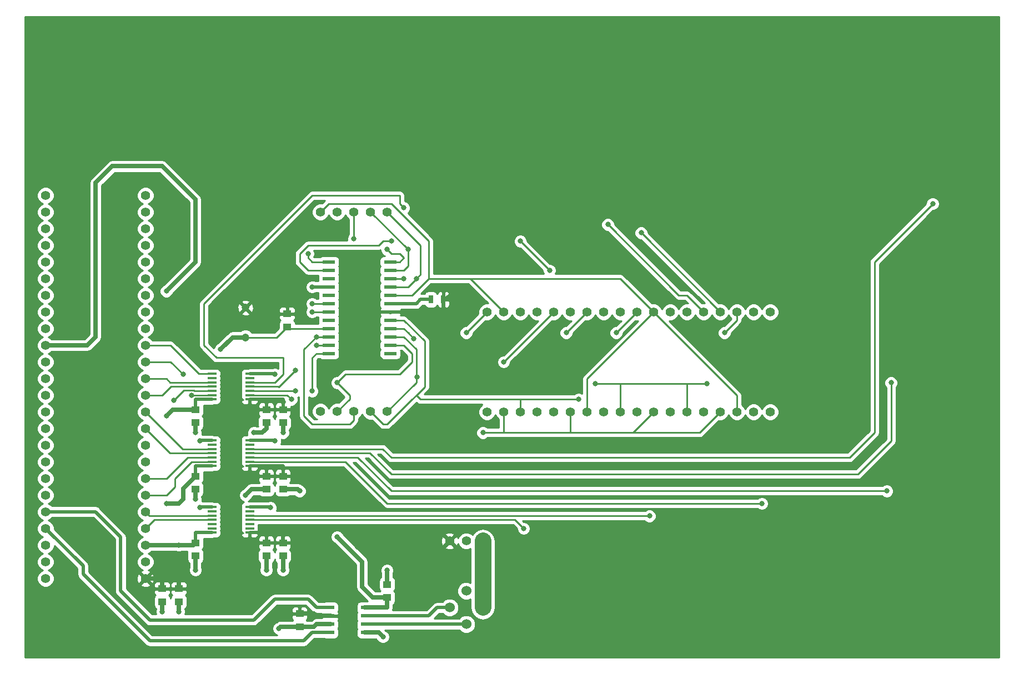
<source format=gbr>
G04 #@! TF.FileFunction,Copper,L2,Bot,Signal*
%FSLAX46Y46*%
G04 Gerber Fmt 4.6, Leading zero omitted, Abs format (unit mm)*
G04 Created by KiCad (PCBNEW 4.0.6) date 06/14/17 00:59:11*
%MOMM*%
%LPD*%
G01*
G04 APERTURE LIST*
%ADD10C,0.100000*%
%ADD11R,1.250000X1.000000*%
%ADD12C,1.200000*%
%ADD13R,0.700000X1.300000*%
%ADD14C,1.524000*%
%ADD15R,1.300000X0.600000*%
%ADD16C,1.400000*%
%ADD17R,1.400000X0.350000*%
%ADD18R,1.981000X0.533000*%
%ADD19C,0.800000*%
%ADD20C,0.508000*%
%ADD21C,0.635000*%
%ADD22C,0.250000*%
%ADD23C,2.540000*%
%ADD24C,0.254000*%
G04 APERTURE END LIST*
D10*
D11*
X96520000Y-135525000D03*
X96520000Y-137525000D03*
X83185000Y-139970000D03*
X83185000Y-141970000D03*
X62230000Y-138160000D03*
X62230000Y-136160000D03*
X64770000Y-138160000D03*
X64770000Y-136160000D03*
X67310000Y-131175000D03*
X67310000Y-129175000D03*
X67310000Y-121015000D03*
X67310000Y-119015000D03*
X67310000Y-110855000D03*
X67310000Y-108855000D03*
X78105000Y-131175000D03*
X78105000Y-129175000D03*
X78105000Y-121015000D03*
X78105000Y-119015000D03*
X78105000Y-110855000D03*
X78105000Y-108855000D03*
X80645000Y-131175000D03*
X80645000Y-129175000D03*
X80645000Y-121015000D03*
X80645000Y-119015000D03*
X80645000Y-110855000D03*
X80645000Y-108855000D03*
X81280000Y-94250000D03*
X81280000Y-96250000D03*
D12*
X74930000Y-93345000D03*
X74930000Y-97845000D03*
D13*
X103190000Y-92075000D03*
X105090000Y-92075000D03*
D14*
X106045000Y-139065000D03*
X108585000Y-141605000D03*
X111125000Y-139065000D03*
X108585000Y-136525000D03*
D15*
X87850000Y-142875000D03*
X87850000Y-141605000D03*
X87850000Y-140335000D03*
X87850000Y-139065000D03*
X93150000Y-139065000D03*
X93150000Y-140335000D03*
X93150000Y-141605000D03*
X93150000Y-142875000D03*
D16*
X111125000Y-128905000D03*
X108585000Y-128905000D03*
X106045000Y-128905000D03*
X44450000Y-134620000D03*
X44450000Y-132080000D03*
X44450000Y-129540000D03*
X44450000Y-127000000D03*
X44450000Y-124460000D03*
X44450000Y-121920000D03*
X44450000Y-119380000D03*
X44450000Y-116840000D03*
X44450000Y-114300000D03*
X44450000Y-111760000D03*
X44450000Y-109220000D03*
X44450000Y-106680000D03*
X44450000Y-104140000D03*
X44450000Y-101600000D03*
X44450000Y-99060000D03*
X44450000Y-96520000D03*
X44450000Y-93980000D03*
X44450000Y-91440000D03*
X44450000Y-88900000D03*
X44450000Y-86360000D03*
X44450000Y-83820000D03*
X44450000Y-81280000D03*
X44450000Y-78740000D03*
X44450000Y-76200000D03*
X59690000Y-76200000D03*
X59690000Y-78740000D03*
X59690000Y-81280000D03*
X59690000Y-83820000D03*
X59690000Y-86360000D03*
X59690000Y-88900000D03*
X59690000Y-91440000D03*
X59690000Y-93980000D03*
X59690000Y-96520000D03*
X59690000Y-99060000D03*
X59690000Y-101600000D03*
X59690000Y-104140000D03*
X59690000Y-106680000D03*
X59690000Y-109220000D03*
X59690000Y-111760000D03*
X59690000Y-114300000D03*
X59690000Y-116840000D03*
X59690000Y-119380000D03*
X59690000Y-121920000D03*
X59690000Y-124460000D03*
X59690000Y-127000000D03*
X59690000Y-129540000D03*
X59690000Y-132080000D03*
X59690000Y-134620000D03*
D17*
X69815000Y-127620000D03*
X69815000Y-126970000D03*
X69815000Y-126320000D03*
X69815000Y-125670000D03*
X69815000Y-125020000D03*
X69815000Y-124370000D03*
X69815000Y-123720000D03*
X75565000Y-123720000D03*
X75565000Y-124370000D03*
X75565000Y-125020000D03*
X75565000Y-125670000D03*
X75565000Y-126320000D03*
X75565000Y-126970000D03*
X75565000Y-127620000D03*
X69815000Y-117460000D03*
X69815000Y-116810000D03*
X69815000Y-116160000D03*
X69815000Y-115510000D03*
X69815000Y-114860000D03*
X69815000Y-114210000D03*
X69815000Y-113560000D03*
X75565000Y-113560000D03*
X75565000Y-114210000D03*
X75565000Y-114860000D03*
X75565000Y-115510000D03*
X75565000Y-116160000D03*
X75565000Y-116810000D03*
X75565000Y-117460000D03*
X69815000Y-107300000D03*
X69815000Y-106650000D03*
X69815000Y-106000000D03*
X69815000Y-105350000D03*
X69815000Y-104700000D03*
X69815000Y-104050000D03*
X69815000Y-103400000D03*
X75565000Y-103400000D03*
X75565000Y-104050000D03*
X75565000Y-104700000D03*
X75565000Y-105350000D03*
X75565000Y-106000000D03*
X75565000Y-106650000D03*
X75565000Y-107300000D03*
D18*
X87630000Y-100330000D03*
X87630000Y-99060000D03*
X87630000Y-97790000D03*
X87630000Y-96520000D03*
X87630000Y-95250000D03*
X87630000Y-93980000D03*
X87630000Y-92710000D03*
X87630000Y-91440000D03*
X87630000Y-90170000D03*
X87630000Y-88900000D03*
X87630000Y-87630000D03*
X87630000Y-86360000D03*
X97003000Y-86360000D03*
X97003000Y-87630000D03*
X97003000Y-88900000D03*
X97003000Y-90170000D03*
X97003000Y-91440000D03*
X97003000Y-92710000D03*
X97003000Y-93980000D03*
X97003000Y-95250000D03*
X97003000Y-96520000D03*
X97003000Y-97790000D03*
X97003000Y-99060000D03*
X97003000Y-100330000D03*
D16*
X111760000Y-109220000D03*
X114300000Y-109220000D03*
X116840000Y-109220000D03*
X119380000Y-109220000D03*
X121920000Y-109220000D03*
X124460000Y-109220000D03*
X127000000Y-109220000D03*
X129540000Y-109220000D03*
X132080000Y-109220000D03*
X134620000Y-109220000D03*
X137160000Y-109220000D03*
X139700000Y-109220000D03*
X142240000Y-109220000D03*
X144780000Y-109220000D03*
X147320000Y-109220000D03*
X149860000Y-109220000D03*
X152400000Y-109220000D03*
X154940000Y-109220000D03*
X154940000Y-93980000D03*
X152400000Y-93980000D03*
X149860000Y-93980000D03*
X147320000Y-93980000D03*
X144780000Y-93980000D03*
X142240000Y-93980000D03*
X139700000Y-93980000D03*
X137160000Y-93980000D03*
X134620000Y-93980000D03*
X132080000Y-93980000D03*
X129540000Y-93980000D03*
X127000000Y-93980000D03*
X124460000Y-93980000D03*
X121920000Y-93980000D03*
X119380000Y-93980000D03*
X116840000Y-93980000D03*
X114300000Y-93980000D03*
X111760000Y-93980000D03*
X86360000Y-109140000D03*
X88900000Y-109140000D03*
X91440000Y-109140000D03*
X93980000Y-109140000D03*
X96520000Y-109140000D03*
X96520000Y-78740000D03*
X93980000Y-78740000D03*
X91440000Y-78740000D03*
X88900000Y-78740000D03*
X86360000Y-78740000D03*
D19*
X85090000Y-90170000D03*
X96520000Y-133350000D03*
X83185000Y-121285000D03*
X74930000Y-121920000D03*
X71120000Y-99695000D03*
X76200000Y-112395000D03*
X80645000Y-112395000D03*
X67310000Y-112395000D03*
X67945000Y-113665000D03*
X67310000Y-122555000D03*
X67945000Y-123825000D03*
X62230000Y-139700000D03*
X64770000Y-139700000D03*
X67310000Y-133350000D03*
X80645000Y-133350000D03*
X78105000Y-133350000D03*
X95885000Y-143510000D03*
X80010000Y-142240000D03*
X62865000Y-90805000D03*
X88900000Y-128270000D03*
X79375000Y-103505000D03*
X79375000Y-113665000D03*
X78740000Y-123825000D03*
X62865000Y-123190000D03*
X64770000Y-129540000D03*
X62865000Y-109855000D03*
X149225000Y-62865000D03*
X76200000Y-63500000D03*
X77470000Y-90170000D03*
X107315000Y-90170000D03*
X106680000Y-85725000D03*
X72390000Y-85725000D03*
X120015000Y-136525000D03*
X139700000Y-136525000D03*
X159385000Y-136525000D03*
X177800000Y-136525000D03*
X178435000Y-114300000D03*
X178435000Y-92075000D03*
X166370000Y-62865000D03*
X175260000Y-62865000D03*
X158115000Y-62865000D03*
X142240000Y-62865000D03*
X133350000Y-62865000D03*
X125730000Y-62865000D03*
X116840000Y-62865000D03*
X109220000Y-62865000D03*
X100330000Y-62865000D03*
X92710000Y-62865000D03*
X83820000Y-62865000D03*
X67310000Y-62865000D03*
X59690000Y-62865000D03*
X50800000Y-62230000D03*
X66675000Y-106680000D03*
X64008000Y-107442000D03*
X65405000Y-103505000D03*
X136525000Y-125095000D03*
X117348000Y-127000000D03*
X179705000Y-77470000D03*
X173355000Y-104775000D03*
X172720000Y-121285000D03*
X153670000Y-123190000D03*
X96520000Y-84455000D03*
X99060000Y-78105000D03*
X84455000Y-85090000D03*
X82550000Y-102870000D03*
X85090000Y-106045000D03*
X82550000Y-106045000D03*
X81915000Y-107315000D03*
X85725000Y-99060000D03*
X114300000Y-101600000D03*
X91440000Y-82804000D03*
X85725000Y-97790000D03*
X130175000Y-80645000D03*
X85090000Y-93980000D03*
X135255000Y-81915000D03*
X85090000Y-92710000D03*
X121285000Y-87630000D03*
X116840000Y-83185000D03*
X97155000Y-83185000D03*
X99695000Y-84455000D03*
X108585000Y-97155000D03*
X123825000Y-97155000D03*
X131445000Y-97155000D03*
X147955000Y-97155000D03*
X99060000Y-88900000D03*
X100965000Y-88900000D03*
X125730000Y-107315000D03*
X100584000Y-98044000D03*
X145288000Y-104902000D03*
X128270000Y-104902000D03*
X101092000Y-103886000D03*
X88900000Y-104775000D03*
X111125000Y-112395000D03*
D20*
X87630000Y-90170000D02*
X85090000Y-90170000D01*
D21*
X96520000Y-135525000D02*
X96520000Y-133350000D01*
X80645000Y-121015000D02*
X82915000Y-121015000D01*
X82915000Y-121015000D02*
X83185000Y-121285000D01*
X78105000Y-121015000D02*
X75835000Y-121015000D01*
X75835000Y-121015000D02*
X74930000Y-121920000D01*
X74930000Y-97845000D02*
X72970000Y-97845000D01*
X72970000Y-97845000D02*
X71120000Y-99695000D01*
X78105000Y-110855000D02*
X78105000Y-111760000D01*
X77470000Y-112395000D02*
X76200000Y-112395000D01*
X78105000Y-111760000D02*
X77470000Y-112395000D01*
X80645000Y-110855000D02*
X80645000Y-112395000D01*
X67310000Y-110855000D02*
X67310000Y-112395000D01*
D20*
X69815000Y-113560000D02*
X68050000Y-113560000D01*
X68050000Y-113560000D02*
X67945000Y-113665000D01*
D21*
X67310000Y-121015000D02*
X67310000Y-122555000D01*
D20*
X69815000Y-123720000D02*
X68050000Y-123720000D01*
X68050000Y-123720000D02*
X67945000Y-123825000D01*
D21*
X62230000Y-138160000D02*
X62230000Y-139700000D01*
X64770000Y-138160000D02*
X64770000Y-139700000D01*
X67310000Y-131175000D02*
X67310000Y-133350000D01*
X80645000Y-131175000D02*
X80645000Y-133350000D01*
X78105000Y-131175000D02*
X78105000Y-133350000D01*
X93150000Y-142875000D02*
X95250000Y-142875000D01*
X95250000Y-142875000D02*
X95885000Y-143510000D01*
X83185000Y-141970000D02*
X80280000Y-141970000D01*
X80280000Y-141970000D02*
X80010000Y-142240000D01*
X87850000Y-141605000D02*
X85725000Y-141605000D01*
X85360000Y-141970000D02*
X83185000Y-141970000D01*
X85725000Y-141605000D02*
X85360000Y-141970000D01*
D22*
X59690000Y-99060000D02*
X63500000Y-99060000D01*
X67840000Y-103400000D02*
X69815000Y-103400000D01*
X63500000Y-99060000D02*
X67840000Y-103400000D01*
X74930000Y-97845000D02*
X79685000Y-97845000D01*
X79685000Y-97845000D02*
X81280000Y-96250000D01*
X87630000Y-96520000D02*
X81550000Y-96520000D01*
X81550000Y-96520000D02*
X81280000Y-96250000D01*
D21*
X50800000Y-99060000D02*
X44450000Y-99060000D01*
X52070000Y-97790000D02*
X50800000Y-99060000D01*
X52070000Y-74295000D02*
X52070000Y-97790000D01*
X54610000Y-71755000D02*
X52070000Y-74295000D01*
X59055000Y-71755000D02*
X54610000Y-71755000D01*
X62230000Y-71755000D02*
X59055000Y-71755000D01*
X67310000Y-76835000D02*
X62230000Y-71755000D01*
X67310000Y-86360000D02*
X67310000Y-76835000D01*
X62865000Y-90805000D02*
X67310000Y-86360000D01*
X94345000Y-137525000D02*
X96520000Y-137525000D01*
X92710000Y-135890000D02*
X94345000Y-137525000D01*
X92710000Y-132080000D02*
X92710000Y-135890000D01*
X88900000Y-128270000D02*
X92710000Y-132080000D01*
X93150000Y-139065000D02*
X96520000Y-139065000D01*
X96520000Y-139065000D02*
X96520000Y-137525000D01*
D20*
X79270000Y-103400000D02*
X75565000Y-103400000D01*
X79375000Y-103505000D02*
X79270000Y-103400000D01*
X79270000Y-113560000D02*
X75565000Y-113560000D01*
X79375000Y-113665000D02*
X79270000Y-113560000D01*
X78635000Y-123720000D02*
X75565000Y-123720000D01*
X78740000Y-123825000D02*
X78635000Y-123720000D01*
D21*
X67310000Y-119015000D02*
X65405000Y-120920000D01*
X65405000Y-122555000D02*
X65405000Y-120920000D01*
X64770000Y-123190000D02*
X65405000Y-122555000D01*
X64770000Y-123190000D02*
X62865000Y-123190000D01*
X67310000Y-108855000D02*
X63865000Y-108855000D01*
X62865000Y-109855000D02*
X63865000Y-108855000D01*
X59690000Y-129540000D02*
X64770000Y-129540000D01*
X64770000Y-129540000D02*
X66945000Y-129540000D01*
X66945000Y-129540000D02*
X67310000Y-129175000D01*
D22*
X60055000Y-129175000D02*
X59690000Y-129540000D01*
D20*
X69815000Y-117460000D02*
X67325000Y-117460000D01*
X67310000Y-117475000D02*
X67310000Y-119015000D01*
X67325000Y-117460000D02*
X67310000Y-117475000D01*
X69815000Y-107300000D02*
X67325000Y-107300000D01*
X67310000Y-107315000D02*
X67310000Y-108855000D01*
X67325000Y-107300000D02*
X67310000Y-107315000D01*
X69815000Y-127620000D02*
X67325000Y-127620000D01*
X67310000Y-127635000D02*
X67310000Y-129175000D01*
X67325000Y-127620000D02*
X67310000Y-127635000D01*
X106680000Y-85725000D02*
X106045000Y-85090000D01*
X106045000Y-85090000D02*
X106045000Y-74930000D01*
X106045000Y-74930000D02*
X104140000Y-73025000D01*
X104140000Y-73025000D02*
X80645000Y-73025000D01*
X80645000Y-73025000D02*
X72390000Y-81280000D01*
X72390000Y-81280000D02*
X72390000Y-85725000D01*
X107315000Y-90170000D02*
X105410000Y-92075000D01*
X105090000Y-92075000D02*
X105410000Y-92075000D01*
X97003000Y-93980000D02*
X105410000Y-93980000D01*
X105090000Y-93660000D02*
X105090000Y-92075000D01*
X105410000Y-93980000D02*
X105090000Y-93660000D01*
D21*
X83185000Y-139970000D02*
X85360000Y-139970000D01*
X85725000Y-140335000D02*
X85360000Y-139970000D01*
X85725000Y-140335000D02*
X87850000Y-140335000D01*
X62230000Y-134620000D02*
X64770000Y-134620000D01*
X64770000Y-134620000D02*
X64770000Y-136160000D01*
X59690000Y-134620000D02*
X62230000Y-134620000D01*
X62230000Y-134620000D02*
X62230000Y-136160000D01*
D20*
X78090000Y-117460000D02*
X80630000Y-117460000D01*
X80645000Y-117475000D02*
X80645000Y-119015000D01*
X80630000Y-117460000D02*
X80645000Y-117475000D01*
X75565000Y-117460000D02*
X78090000Y-117460000D01*
X78105000Y-117475000D02*
X78105000Y-119015000D01*
X78090000Y-117460000D02*
X78105000Y-117475000D01*
X78090000Y-107300000D02*
X80630000Y-107300000D01*
X80645000Y-107315000D02*
X80645000Y-108855000D01*
X80630000Y-107300000D02*
X80645000Y-107315000D01*
X75565000Y-107300000D02*
X78090000Y-107300000D01*
X78105000Y-107315000D02*
X78105000Y-108855000D01*
X78090000Y-107300000D02*
X78105000Y-107315000D01*
X80630000Y-127620000D02*
X80630000Y-129160000D01*
X80630000Y-129160000D02*
X80645000Y-129175000D01*
X78090000Y-127620000D02*
X80630000Y-127620000D01*
X80630000Y-127620000D02*
X80645000Y-127635000D01*
X75565000Y-127620000D02*
X78090000Y-127620000D01*
X78105000Y-127635000D02*
X78105000Y-129175000D01*
X78090000Y-127620000D02*
X78105000Y-127635000D01*
X97003000Y-92710000D02*
X100965000Y-92710000D01*
X101600000Y-92075000D02*
X103190000Y-92075000D01*
X100965000Y-92710000D02*
X101600000Y-92075000D01*
X106045000Y-139065000D02*
X104140000Y-139065000D01*
X102870000Y-140335000D02*
X93150000Y-140335000D01*
X104140000Y-139065000D02*
X102870000Y-140335000D01*
X108585000Y-141605000D02*
X93150000Y-141605000D01*
D23*
X111125000Y-139065000D02*
X111125000Y-128905000D01*
D20*
X87850000Y-142875000D02*
X85090000Y-142875000D01*
X50165000Y-132715000D02*
X44450000Y-127000000D01*
X50165000Y-133985000D02*
X50165000Y-132715000D01*
X60325000Y-144145000D02*
X50165000Y-133985000D01*
X83820000Y-144145000D02*
X60325000Y-144145000D01*
X85090000Y-142875000D02*
X83820000Y-144145000D01*
X44450000Y-124460000D02*
X52070000Y-124460000D01*
X85725000Y-139065000D02*
X87850000Y-139065000D01*
X84455000Y-137795000D02*
X85725000Y-139065000D01*
X79375000Y-137795000D02*
X84455000Y-137795000D01*
X76200000Y-140970000D02*
X79375000Y-137795000D01*
X60325000Y-140970000D02*
X76200000Y-140970000D01*
X55880000Y-136525000D02*
X60325000Y-140970000D01*
X55880000Y-128270000D02*
X55880000Y-136525000D01*
X52070000Y-124460000D02*
X55880000Y-128270000D01*
D22*
X69815000Y-106650000D02*
X66705000Y-106650000D01*
X66705000Y-106650000D02*
X66675000Y-106680000D01*
X64008000Y-107442000D02*
X65278000Y-106172000D01*
X65405000Y-103505000D02*
X63500000Y-101600000D01*
X59690000Y-101600000D02*
X63500000Y-101600000D01*
X67138000Y-106000000D02*
X69815000Y-106000000D01*
X67056000Y-105918000D02*
X67138000Y-106000000D01*
X65532000Y-105918000D02*
X67056000Y-105918000D01*
X65278000Y-106172000D02*
X65532000Y-105918000D01*
X69815000Y-104700000D02*
X63425000Y-104700000D01*
X62865000Y-104140000D02*
X59690000Y-104140000D01*
X63425000Y-104700000D02*
X62865000Y-104140000D01*
X69815000Y-105350000D02*
X63560000Y-105350000D01*
X62230000Y-106680000D02*
X59690000Y-106680000D01*
X63560000Y-105350000D02*
X62230000Y-106680000D01*
X69815000Y-114860000D02*
X65330000Y-114860000D01*
X65330000Y-114860000D02*
X59690000Y-109220000D01*
X69815000Y-115510000D02*
X63440000Y-115510000D01*
X63440000Y-115510000D02*
X59690000Y-111760000D01*
X69815000Y-116160000D02*
X66085000Y-116160000D01*
X62865000Y-119380000D02*
X59690000Y-119380000D01*
X66085000Y-116160000D02*
X62865000Y-119380000D01*
X69815000Y-116810000D02*
X66705000Y-116810000D01*
X62865000Y-121920000D02*
X59690000Y-121920000D01*
X64135000Y-120650000D02*
X62865000Y-121920000D01*
X64135000Y-119380000D02*
X64135000Y-120650000D01*
X66705000Y-116810000D02*
X64135000Y-119380000D01*
X69815000Y-125020000D02*
X60250000Y-125020000D01*
X60250000Y-125020000D02*
X59690000Y-124460000D01*
X69815000Y-125670000D02*
X61020000Y-125670000D01*
X61020000Y-125670000D02*
X59690000Y-127000000D01*
X75565000Y-125020000D02*
X136450000Y-125020000D01*
X136450000Y-125020000D02*
X136525000Y-125095000D01*
X75565000Y-125670000D02*
X116018000Y-125670000D01*
X116018000Y-125670000D02*
X117348000Y-127000000D01*
X75565000Y-114860000D02*
X95810000Y-114860000D01*
X170815000Y-86360000D02*
X179705000Y-77470000D01*
X170815000Y-112395000D02*
X170815000Y-86360000D01*
X167005000Y-116205000D02*
X170815000Y-112395000D01*
X97155000Y-116205000D02*
X167005000Y-116205000D01*
X95810000Y-114860000D02*
X97155000Y-116205000D01*
X75565000Y-115510000D02*
X93920000Y-115510000D01*
X173355000Y-113665000D02*
X173355000Y-104775000D01*
X168275000Y-118745000D02*
X173355000Y-113665000D01*
X97155000Y-118745000D02*
X168275000Y-118745000D01*
X93920000Y-115510000D02*
X97155000Y-118745000D01*
X75565000Y-116160000D02*
X92030000Y-116160000D01*
X171450000Y-121285000D02*
X172720000Y-121285000D01*
X97155000Y-121285000D02*
X171450000Y-121285000D01*
X92030000Y-116160000D02*
X97155000Y-121285000D01*
X75565000Y-116810000D02*
X90140000Y-116810000D01*
X96520000Y-123190000D02*
X153670000Y-123190000D01*
X90140000Y-116810000D02*
X96520000Y-123190000D01*
X98425000Y-77470000D02*
X99060000Y-78105000D01*
X79375000Y-104775000D02*
X80645000Y-103505000D01*
X79300000Y-104700000D02*
X79375000Y-104775000D01*
X75565000Y-104700000D02*
X79300000Y-104700000D01*
X85090000Y-76200000D02*
X98425000Y-76200000D01*
X68580000Y-92710000D02*
X85090000Y-76200000D01*
X68580000Y-99060000D02*
X68580000Y-92710000D01*
X70485000Y-100965000D02*
X68580000Y-99060000D01*
X80645000Y-100965000D02*
X70485000Y-100965000D01*
X80645000Y-103505000D02*
X80645000Y-100965000D01*
X98425000Y-76200000D02*
X98425000Y-77470000D01*
X98425000Y-86360000D02*
X97003000Y-86360000D01*
X99060000Y-85725000D02*
X98425000Y-86360000D01*
X98425000Y-85090000D02*
X99060000Y-85725000D01*
X97155000Y-85090000D02*
X98425000Y-85090000D01*
X96520000Y-84455000D02*
X97155000Y-85090000D01*
X80010000Y-105410000D02*
X82550000Y-102870000D01*
X79950000Y-105350000D02*
X80010000Y-105410000D01*
X75565000Y-105350000D02*
X79950000Y-105350000D01*
X85090000Y-86360000D02*
X87630000Y-86360000D01*
X84455000Y-85725000D02*
X85090000Y-86360000D01*
X84455000Y-85090000D02*
X84455000Y-85725000D01*
X75565000Y-106000000D02*
X82505000Y-106000000D01*
X85725000Y-100330000D02*
X87630000Y-100330000D01*
X85090000Y-100965000D02*
X85725000Y-100330000D01*
X85090000Y-106045000D02*
X85090000Y-100965000D01*
X82505000Y-106000000D02*
X82550000Y-106045000D01*
X75565000Y-106650000D02*
X81250000Y-106650000D01*
X81250000Y-106650000D02*
X81915000Y-107315000D01*
X87630000Y-99060000D02*
X85725000Y-99060000D01*
X114300000Y-101600000D02*
X121920000Y-93980000D01*
X91440000Y-82804000D02*
X91440000Y-78740000D01*
X91440000Y-109140000D02*
X91440000Y-110490000D01*
X83820000Y-99695000D02*
X85725000Y-97790000D01*
X83820000Y-109855000D02*
X83820000Y-99695000D01*
X85090000Y-111125000D02*
X83820000Y-109855000D01*
X90805000Y-111125000D02*
X85090000Y-111125000D01*
X91440000Y-110490000D02*
X90805000Y-111125000D01*
X87630000Y-97790000D02*
X85725000Y-97790000D01*
X87630000Y-93980000D02*
X85090000Y-93980000D01*
X142240000Y-91440000D02*
X144780000Y-93980000D01*
X140970000Y-91440000D02*
X142240000Y-91440000D01*
X130175000Y-80645000D02*
X140970000Y-91440000D01*
X87630000Y-92710000D02*
X85090000Y-92710000D01*
X135255000Y-81915000D02*
X147320000Y-93980000D01*
X87630000Y-87630000D02*
X84455000Y-87630000D01*
X116840000Y-83185000D02*
X121285000Y-87630000D01*
X95885000Y-83185000D02*
X97155000Y-83185000D01*
X95250000Y-83820000D02*
X95885000Y-83185000D01*
X84455000Y-83820000D02*
X95250000Y-83820000D01*
X83185000Y-85090000D02*
X84455000Y-83820000D01*
X83185000Y-86360000D02*
X83185000Y-85090000D01*
X84455000Y-87630000D02*
X83185000Y-86360000D01*
X97003000Y-87630000D02*
X99060000Y-87630000D01*
X99695000Y-84455000D02*
X93980000Y-78740000D01*
X99695000Y-86995000D02*
X99695000Y-84455000D01*
X99060000Y-87630000D02*
X99695000Y-86995000D01*
X108585000Y-97155000D02*
X111760000Y-93980000D01*
X123825000Y-97155000D02*
X127000000Y-93980000D01*
X131445000Y-97155000D02*
X134620000Y-93980000D01*
X149860000Y-95250000D02*
X149860000Y-93980000D01*
X147955000Y-97155000D02*
X149860000Y-95250000D01*
X97003000Y-88900000D02*
X99060000Y-88900000D01*
X97003000Y-90170000D02*
X99695000Y-90170000D01*
X101600000Y-83820000D02*
X96520000Y-78740000D01*
X101600000Y-88265000D02*
X101600000Y-83820000D01*
X99695000Y-90170000D02*
X100965000Y-88900000D01*
X100965000Y-88900000D02*
X101600000Y-88265000D01*
X127000000Y-109220000D02*
X127000000Y-104140000D01*
X127000000Y-104140000D02*
X137160000Y-93980000D01*
X149860000Y-109220000D02*
X149860000Y-106680000D01*
X149860000Y-106680000D02*
X137160000Y-93980000D01*
X109220000Y-88900000D02*
X132080000Y-88900000D01*
X132080000Y-88900000D02*
X137160000Y-93980000D01*
X102870000Y-88900000D02*
X109220000Y-88900000D01*
X109220000Y-88900000D02*
X114300000Y-93980000D01*
X97003000Y-91440000D02*
X100330000Y-91440000D01*
X87630000Y-77470000D02*
X86360000Y-78740000D01*
X97155000Y-77470000D02*
X87630000Y-77470000D01*
X102870000Y-83185000D02*
X97155000Y-77470000D01*
X102870000Y-88900000D02*
X102870000Y-83185000D01*
X100330000Y-91440000D02*
X102870000Y-88900000D01*
X116840000Y-107315000D02*
X116840000Y-109220000D01*
X100965000Y-106680000D02*
X101600000Y-107315000D01*
X101600000Y-107315000D02*
X116205000Y-107315000D01*
X125730000Y-107315000D02*
X116840000Y-107315000D01*
X116840000Y-107315000D02*
X116205000Y-107315000D01*
X97003000Y-95250000D02*
X99060000Y-95250000D01*
X102235000Y-105410000D02*
X100965000Y-106680000D01*
X100965000Y-106680000D02*
X100330000Y-107315000D01*
X102235000Y-98425000D02*
X102235000Y-105410000D01*
X99060000Y-95250000D02*
X102235000Y-98425000D01*
X95965000Y-111125000D02*
X93980000Y-109140000D01*
X96520000Y-111125000D02*
X95965000Y-111125000D01*
X100330000Y-107315000D02*
X96520000Y-111125000D01*
X97003000Y-96520000D02*
X99060000Y-96520000D01*
X99060000Y-96520000D02*
X99695000Y-97155000D01*
X99695000Y-97155000D02*
X100584000Y-98044000D01*
X132080000Y-109220000D02*
X132080000Y-104902000D01*
X142240000Y-109220000D02*
X142240000Y-104902000D01*
X100965000Y-103886000D02*
X101092000Y-103886000D01*
X128270000Y-104902000D02*
X132080000Y-104902000D01*
X132080000Y-104902000D02*
X142240000Y-104902000D01*
X142240000Y-104902000D02*
X145288000Y-104902000D01*
X97003000Y-97790000D02*
X99060000Y-97790000D01*
X100965000Y-104695000D02*
X96520000Y-109140000D01*
X100965000Y-99695000D02*
X100965000Y-103886000D01*
X100965000Y-103886000D02*
X100965000Y-104695000D01*
X99060000Y-97790000D02*
X100965000Y-99695000D01*
X124460000Y-109220000D02*
X124460000Y-112395000D01*
X114300000Y-109220000D02*
X114300000Y-112395000D01*
X88900000Y-104775000D02*
X90805000Y-106680000D01*
X90805000Y-107235000D02*
X88900000Y-109140000D01*
X90805000Y-106680000D02*
X90805000Y-107235000D01*
X133985000Y-112395000D02*
X144145000Y-112395000D01*
X144145000Y-112395000D02*
X147320000Y-109220000D01*
X121285000Y-112395000D02*
X124460000Y-112395000D01*
X124460000Y-112395000D02*
X133985000Y-112395000D01*
X133985000Y-112395000D02*
X137160000Y-109220000D01*
X111125000Y-112395000D02*
X114300000Y-112395000D01*
X114300000Y-112395000D02*
X121285000Y-112395000D01*
X97003000Y-99060000D02*
X99060000Y-99060000D01*
X90170000Y-103505000D02*
X88900000Y-104775000D01*
X98425000Y-103505000D02*
X90170000Y-103505000D01*
X100330000Y-101600000D02*
X98425000Y-103505000D01*
X100330000Y-100330000D02*
X100330000Y-101600000D01*
X99060000Y-99060000D02*
X100330000Y-100330000D01*
D24*
G36*
X189790000Y-146610000D02*
X41350000Y-146610000D01*
X41350000Y-76464383D01*
X43114769Y-76464383D01*
X43317582Y-76955229D01*
X43692796Y-77331098D01*
X44027527Y-77470091D01*
X43694771Y-77607582D01*
X43318902Y-77982796D01*
X43115232Y-78473287D01*
X43114769Y-79004383D01*
X43317582Y-79495229D01*
X43692796Y-79871098D01*
X44027527Y-80010091D01*
X43694771Y-80147582D01*
X43318902Y-80522796D01*
X43115232Y-81013287D01*
X43114769Y-81544383D01*
X43317582Y-82035229D01*
X43692796Y-82411098D01*
X44027527Y-82550091D01*
X43694771Y-82687582D01*
X43318902Y-83062796D01*
X43115232Y-83553287D01*
X43114769Y-84084383D01*
X43317582Y-84575229D01*
X43692796Y-84951098D01*
X44027527Y-85090091D01*
X43694771Y-85227582D01*
X43318902Y-85602796D01*
X43115232Y-86093287D01*
X43114769Y-86624383D01*
X43317582Y-87115229D01*
X43692796Y-87491098D01*
X44027527Y-87630091D01*
X43694771Y-87767582D01*
X43318902Y-88142796D01*
X43115232Y-88633287D01*
X43114769Y-89164383D01*
X43317582Y-89655229D01*
X43692796Y-90031098D01*
X44027527Y-90170091D01*
X43694771Y-90307582D01*
X43318902Y-90682796D01*
X43115232Y-91173287D01*
X43114769Y-91704383D01*
X43317582Y-92195229D01*
X43692796Y-92571098D01*
X44027527Y-92710091D01*
X43694771Y-92847582D01*
X43318902Y-93222796D01*
X43115232Y-93713287D01*
X43114769Y-94244383D01*
X43317582Y-94735229D01*
X43692796Y-95111098D01*
X44027527Y-95250091D01*
X43694771Y-95387582D01*
X43318902Y-95762796D01*
X43115232Y-96253287D01*
X43114769Y-96784383D01*
X43317582Y-97275229D01*
X43692796Y-97651098D01*
X44027527Y-97790091D01*
X43694771Y-97927582D01*
X43318902Y-98302796D01*
X43115232Y-98793287D01*
X43114769Y-99324383D01*
X43317582Y-99815229D01*
X43692796Y-100191098D01*
X44027527Y-100330091D01*
X43694771Y-100467582D01*
X43318902Y-100842796D01*
X43115232Y-101333287D01*
X43114769Y-101864383D01*
X43317582Y-102355229D01*
X43692796Y-102731098D01*
X44027527Y-102870091D01*
X43694771Y-103007582D01*
X43318902Y-103382796D01*
X43115232Y-103873287D01*
X43114769Y-104404383D01*
X43317582Y-104895229D01*
X43692796Y-105271098D01*
X44027527Y-105410091D01*
X43694771Y-105547582D01*
X43318902Y-105922796D01*
X43115232Y-106413287D01*
X43114769Y-106944383D01*
X43317582Y-107435229D01*
X43692796Y-107811098D01*
X44027527Y-107950091D01*
X43694771Y-108087582D01*
X43318902Y-108462796D01*
X43115232Y-108953287D01*
X43114769Y-109484383D01*
X43317582Y-109975229D01*
X43692796Y-110351098D01*
X44027527Y-110490091D01*
X43694771Y-110627582D01*
X43318902Y-111002796D01*
X43115232Y-111493287D01*
X43114769Y-112024383D01*
X43317582Y-112515229D01*
X43692796Y-112891098D01*
X44027527Y-113030091D01*
X43694771Y-113167582D01*
X43318902Y-113542796D01*
X43115232Y-114033287D01*
X43114769Y-114564383D01*
X43317582Y-115055229D01*
X43692796Y-115431098D01*
X44027527Y-115570091D01*
X43694771Y-115707582D01*
X43318902Y-116082796D01*
X43115232Y-116573287D01*
X43114769Y-117104383D01*
X43317582Y-117595229D01*
X43692796Y-117971098D01*
X44027527Y-118110091D01*
X43694771Y-118247582D01*
X43318902Y-118622796D01*
X43115232Y-119113287D01*
X43114769Y-119644383D01*
X43317582Y-120135229D01*
X43692796Y-120511098D01*
X44027527Y-120650091D01*
X43694771Y-120787582D01*
X43318902Y-121162796D01*
X43115232Y-121653287D01*
X43114769Y-122184383D01*
X43317582Y-122675229D01*
X43692796Y-123051098D01*
X44027527Y-123190091D01*
X43694771Y-123327582D01*
X43318902Y-123702796D01*
X43115232Y-124193287D01*
X43114769Y-124724383D01*
X43317582Y-125215229D01*
X43692796Y-125591098D01*
X44027527Y-125730091D01*
X43694771Y-125867582D01*
X43318902Y-126242796D01*
X43115232Y-126733287D01*
X43114769Y-127264383D01*
X43317582Y-127755229D01*
X43692796Y-128131098D01*
X44027527Y-128270091D01*
X43694771Y-128407582D01*
X43318902Y-128782796D01*
X43115232Y-129273287D01*
X43114769Y-129804383D01*
X43317582Y-130295229D01*
X43692796Y-130671098D01*
X44027527Y-130810091D01*
X43694771Y-130947582D01*
X43318902Y-131322796D01*
X43115232Y-131813287D01*
X43114769Y-132344383D01*
X43317582Y-132835229D01*
X43692796Y-133211098D01*
X44027527Y-133350091D01*
X43694771Y-133487582D01*
X43318902Y-133862796D01*
X43115232Y-134353287D01*
X43114769Y-134884383D01*
X43317582Y-135375229D01*
X43692796Y-135751098D01*
X44183287Y-135954768D01*
X44714383Y-135955231D01*
X45205229Y-135752418D01*
X45581098Y-135377204D01*
X45784768Y-134886713D01*
X45785231Y-134355617D01*
X45582418Y-133864771D01*
X45207204Y-133488902D01*
X44872473Y-133349909D01*
X45205229Y-133212418D01*
X45581098Y-132837204D01*
X45784768Y-132346713D01*
X45785231Y-131815617D01*
X45582418Y-131324771D01*
X45207204Y-130948902D01*
X44872473Y-130809909D01*
X45205229Y-130672418D01*
X45581098Y-130297204D01*
X45784768Y-129806713D01*
X45784955Y-129592191D01*
X49276000Y-133083236D01*
X49276000Y-133985000D01*
X49343671Y-134325206D01*
X49412736Y-134428569D01*
X49536382Y-134613618D01*
X59696382Y-144773618D01*
X59984794Y-144966329D01*
X60325000Y-145034000D01*
X83820000Y-145034000D01*
X84160206Y-144966329D01*
X84448618Y-144773618D01*
X85458236Y-143764000D01*
X86937234Y-143764000D01*
X86948110Y-143771431D01*
X87200000Y-143822440D01*
X88500000Y-143822440D01*
X88735317Y-143778162D01*
X88951441Y-143639090D01*
X89096431Y-143426890D01*
X89147440Y-143175000D01*
X89147440Y-142575000D01*
X89103162Y-142339683D01*
X89039322Y-142240472D01*
X89096431Y-142156890D01*
X89147440Y-141905000D01*
X89147440Y-141305000D01*
X89103162Y-141069683D01*
X89044821Y-140979019D01*
X89135000Y-140761309D01*
X89135000Y-140620750D01*
X88976250Y-140462000D01*
X87977000Y-140462000D01*
X87977000Y-140482000D01*
X87723000Y-140482000D01*
X87723000Y-140462000D01*
X86723750Y-140462000D01*
X86565000Y-140620750D01*
X86565000Y-140652500D01*
X85725000Y-140652500D01*
X85360494Y-140725005D01*
X85051481Y-140931481D01*
X84965462Y-141017500D01*
X84272540Y-141017500D01*
X84205994Y-140972031D01*
X84348327Y-140829698D01*
X84445000Y-140596309D01*
X84445000Y-140255750D01*
X84286250Y-140097000D01*
X83312000Y-140097000D01*
X83312000Y-140117000D01*
X83058000Y-140117000D01*
X83058000Y-140097000D01*
X82083750Y-140097000D01*
X81925000Y-140255750D01*
X81925000Y-140596309D01*
X82021673Y-140829698D01*
X82162910Y-140970936D01*
X82108559Y-141005910D01*
X82100640Y-141017500D01*
X80280000Y-141017500D01*
X79915494Y-141090005D01*
X79644216Y-141271267D01*
X79424485Y-141362058D01*
X79133081Y-141652954D01*
X78975180Y-142033223D01*
X78974821Y-142444971D01*
X79132058Y-142825515D01*
X79422954Y-143116919D01*
X79757899Y-143256000D01*
X60693236Y-143256000D01*
X51054000Y-133616764D01*
X51054000Y-132715000D01*
X51046338Y-132676481D01*
X50986330Y-132374795D01*
X50793618Y-132086382D01*
X45784933Y-127077697D01*
X45785231Y-126735617D01*
X45582418Y-126244771D01*
X45207204Y-125868902D01*
X44872473Y-125729909D01*
X45205229Y-125592418D01*
X45449072Y-125349000D01*
X51701764Y-125349000D01*
X54991000Y-128638236D01*
X54991000Y-136525000D01*
X55058671Y-136865206D01*
X55165442Y-137025000D01*
X55251382Y-137153618D01*
X59696382Y-141598618D01*
X59984794Y-141791329D01*
X60325000Y-141859000D01*
X76200000Y-141859000D01*
X76540206Y-141791329D01*
X76828618Y-141598618D01*
X79083545Y-139343691D01*
X81925000Y-139343691D01*
X81925000Y-139684250D01*
X82083750Y-139843000D01*
X83058000Y-139843000D01*
X83058000Y-138993750D01*
X83312000Y-138993750D01*
X83312000Y-139843000D01*
X84286250Y-139843000D01*
X84445000Y-139684250D01*
X84445000Y-139343691D01*
X84348327Y-139110302D01*
X84169699Y-138931673D01*
X83936310Y-138835000D01*
X83470750Y-138835000D01*
X83312000Y-138993750D01*
X83058000Y-138993750D01*
X82899250Y-138835000D01*
X82433690Y-138835000D01*
X82200301Y-138931673D01*
X82021673Y-139110302D01*
X81925000Y-139343691D01*
X79083545Y-139343691D01*
X79743236Y-138684000D01*
X84086764Y-138684000D01*
X85096382Y-139693618D01*
X85384794Y-139886329D01*
X85725000Y-139954000D01*
X86565000Y-139954000D01*
X86565000Y-140049250D01*
X86723750Y-140208000D01*
X87723000Y-140208000D01*
X87723000Y-140188000D01*
X87977000Y-140188000D01*
X87977000Y-140208000D01*
X88976250Y-140208000D01*
X89135000Y-140049250D01*
X89135000Y-139908691D01*
X89045193Y-139691879D01*
X89096431Y-139616890D01*
X89147440Y-139365000D01*
X89147440Y-138765000D01*
X89103162Y-138529683D01*
X88964090Y-138313559D01*
X88751890Y-138168569D01*
X88500000Y-138117560D01*
X87200000Y-138117560D01*
X86964683Y-138161838D01*
X86942675Y-138176000D01*
X86093236Y-138176000D01*
X85083618Y-137166382D01*
X85038522Y-137136250D01*
X84795206Y-136973671D01*
X84455000Y-136906000D01*
X79375000Y-136906000D01*
X79034794Y-136973671D01*
X78791478Y-137136250D01*
X78746382Y-137166382D01*
X75831764Y-140081000D01*
X65732477Y-140081000D01*
X65804820Y-139906777D01*
X65805179Y-139495029D01*
X65722500Y-139294930D01*
X65722500Y-139203844D01*
X65846441Y-139124090D01*
X65991431Y-138911890D01*
X66042440Y-138660000D01*
X66042440Y-137660000D01*
X65998162Y-137424683D01*
X65859090Y-137208559D01*
X65790994Y-137162031D01*
X65933327Y-137019698D01*
X66030000Y-136786309D01*
X66030000Y-136445750D01*
X65871250Y-136287000D01*
X64897000Y-136287000D01*
X64897000Y-136307000D01*
X64643000Y-136307000D01*
X64643000Y-136287000D01*
X63668750Y-136287000D01*
X63510000Y-136445750D01*
X63510000Y-136786309D01*
X63606673Y-137019698D01*
X63747910Y-137160936D01*
X63693559Y-137195910D01*
X63548569Y-137408110D01*
X63500090Y-137647509D01*
X63458162Y-137424683D01*
X63319090Y-137208559D01*
X63250994Y-137162031D01*
X63393327Y-137019698D01*
X63490000Y-136786309D01*
X63490000Y-136445750D01*
X63331250Y-136287000D01*
X62357000Y-136287000D01*
X62357000Y-136307000D01*
X62103000Y-136307000D01*
X62103000Y-136287000D01*
X61128750Y-136287000D01*
X60970000Y-136445750D01*
X60970000Y-136786309D01*
X61066673Y-137019698D01*
X61207910Y-137160936D01*
X61153559Y-137195910D01*
X61008569Y-137408110D01*
X60957560Y-137660000D01*
X60957560Y-138660000D01*
X61001838Y-138895317D01*
X61140910Y-139111441D01*
X61277500Y-139204769D01*
X61277500Y-139294974D01*
X61195180Y-139493223D01*
X61194821Y-139904971D01*
X61267554Y-140081000D01*
X60693236Y-140081000D01*
X56769000Y-136156764D01*
X56769000Y-135555275D01*
X58934331Y-135555275D01*
X58996169Y-135791042D01*
X59497122Y-135967419D01*
X60027440Y-135938664D01*
X60383831Y-135791042D01*
X60445669Y-135555275D01*
X60424086Y-135533691D01*
X60970000Y-135533691D01*
X60970000Y-135874250D01*
X61128750Y-136033000D01*
X62103000Y-136033000D01*
X62103000Y-135183750D01*
X62357000Y-135183750D01*
X62357000Y-136033000D01*
X63331250Y-136033000D01*
X63490000Y-135874250D01*
X63490000Y-135533691D01*
X63510000Y-135533691D01*
X63510000Y-135874250D01*
X63668750Y-136033000D01*
X64643000Y-136033000D01*
X64643000Y-135183750D01*
X64897000Y-135183750D01*
X64897000Y-136033000D01*
X65871250Y-136033000D01*
X66030000Y-135874250D01*
X66030000Y-135533691D01*
X65933327Y-135300302D01*
X65754699Y-135121673D01*
X65521310Y-135025000D01*
X65055750Y-135025000D01*
X64897000Y-135183750D01*
X64643000Y-135183750D01*
X64484250Y-135025000D01*
X64018690Y-135025000D01*
X63785301Y-135121673D01*
X63606673Y-135300302D01*
X63510000Y-135533691D01*
X63490000Y-135533691D01*
X63393327Y-135300302D01*
X63214699Y-135121673D01*
X62981310Y-135025000D01*
X62515750Y-135025000D01*
X62357000Y-135183750D01*
X62103000Y-135183750D01*
X61944250Y-135025000D01*
X61478690Y-135025000D01*
X61245301Y-135121673D01*
X61066673Y-135300302D01*
X60970000Y-135533691D01*
X60424086Y-135533691D01*
X59690000Y-134799605D01*
X58934331Y-135555275D01*
X56769000Y-135555275D01*
X56769000Y-134427122D01*
X58342581Y-134427122D01*
X58371336Y-134957440D01*
X58518958Y-135313831D01*
X58754725Y-135375669D01*
X59510395Y-134620000D01*
X59869605Y-134620000D01*
X60625275Y-135375669D01*
X60861042Y-135313831D01*
X61037419Y-134812878D01*
X61008664Y-134282560D01*
X60861042Y-133926169D01*
X60625275Y-133864331D01*
X59869605Y-134620000D01*
X59510395Y-134620000D01*
X58754725Y-133864331D01*
X58518958Y-133926169D01*
X58342581Y-134427122D01*
X56769000Y-134427122D01*
X56769000Y-128270000D01*
X56750300Y-128175988D01*
X56701330Y-127929795D01*
X56508618Y-127641382D01*
X52698618Y-123831382D01*
X52689067Y-123825000D01*
X52410206Y-123638671D01*
X52070000Y-123571000D01*
X45448880Y-123571000D01*
X45207204Y-123328902D01*
X44872473Y-123189909D01*
X45205229Y-123052418D01*
X45581098Y-122677204D01*
X45784768Y-122186713D01*
X45785231Y-121655617D01*
X45582418Y-121164771D01*
X45207204Y-120788902D01*
X44872473Y-120649909D01*
X45205229Y-120512418D01*
X45581098Y-120137204D01*
X45784768Y-119646713D01*
X45785231Y-119115617D01*
X45582418Y-118624771D01*
X45207204Y-118248902D01*
X44872473Y-118109909D01*
X45205229Y-117972418D01*
X45581098Y-117597204D01*
X45784768Y-117106713D01*
X45785231Y-116575617D01*
X45582418Y-116084771D01*
X45207204Y-115708902D01*
X44872473Y-115569909D01*
X45205229Y-115432418D01*
X45581098Y-115057204D01*
X45784768Y-114566713D01*
X45785231Y-114035617D01*
X45582418Y-113544771D01*
X45207204Y-113168902D01*
X44872473Y-113029909D01*
X45205229Y-112892418D01*
X45581098Y-112517204D01*
X45784768Y-112026713D01*
X45785231Y-111495617D01*
X45582418Y-111004771D01*
X45207204Y-110628902D01*
X44872473Y-110489909D01*
X45205229Y-110352418D01*
X45581098Y-109977204D01*
X45784768Y-109486713D01*
X45785231Y-108955617D01*
X45582418Y-108464771D01*
X45207204Y-108088902D01*
X44872473Y-107949909D01*
X45205229Y-107812418D01*
X45581098Y-107437204D01*
X45784768Y-106946713D01*
X45785231Y-106415617D01*
X45582418Y-105924771D01*
X45207204Y-105548902D01*
X44872473Y-105409909D01*
X45205229Y-105272418D01*
X45581098Y-104897204D01*
X45784768Y-104406713D01*
X45785231Y-103875617D01*
X45582418Y-103384771D01*
X45207204Y-103008902D01*
X44872473Y-102869909D01*
X45205229Y-102732418D01*
X45581098Y-102357204D01*
X45784768Y-101866713D01*
X45785231Y-101335617D01*
X45582418Y-100844771D01*
X45207204Y-100468902D01*
X44872473Y-100329909D01*
X45205229Y-100192418D01*
X45385461Y-100012500D01*
X50800000Y-100012500D01*
X51164506Y-99939995D01*
X51473519Y-99733519D01*
X52743519Y-98463519D01*
X52949995Y-98154506D01*
X53022500Y-97790000D01*
X53022500Y-76464383D01*
X58354769Y-76464383D01*
X58557582Y-76955229D01*
X58932796Y-77331098D01*
X59267527Y-77470091D01*
X58934771Y-77607582D01*
X58558902Y-77982796D01*
X58355232Y-78473287D01*
X58354769Y-79004383D01*
X58557582Y-79495229D01*
X58932796Y-79871098D01*
X59267527Y-80010091D01*
X58934771Y-80147582D01*
X58558902Y-80522796D01*
X58355232Y-81013287D01*
X58354769Y-81544383D01*
X58557582Y-82035229D01*
X58932796Y-82411098D01*
X59267527Y-82550091D01*
X58934771Y-82687582D01*
X58558902Y-83062796D01*
X58355232Y-83553287D01*
X58354769Y-84084383D01*
X58557582Y-84575229D01*
X58932796Y-84951098D01*
X59267527Y-85090091D01*
X58934771Y-85227582D01*
X58558902Y-85602796D01*
X58355232Y-86093287D01*
X58354769Y-86624383D01*
X58557582Y-87115229D01*
X58932796Y-87491098D01*
X59267527Y-87630091D01*
X58934771Y-87767582D01*
X58558902Y-88142796D01*
X58355232Y-88633287D01*
X58354769Y-89164383D01*
X58557582Y-89655229D01*
X58932796Y-90031098D01*
X59267527Y-90170091D01*
X58934771Y-90307582D01*
X58558902Y-90682796D01*
X58355232Y-91173287D01*
X58354769Y-91704383D01*
X58557582Y-92195229D01*
X58932796Y-92571098D01*
X59267527Y-92710091D01*
X58934771Y-92847582D01*
X58558902Y-93222796D01*
X58355232Y-93713287D01*
X58354769Y-94244383D01*
X58557582Y-94735229D01*
X58932796Y-95111098D01*
X59267527Y-95250091D01*
X58934771Y-95387582D01*
X58558902Y-95762796D01*
X58355232Y-96253287D01*
X58354769Y-96784383D01*
X58557582Y-97275229D01*
X58932796Y-97651098D01*
X59267527Y-97790091D01*
X58934771Y-97927582D01*
X58558902Y-98302796D01*
X58355232Y-98793287D01*
X58354769Y-99324383D01*
X58557582Y-99815229D01*
X58932796Y-100191098D01*
X59267527Y-100330091D01*
X58934771Y-100467582D01*
X58558902Y-100842796D01*
X58355232Y-101333287D01*
X58354769Y-101864383D01*
X58557582Y-102355229D01*
X58932796Y-102731098D01*
X59267527Y-102870091D01*
X58934771Y-103007582D01*
X58558902Y-103382796D01*
X58355232Y-103873287D01*
X58354769Y-104404383D01*
X58557582Y-104895229D01*
X58932796Y-105271098D01*
X59267527Y-105410091D01*
X58934771Y-105547582D01*
X58558902Y-105922796D01*
X58355232Y-106413287D01*
X58354769Y-106944383D01*
X58557582Y-107435229D01*
X58932796Y-107811098D01*
X59267527Y-107950091D01*
X58934771Y-108087582D01*
X58558902Y-108462796D01*
X58355232Y-108953287D01*
X58354769Y-109484383D01*
X58557582Y-109975229D01*
X58932796Y-110351098D01*
X59267527Y-110490091D01*
X58934771Y-110627582D01*
X58558902Y-111002796D01*
X58355232Y-111493287D01*
X58354769Y-112024383D01*
X58557582Y-112515229D01*
X58932796Y-112891098D01*
X59267527Y-113030091D01*
X58934771Y-113167582D01*
X58558902Y-113542796D01*
X58355232Y-114033287D01*
X58354769Y-114564383D01*
X58557582Y-115055229D01*
X58932796Y-115431098D01*
X59267527Y-115570091D01*
X58934771Y-115707582D01*
X58558902Y-116082796D01*
X58355232Y-116573287D01*
X58354769Y-117104383D01*
X58557582Y-117595229D01*
X58932796Y-117971098D01*
X59267527Y-118110091D01*
X58934771Y-118247582D01*
X58558902Y-118622796D01*
X58355232Y-119113287D01*
X58354769Y-119644383D01*
X58557582Y-120135229D01*
X58932796Y-120511098D01*
X59267527Y-120650091D01*
X58934771Y-120787582D01*
X58558902Y-121162796D01*
X58355232Y-121653287D01*
X58354769Y-122184383D01*
X58557582Y-122675229D01*
X58932796Y-123051098D01*
X59267527Y-123190091D01*
X58934771Y-123327582D01*
X58558902Y-123702796D01*
X58355232Y-124193287D01*
X58354769Y-124724383D01*
X58557582Y-125215229D01*
X58932796Y-125591098D01*
X59267527Y-125730091D01*
X58934771Y-125867582D01*
X58558902Y-126242796D01*
X58355232Y-126733287D01*
X58354769Y-127264383D01*
X58557582Y-127755229D01*
X58932796Y-128131098D01*
X59267527Y-128270091D01*
X58934771Y-128407582D01*
X58558902Y-128782796D01*
X58355232Y-129273287D01*
X58354769Y-129804383D01*
X58557582Y-130295229D01*
X58932796Y-130671098D01*
X59267527Y-130810091D01*
X58934771Y-130947582D01*
X58558902Y-131322796D01*
X58355232Y-131813287D01*
X58354769Y-132344383D01*
X58557582Y-132835229D01*
X58932796Y-133211098D01*
X59251212Y-133343316D01*
X58996169Y-133448958D01*
X58934331Y-133684725D01*
X59690000Y-134440395D01*
X60445669Y-133684725D01*
X60383831Y-133448958D01*
X60107889Y-133351804D01*
X60445229Y-133212418D01*
X60821098Y-132837204D01*
X61024768Y-132346713D01*
X61025231Y-131815617D01*
X60822418Y-131324771D01*
X60447204Y-130948902D01*
X60112473Y-130809909D01*
X60445229Y-130672418D01*
X60625461Y-130492500D01*
X64364974Y-130492500D01*
X64563223Y-130574820D01*
X64974971Y-130575179D01*
X65175070Y-130492500D01*
X66074517Y-130492500D01*
X66037560Y-130675000D01*
X66037560Y-131675000D01*
X66081838Y-131910317D01*
X66220910Y-132126441D01*
X66357500Y-132219769D01*
X66357500Y-132944974D01*
X66275180Y-133143223D01*
X66274821Y-133554971D01*
X66432058Y-133935515D01*
X66722954Y-134226919D01*
X67103223Y-134384820D01*
X67514971Y-134385179D01*
X67895515Y-134227942D01*
X68186919Y-133937046D01*
X68344820Y-133556777D01*
X68345179Y-133145029D01*
X68262500Y-132944930D01*
X68262500Y-132218844D01*
X68386441Y-132139090D01*
X68531431Y-131926890D01*
X68582440Y-131675000D01*
X68582440Y-130675000D01*
X76832560Y-130675000D01*
X76832560Y-131675000D01*
X76876838Y-131910317D01*
X77015910Y-132126441D01*
X77152500Y-132219769D01*
X77152500Y-132944974D01*
X77070180Y-133143223D01*
X77069821Y-133554971D01*
X77227058Y-133935515D01*
X77517954Y-134226919D01*
X77898223Y-134384820D01*
X78309971Y-134385179D01*
X78690515Y-134227942D01*
X78981919Y-133937046D01*
X79139820Y-133556777D01*
X79140179Y-133145029D01*
X79057500Y-132944930D01*
X79057500Y-132218844D01*
X79181441Y-132139090D01*
X79326431Y-131926890D01*
X79374910Y-131687491D01*
X79416838Y-131910317D01*
X79555910Y-132126441D01*
X79692500Y-132219769D01*
X79692500Y-132944974D01*
X79610180Y-133143223D01*
X79609821Y-133554971D01*
X79767058Y-133935515D01*
X80057954Y-134226919D01*
X80438223Y-134384820D01*
X80849971Y-134385179D01*
X81230515Y-134227942D01*
X81521919Y-133937046D01*
X81679820Y-133556777D01*
X81680179Y-133145029D01*
X81597500Y-132944930D01*
X81597500Y-132218844D01*
X81721441Y-132139090D01*
X81866431Y-131926890D01*
X81917440Y-131675000D01*
X81917440Y-130675000D01*
X81873162Y-130439683D01*
X81734090Y-130223559D01*
X81665994Y-130177031D01*
X81808327Y-130034698D01*
X81905000Y-129801309D01*
X81905000Y-129460750D01*
X81746250Y-129302000D01*
X80772000Y-129302000D01*
X80772000Y-129322000D01*
X80518000Y-129322000D01*
X80518000Y-129302000D01*
X79543750Y-129302000D01*
X79385000Y-129460750D01*
X79385000Y-129801309D01*
X79481673Y-130034698D01*
X79622910Y-130175936D01*
X79568559Y-130210910D01*
X79423569Y-130423110D01*
X79375090Y-130662509D01*
X79333162Y-130439683D01*
X79194090Y-130223559D01*
X79125994Y-130177031D01*
X79268327Y-130034698D01*
X79365000Y-129801309D01*
X79365000Y-129460750D01*
X79206250Y-129302000D01*
X78232000Y-129302000D01*
X78232000Y-129322000D01*
X77978000Y-129322000D01*
X77978000Y-129302000D01*
X77003750Y-129302000D01*
X76845000Y-129460750D01*
X76845000Y-129801309D01*
X76941673Y-130034698D01*
X77082910Y-130175936D01*
X77028559Y-130210910D01*
X76883569Y-130423110D01*
X76832560Y-130675000D01*
X68582440Y-130675000D01*
X68538162Y-130439683D01*
X68399090Y-130223559D01*
X68329289Y-130175866D01*
X68386441Y-130139090D01*
X68531431Y-129926890D01*
X68582440Y-129675000D01*
X68582440Y-128675000D01*
X68558674Y-128548691D01*
X76845000Y-128548691D01*
X76845000Y-128889250D01*
X77003750Y-129048000D01*
X77978000Y-129048000D01*
X77978000Y-128198750D01*
X78232000Y-128198750D01*
X78232000Y-129048000D01*
X79206250Y-129048000D01*
X79365000Y-128889250D01*
X79365000Y-128548691D01*
X79385000Y-128548691D01*
X79385000Y-128889250D01*
X79543750Y-129048000D01*
X80518000Y-129048000D01*
X80518000Y-128198750D01*
X80772000Y-128198750D01*
X80772000Y-129048000D01*
X81746250Y-129048000D01*
X81905000Y-128889250D01*
X81905000Y-128548691D01*
X81874465Y-128474971D01*
X87864821Y-128474971D01*
X88022058Y-128855515D01*
X88312954Y-129146919D01*
X88512910Y-129229948D01*
X91757500Y-132474538D01*
X91757500Y-135890000D01*
X91830005Y-136254506D01*
X92036481Y-136563519D01*
X93585462Y-138112500D01*
X93150000Y-138112500D01*
X93124562Y-138117560D01*
X92500000Y-138117560D01*
X92264683Y-138161838D01*
X92048559Y-138300910D01*
X91903569Y-138513110D01*
X91852560Y-138765000D01*
X91852560Y-139365000D01*
X91896838Y-139600317D01*
X91960678Y-139699528D01*
X91903569Y-139783110D01*
X91852560Y-140035000D01*
X91852560Y-140635000D01*
X91896838Y-140870317D01*
X91960678Y-140969528D01*
X91903569Y-141053110D01*
X91852560Y-141305000D01*
X91852560Y-141905000D01*
X91896838Y-142140317D01*
X91960678Y-142239528D01*
X91903569Y-142323110D01*
X91852560Y-142575000D01*
X91852560Y-143175000D01*
X91896838Y-143410317D01*
X92035910Y-143626441D01*
X92248110Y-143771431D01*
X92500000Y-143822440D01*
X93124562Y-143822440D01*
X93150000Y-143827500D01*
X94855462Y-143827500D01*
X94925084Y-143897122D01*
X95007058Y-144095515D01*
X95297954Y-144386919D01*
X95678223Y-144544820D01*
X96089971Y-144545179D01*
X96470515Y-144387942D01*
X96761919Y-144097046D01*
X96919820Y-143716777D01*
X96920179Y-143305029D01*
X96762942Y-142924485D01*
X96472046Y-142633081D01*
X96272090Y-142550052D01*
X96216038Y-142494000D01*
X107498515Y-142494000D01*
X107792630Y-142788629D01*
X108305900Y-143001757D01*
X108861661Y-143002242D01*
X109375303Y-142790010D01*
X109768629Y-142397370D01*
X109981757Y-141884100D01*
X109982242Y-141328339D01*
X109770010Y-140814697D01*
X109377370Y-140421371D01*
X108864100Y-140208243D01*
X108308339Y-140207758D01*
X107794697Y-140419990D01*
X107498170Y-140716000D01*
X103746236Y-140716000D01*
X104508236Y-139954000D01*
X104958515Y-139954000D01*
X105252630Y-140248629D01*
X105765900Y-140461757D01*
X106321661Y-140462242D01*
X106835303Y-140250010D01*
X107228629Y-139857370D01*
X107441757Y-139344100D01*
X107442242Y-138788339D01*
X107230010Y-138274697D01*
X106837370Y-137881371D01*
X106324100Y-137668243D01*
X105768339Y-137667758D01*
X105254697Y-137879990D01*
X104958170Y-138176000D01*
X104140000Y-138176000D01*
X103799794Y-138243671D01*
X103578581Y-138391481D01*
X103511382Y-138436382D01*
X102501764Y-139446000D01*
X97388974Y-139446000D01*
X97399995Y-139429506D01*
X97472500Y-139065000D01*
X97472500Y-138568844D01*
X97596441Y-138489090D01*
X97741431Y-138276890D01*
X97792440Y-138025000D01*
X97792440Y-137025000D01*
X97748162Y-136789683D01*
X97609090Y-136573559D01*
X97539289Y-136525866D01*
X97596441Y-136489090D01*
X97741431Y-136276890D01*
X97792440Y-136025000D01*
X97792440Y-135025000D01*
X97748162Y-134789683D01*
X97609090Y-134573559D01*
X97472500Y-134480231D01*
X97472500Y-133755026D01*
X97554820Y-133556777D01*
X97555179Y-133145029D01*
X97397942Y-132764485D01*
X97107046Y-132473081D01*
X96726777Y-132315180D01*
X96315029Y-132314821D01*
X95934485Y-132472058D01*
X95643081Y-132762954D01*
X95485180Y-133143223D01*
X95484821Y-133554971D01*
X95567500Y-133755070D01*
X95567500Y-134481156D01*
X95443559Y-134560910D01*
X95298569Y-134773110D01*
X95247560Y-135025000D01*
X95247560Y-136025000D01*
X95291838Y-136260317D01*
X95430910Y-136476441D01*
X95500711Y-136524134D01*
X95443559Y-136560910D01*
X95435640Y-136572500D01*
X94739538Y-136572500D01*
X93662500Y-135495462D01*
X93662500Y-132080000D01*
X93589995Y-131715494D01*
X93383519Y-131406481D01*
X91817313Y-129840275D01*
X105289331Y-129840275D01*
X105351169Y-130076042D01*
X105852122Y-130252419D01*
X106382440Y-130223664D01*
X106738831Y-130076042D01*
X106800669Y-129840275D01*
X106045000Y-129084605D01*
X105289331Y-129840275D01*
X91817313Y-129840275D01*
X90689160Y-128712122D01*
X104697581Y-128712122D01*
X104726336Y-129242440D01*
X104873958Y-129598831D01*
X105109725Y-129660669D01*
X105865395Y-128905000D01*
X106224605Y-128905000D01*
X106980275Y-129660669D01*
X107216042Y-129598831D01*
X107313196Y-129322889D01*
X107452582Y-129660229D01*
X107827796Y-130036098D01*
X108318287Y-130239768D01*
X108849383Y-130240231D01*
X109220000Y-130087096D01*
X109220000Y-135276025D01*
X108864100Y-135128243D01*
X108308339Y-135127758D01*
X107794697Y-135339990D01*
X107401371Y-135732630D01*
X107188243Y-136245900D01*
X107187758Y-136801661D01*
X107399990Y-137315303D01*
X107792630Y-137708629D01*
X108305900Y-137921757D01*
X108861661Y-137922242D01*
X109220000Y-137774180D01*
X109220000Y-139065000D01*
X109365009Y-139794012D01*
X109777962Y-140412038D01*
X110395988Y-140824991D01*
X111125000Y-140970000D01*
X111854012Y-140824991D01*
X112472038Y-140412038D01*
X112884991Y-139794012D01*
X113030000Y-139065000D01*
X113030000Y-128905000D01*
X112884991Y-128175988D01*
X112472038Y-127557962D01*
X111854012Y-127145009D01*
X111125000Y-127000000D01*
X110395988Y-127145009D01*
X109777962Y-127557962D01*
X109516806Y-127948809D01*
X109342204Y-127773902D01*
X108851713Y-127570232D01*
X108320617Y-127569769D01*
X107829771Y-127772582D01*
X107453902Y-128147796D01*
X107321684Y-128466212D01*
X107216042Y-128211169D01*
X106980275Y-128149331D01*
X106224605Y-128905000D01*
X105865395Y-128905000D01*
X105109725Y-128149331D01*
X104873958Y-128211169D01*
X104697581Y-128712122D01*
X90689160Y-128712122D01*
X89946763Y-127969725D01*
X105289331Y-127969725D01*
X106045000Y-128725395D01*
X106800669Y-127969725D01*
X106738831Y-127733958D01*
X106237878Y-127557581D01*
X105707560Y-127586336D01*
X105351169Y-127733958D01*
X105289331Y-127969725D01*
X89946763Y-127969725D01*
X89859916Y-127882878D01*
X89777942Y-127684485D01*
X89487046Y-127393081D01*
X89106777Y-127235180D01*
X88695029Y-127234821D01*
X88314485Y-127392058D01*
X88023081Y-127682954D01*
X87865180Y-128063223D01*
X87864821Y-128474971D01*
X81874465Y-128474971D01*
X81808327Y-128315302D01*
X81629699Y-128136673D01*
X81396310Y-128040000D01*
X80930750Y-128040000D01*
X80772000Y-128198750D01*
X80518000Y-128198750D01*
X80359250Y-128040000D01*
X79893690Y-128040000D01*
X79660301Y-128136673D01*
X79481673Y-128315302D01*
X79385000Y-128548691D01*
X79365000Y-128548691D01*
X79268327Y-128315302D01*
X79089699Y-128136673D01*
X78856310Y-128040000D01*
X78390750Y-128040000D01*
X78232000Y-128198750D01*
X77978000Y-128198750D01*
X77819250Y-128040000D01*
X77353690Y-128040000D01*
X77120301Y-128136673D01*
X76941673Y-128315302D01*
X76845000Y-128548691D01*
X68558674Y-128548691D01*
X68551205Y-128509000D01*
X69815000Y-128509000D01*
X70149621Y-128442440D01*
X70515000Y-128442440D01*
X70750317Y-128398162D01*
X70966441Y-128259090D01*
X71111431Y-128046890D01*
X71162440Y-127795000D01*
X71162440Y-127445000D01*
X71133179Y-127289493D01*
X71162440Y-127145000D01*
X71162440Y-126795000D01*
X71133179Y-126639493D01*
X71162440Y-126495000D01*
X71162440Y-126145000D01*
X71133179Y-125989493D01*
X71162440Y-125845000D01*
X71162440Y-125495000D01*
X71133179Y-125339493D01*
X71162440Y-125195000D01*
X71162440Y-124845000D01*
X71133179Y-124689493D01*
X71162440Y-124545000D01*
X71162440Y-124195000D01*
X71133179Y-124039493D01*
X71162440Y-123895000D01*
X71162440Y-123545000D01*
X71118162Y-123309683D01*
X70979090Y-123093559D01*
X70766890Y-122948569D01*
X70515000Y-122897560D01*
X70149621Y-122897560D01*
X69815000Y-122831000D01*
X68316076Y-122831000D01*
X68344820Y-122761777D01*
X68345179Y-122350029D01*
X68262500Y-122149930D01*
X68262500Y-122124971D01*
X73894821Y-122124971D01*
X74052058Y-122505515D01*
X74342954Y-122796919D01*
X74672539Y-122933774D01*
X74629683Y-122941838D01*
X74413559Y-123080910D01*
X74268569Y-123293110D01*
X74217560Y-123545000D01*
X74217560Y-123895000D01*
X74246821Y-124050507D01*
X74217560Y-124195000D01*
X74217560Y-124545000D01*
X74246821Y-124700507D01*
X74217560Y-124845000D01*
X74217560Y-125195000D01*
X74246821Y-125350507D01*
X74217560Y-125495000D01*
X74217560Y-125845000D01*
X74246821Y-126000507D01*
X74217560Y-126145000D01*
X74217560Y-126495000D01*
X74246821Y-126650507D01*
X74217560Y-126795000D01*
X74217560Y-127145000D01*
X74243919Y-127285086D01*
X74230000Y-127318690D01*
X74230000Y-127373750D01*
X74307450Y-127451200D01*
X74400910Y-127596441D01*
X74563450Y-127707500D01*
X74388750Y-127707500D01*
X74230000Y-127866250D01*
X74230000Y-127921310D01*
X74326673Y-128154699D01*
X74505302Y-128333327D01*
X74738691Y-128430000D01*
X75279250Y-128430000D01*
X75438000Y-128271250D01*
X75438000Y-127792440D01*
X75692000Y-127792440D01*
X75692000Y-128271250D01*
X75850750Y-128430000D01*
X76391309Y-128430000D01*
X76624698Y-128333327D01*
X76803327Y-128154699D01*
X76900000Y-127921310D01*
X76900000Y-127866250D01*
X76741250Y-127707500D01*
X76563508Y-127707500D01*
X76716441Y-127609090D01*
X76828147Y-127445603D01*
X76900000Y-127373750D01*
X76900000Y-127318690D01*
X76884732Y-127281829D01*
X76912440Y-127145000D01*
X76912440Y-126795000D01*
X76883179Y-126639493D01*
X76912440Y-126495000D01*
X76912440Y-126430000D01*
X115703198Y-126430000D01*
X116312965Y-127039767D01*
X116312821Y-127204971D01*
X116470058Y-127585515D01*
X116760954Y-127876919D01*
X117141223Y-128034820D01*
X117552971Y-128035179D01*
X117933515Y-127877942D01*
X118224919Y-127587046D01*
X118382820Y-127206777D01*
X118383179Y-126795029D01*
X118225942Y-126414485D01*
X117935046Y-126123081D01*
X117554777Y-125965180D01*
X117387836Y-125965034D01*
X117202802Y-125780000D01*
X135746370Y-125780000D01*
X135937954Y-125971919D01*
X136318223Y-126129820D01*
X136729971Y-126130179D01*
X137110515Y-125972942D01*
X137401919Y-125682046D01*
X137559820Y-125301777D01*
X137560179Y-124890029D01*
X137402942Y-124509485D01*
X137112046Y-124218081D01*
X136731777Y-124060180D01*
X136320029Y-124059821D01*
X135939485Y-124217058D01*
X135896468Y-124260000D01*
X79680054Y-124260000D01*
X79774820Y-124031777D01*
X79775179Y-123620029D01*
X79617942Y-123239485D01*
X79327046Y-122948081D01*
X78946777Y-122790180D01*
X78535029Y-122789821D01*
X78435368Y-122831000D01*
X75565000Y-122831000D01*
X75315303Y-122880668D01*
X75515515Y-122797942D01*
X75806919Y-122507046D01*
X75889948Y-122307090D01*
X76229538Y-121967500D01*
X77017460Y-121967500D01*
X77228110Y-122111431D01*
X77480000Y-122162440D01*
X78730000Y-122162440D01*
X78965317Y-122118162D01*
X79181441Y-121979090D01*
X79326431Y-121766890D01*
X79374910Y-121527491D01*
X79416838Y-121750317D01*
X79555910Y-121966441D01*
X79768110Y-122111431D01*
X80020000Y-122162440D01*
X81270000Y-122162440D01*
X81505317Y-122118162D01*
X81721441Y-121979090D01*
X81729360Y-121967500D01*
X82403874Y-121967500D01*
X82597954Y-122161919D01*
X82978223Y-122319820D01*
X83389971Y-122320179D01*
X83770515Y-122162942D01*
X84061919Y-121872046D01*
X84219820Y-121491777D01*
X84220179Y-121080029D01*
X84062942Y-120699485D01*
X83772046Y-120408081D01*
X83550539Y-120316104D01*
X83279506Y-120135005D01*
X82915000Y-120062500D01*
X81732540Y-120062500D01*
X81665994Y-120017031D01*
X81808327Y-119874698D01*
X81905000Y-119641309D01*
X81905000Y-119300750D01*
X81746250Y-119142000D01*
X80772000Y-119142000D01*
X80772000Y-119162000D01*
X80518000Y-119162000D01*
X80518000Y-119142000D01*
X79543750Y-119142000D01*
X79385000Y-119300750D01*
X79385000Y-119641309D01*
X79481673Y-119874698D01*
X79622910Y-120015936D01*
X79568559Y-120050910D01*
X79423569Y-120263110D01*
X79375090Y-120502509D01*
X79333162Y-120279683D01*
X79194090Y-120063559D01*
X79125994Y-120017031D01*
X79268327Y-119874698D01*
X79365000Y-119641309D01*
X79365000Y-119300750D01*
X79206250Y-119142000D01*
X78232000Y-119142000D01*
X78232000Y-119162000D01*
X77978000Y-119162000D01*
X77978000Y-119142000D01*
X77003750Y-119142000D01*
X76845000Y-119300750D01*
X76845000Y-119641309D01*
X76941673Y-119874698D01*
X77082910Y-120015936D01*
X77028559Y-120050910D01*
X77020640Y-120062500D01*
X75835000Y-120062500D01*
X75470494Y-120135005D01*
X75161481Y-120341481D01*
X74542878Y-120960084D01*
X74344485Y-121042058D01*
X74053081Y-121332954D01*
X73895180Y-121713223D01*
X73894821Y-122124971D01*
X68262500Y-122124971D01*
X68262500Y-122058844D01*
X68386441Y-121979090D01*
X68531431Y-121766890D01*
X68582440Y-121515000D01*
X68582440Y-120515000D01*
X68538162Y-120279683D01*
X68399090Y-120063559D01*
X68329289Y-120015866D01*
X68386441Y-119979090D01*
X68531431Y-119766890D01*
X68582440Y-119515000D01*
X68582440Y-118515000D01*
X68558674Y-118388691D01*
X76845000Y-118388691D01*
X76845000Y-118729250D01*
X77003750Y-118888000D01*
X77978000Y-118888000D01*
X77978000Y-118038750D01*
X78232000Y-118038750D01*
X78232000Y-118888000D01*
X79206250Y-118888000D01*
X79365000Y-118729250D01*
X79365000Y-118388691D01*
X79385000Y-118388691D01*
X79385000Y-118729250D01*
X79543750Y-118888000D01*
X80518000Y-118888000D01*
X80518000Y-118038750D01*
X80772000Y-118038750D01*
X80772000Y-118888000D01*
X81746250Y-118888000D01*
X81905000Y-118729250D01*
X81905000Y-118388691D01*
X81808327Y-118155302D01*
X81629699Y-117976673D01*
X81396310Y-117880000D01*
X80930750Y-117880000D01*
X80772000Y-118038750D01*
X80518000Y-118038750D01*
X80359250Y-117880000D01*
X79893690Y-117880000D01*
X79660301Y-117976673D01*
X79481673Y-118155302D01*
X79385000Y-118388691D01*
X79365000Y-118388691D01*
X79268327Y-118155302D01*
X79089699Y-117976673D01*
X78856310Y-117880000D01*
X78390750Y-117880000D01*
X78232000Y-118038750D01*
X77978000Y-118038750D01*
X77819250Y-117880000D01*
X77353690Y-117880000D01*
X77120301Y-117976673D01*
X76941673Y-118155302D01*
X76845000Y-118388691D01*
X68558674Y-118388691D01*
X68551205Y-118349000D01*
X69815000Y-118349000D01*
X70149621Y-118282440D01*
X70515000Y-118282440D01*
X70750317Y-118238162D01*
X70966441Y-118099090D01*
X71111431Y-117886890D01*
X71162440Y-117635000D01*
X71162440Y-117285000D01*
X71133179Y-117129493D01*
X71162440Y-116985000D01*
X71162440Y-116635000D01*
X71133179Y-116479493D01*
X71162440Y-116335000D01*
X71162440Y-115985000D01*
X71133179Y-115829493D01*
X71162440Y-115685000D01*
X71162440Y-115335000D01*
X71133179Y-115179493D01*
X71162440Y-115035000D01*
X71162440Y-114685000D01*
X71133179Y-114529493D01*
X71162440Y-114385000D01*
X71162440Y-114035000D01*
X71133179Y-113879493D01*
X71162440Y-113735000D01*
X71162440Y-113385000D01*
X74217560Y-113385000D01*
X74217560Y-113735000D01*
X74246821Y-113890507D01*
X74217560Y-114035000D01*
X74217560Y-114385000D01*
X74246821Y-114540507D01*
X74217560Y-114685000D01*
X74217560Y-115035000D01*
X74246821Y-115190507D01*
X74217560Y-115335000D01*
X74217560Y-115685000D01*
X74246821Y-115840507D01*
X74217560Y-115985000D01*
X74217560Y-116335000D01*
X74246821Y-116490507D01*
X74217560Y-116635000D01*
X74217560Y-116985000D01*
X74243919Y-117125086D01*
X74230000Y-117158690D01*
X74230000Y-117213750D01*
X74307450Y-117291200D01*
X74400910Y-117436441D01*
X74563450Y-117547500D01*
X74388750Y-117547500D01*
X74230000Y-117706250D01*
X74230000Y-117761310D01*
X74326673Y-117994699D01*
X74505302Y-118173327D01*
X74738691Y-118270000D01*
X75279250Y-118270000D01*
X75438000Y-118111250D01*
X75438000Y-117632440D01*
X75692000Y-117632440D01*
X75692000Y-118111250D01*
X75850750Y-118270000D01*
X76391309Y-118270000D01*
X76624698Y-118173327D01*
X76803327Y-117994699D01*
X76900000Y-117761310D01*
X76900000Y-117706250D01*
X76780752Y-117587002D01*
X76900000Y-117587002D01*
X76900000Y-117570000D01*
X89825198Y-117570000D01*
X95982599Y-123727401D01*
X96229161Y-123892148D01*
X96520000Y-123950000D01*
X152966239Y-123950000D01*
X153082954Y-124066919D01*
X153463223Y-124224820D01*
X153874971Y-124225179D01*
X154255515Y-124067942D01*
X154546919Y-123777046D01*
X154704820Y-123396777D01*
X154705179Y-122985029D01*
X154547942Y-122604485D01*
X154257046Y-122313081D01*
X153876777Y-122155180D01*
X153465029Y-122154821D01*
X153084485Y-122312058D01*
X152966337Y-122430000D01*
X96834802Y-122430000D01*
X91324802Y-116920000D01*
X91715198Y-116920000D01*
X96617599Y-121822402D01*
X96864161Y-121987148D01*
X97155000Y-122045000D01*
X172016239Y-122045000D01*
X172132954Y-122161919D01*
X172513223Y-122319820D01*
X172924971Y-122320179D01*
X173305515Y-122162942D01*
X173596919Y-121872046D01*
X173754820Y-121491777D01*
X173755179Y-121080029D01*
X173597942Y-120699485D01*
X173307046Y-120408081D01*
X172926777Y-120250180D01*
X172515029Y-120249821D01*
X172134485Y-120407058D01*
X172016337Y-120525000D01*
X97469803Y-120525000D01*
X93214802Y-116270000D01*
X93605198Y-116270000D01*
X96617599Y-119282401D01*
X96864161Y-119447148D01*
X97155000Y-119505000D01*
X168275000Y-119505000D01*
X168565839Y-119447148D01*
X168812401Y-119282401D01*
X173892401Y-114202401D01*
X174057148Y-113955839D01*
X174115000Y-113665000D01*
X174115000Y-105478761D01*
X174231919Y-105362046D01*
X174389820Y-104981777D01*
X174390179Y-104570029D01*
X174232942Y-104189485D01*
X173942046Y-103898081D01*
X173561777Y-103740180D01*
X173150029Y-103739821D01*
X172769485Y-103897058D01*
X172478081Y-104187954D01*
X172320180Y-104568223D01*
X172319821Y-104979971D01*
X172477058Y-105360515D01*
X172595000Y-105478663D01*
X172595000Y-113350198D01*
X167960198Y-117985000D01*
X97469802Y-117985000D01*
X95104802Y-115620000D01*
X95495198Y-115620000D01*
X96617599Y-116742401D01*
X96864160Y-116907148D01*
X97155000Y-116965000D01*
X167005000Y-116965000D01*
X167295839Y-116907148D01*
X167542401Y-116742401D01*
X171352401Y-112932401D01*
X171517148Y-112685839D01*
X171575000Y-112395000D01*
X171575000Y-86674802D01*
X179744767Y-78505035D01*
X179909971Y-78505179D01*
X180290515Y-78347942D01*
X180581919Y-78057046D01*
X180739820Y-77676777D01*
X180740179Y-77265029D01*
X180582942Y-76884485D01*
X180292046Y-76593081D01*
X179911777Y-76435180D01*
X179500029Y-76434821D01*
X179119485Y-76592058D01*
X178828081Y-76882954D01*
X178670180Y-77263223D01*
X178670034Y-77430164D01*
X170277599Y-85822599D01*
X170112852Y-86069161D01*
X170055000Y-86360000D01*
X170055000Y-112080198D01*
X166690198Y-115445000D01*
X97469802Y-115445000D01*
X96347401Y-114322599D01*
X96100839Y-114157852D01*
X95810000Y-114100000D01*
X80315054Y-114100000D01*
X80409820Y-113871777D01*
X80410179Y-113460029D01*
X80389304Y-113409507D01*
X80438223Y-113429820D01*
X80849971Y-113430179D01*
X81230515Y-113272942D01*
X81521919Y-112982046D01*
X81679820Y-112601777D01*
X81680179Y-112190029D01*
X81597500Y-111989930D01*
X81597500Y-111898844D01*
X81721441Y-111819090D01*
X81866431Y-111606890D01*
X81917440Y-111355000D01*
X81917440Y-110355000D01*
X81873162Y-110119683D01*
X81734090Y-109903559D01*
X81665994Y-109857031D01*
X81808327Y-109714698D01*
X81905000Y-109481309D01*
X81905000Y-109140750D01*
X81746250Y-108982000D01*
X80772000Y-108982000D01*
X80772000Y-109002000D01*
X80518000Y-109002000D01*
X80518000Y-108982000D01*
X79543750Y-108982000D01*
X79385000Y-109140750D01*
X79385000Y-109481309D01*
X79481673Y-109714698D01*
X79622910Y-109855936D01*
X79568559Y-109890910D01*
X79423569Y-110103110D01*
X79375090Y-110342509D01*
X79333162Y-110119683D01*
X79194090Y-109903559D01*
X79125994Y-109857031D01*
X79268327Y-109714698D01*
X79365000Y-109481309D01*
X79365000Y-109140750D01*
X79206250Y-108982000D01*
X78232000Y-108982000D01*
X78232000Y-109002000D01*
X77978000Y-109002000D01*
X77978000Y-108982000D01*
X77003750Y-108982000D01*
X76845000Y-109140750D01*
X76845000Y-109481309D01*
X76941673Y-109714698D01*
X77082910Y-109855936D01*
X77028559Y-109890910D01*
X76883569Y-110103110D01*
X76832560Y-110355000D01*
X76832560Y-111355000D01*
X76849024Y-111442500D01*
X76605026Y-111442500D01*
X76406777Y-111360180D01*
X75995029Y-111359821D01*
X75614485Y-111517058D01*
X75323081Y-111807954D01*
X75165180Y-112188223D01*
X75164821Y-112599971D01*
X75221671Y-112737560D01*
X74865000Y-112737560D01*
X74629683Y-112781838D01*
X74413559Y-112920910D01*
X74268569Y-113133110D01*
X74217560Y-113385000D01*
X71162440Y-113385000D01*
X71118162Y-113149683D01*
X70979090Y-112933559D01*
X70766890Y-112788569D01*
X70515000Y-112737560D01*
X70149621Y-112737560D01*
X69815000Y-112671000D01*
X68316076Y-112671000D01*
X68344820Y-112601777D01*
X68345179Y-112190029D01*
X68262500Y-111989930D01*
X68262500Y-111898844D01*
X68386441Y-111819090D01*
X68531431Y-111606890D01*
X68582440Y-111355000D01*
X68582440Y-110355000D01*
X68538162Y-110119683D01*
X68399090Y-109903559D01*
X68329289Y-109855866D01*
X68386441Y-109819090D01*
X68531431Y-109606890D01*
X68582440Y-109355000D01*
X68582440Y-108355000D01*
X68558674Y-108228691D01*
X76845000Y-108228691D01*
X76845000Y-108569250D01*
X77003750Y-108728000D01*
X77978000Y-108728000D01*
X77978000Y-107878750D01*
X78232000Y-107878750D01*
X78232000Y-108728000D01*
X79206250Y-108728000D01*
X79365000Y-108569250D01*
X79365000Y-108228691D01*
X79385000Y-108228691D01*
X79385000Y-108569250D01*
X79543750Y-108728000D01*
X80518000Y-108728000D01*
X80518000Y-107878750D01*
X80359250Y-107720000D01*
X79893690Y-107720000D01*
X79660301Y-107816673D01*
X79481673Y-107995302D01*
X79385000Y-108228691D01*
X79365000Y-108228691D01*
X79268327Y-107995302D01*
X79089699Y-107816673D01*
X78856310Y-107720000D01*
X78390750Y-107720000D01*
X78232000Y-107878750D01*
X77978000Y-107878750D01*
X77819250Y-107720000D01*
X77353690Y-107720000D01*
X77120301Y-107816673D01*
X76941673Y-107995302D01*
X76845000Y-108228691D01*
X68558674Y-108228691D01*
X68551205Y-108189000D01*
X69815000Y-108189000D01*
X70149621Y-108122440D01*
X70515000Y-108122440D01*
X70750317Y-108078162D01*
X70966441Y-107939090D01*
X71111431Y-107726890D01*
X71162440Y-107475000D01*
X71162440Y-107125000D01*
X71133179Y-106969493D01*
X71162440Y-106825000D01*
X71162440Y-106475000D01*
X71133179Y-106319493D01*
X71162440Y-106175000D01*
X71162440Y-105825000D01*
X71133179Y-105669493D01*
X71162440Y-105525000D01*
X71162440Y-105175000D01*
X71133179Y-105019493D01*
X71162440Y-104875000D01*
X71162440Y-104525000D01*
X71133179Y-104369493D01*
X71162440Y-104225000D01*
X71162440Y-103875000D01*
X71133179Y-103719493D01*
X71162440Y-103575000D01*
X71162440Y-103225000D01*
X71118162Y-102989683D01*
X70979090Y-102773559D01*
X70766890Y-102628569D01*
X70515000Y-102577560D01*
X69115000Y-102577560D01*
X68879683Y-102621838D01*
X68851458Y-102640000D01*
X68154802Y-102640000D01*
X64037401Y-98522599D01*
X63790839Y-98357852D01*
X63500000Y-98300000D01*
X60817655Y-98300000D01*
X60447204Y-97928902D01*
X60112473Y-97789909D01*
X60445229Y-97652418D01*
X60821098Y-97277204D01*
X61024768Y-96786713D01*
X61025231Y-96255617D01*
X60822418Y-95764771D01*
X60447204Y-95388902D01*
X60112473Y-95249909D01*
X60445229Y-95112418D01*
X60821098Y-94737204D01*
X61024768Y-94246713D01*
X61025231Y-93715617D01*
X60822418Y-93224771D01*
X60447204Y-92848902D01*
X60112693Y-92710000D01*
X67820000Y-92710000D01*
X67820000Y-99060000D01*
X67877852Y-99350839D01*
X68042599Y-99597401D01*
X69947599Y-101502401D01*
X70194161Y-101667148D01*
X70485000Y-101725000D01*
X79885000Y-101725000D01*
X79885000Y-102596089D01*
X79581777Y-102470180D01*
X79170029Y-102469821D01*
X79070368Y-102511000D01*
X75565000Y-102511000D01*
X75230379Y-102577560D01*
X74865000Y-102577560D01*
X74629683Y-102621838D01*
X74413559Y-102760910D01*
X74268569Y-102973110D01*
X74217560Y-103225000D01*
X74217560Y-103575000D01*
X74246821Y-103730507D01*
X74217560Y-103875000D01*
X74217560Y-104225000D01*
X74246821Y-104380507D01*
X74217560Y-104525000D01*
X74217560Y-104875000D01*
X74246821Y-105030507D01*
X74217560Y-105175000D01*
X74217560Y-105525000D01*
X74246821Y-105680507D01*
X74217560Y-105825000D01*
X74217560Y-106175000D01*
X74246821Y-106330507D01*
X74217560Y-106475000D01*
X74217560Y-106825000D01*
X74243919Y-106965086D01*
X74230000Y-106998690D01*
X74230000Y-107053750D01*
X74307450Y-107131200D01*
X74400910Y-107276441D01*
X74563450Y-107387500D01*
X74388750Y-107387500D01*
X74230000Y-107546250D01*
X74230000Y-107601310D01*
X74326673Y-107834699D01*
X74505302Y-108013327D01*
X74738691Y-108110000D01*
X75279250Y-108110000D01*
X75438000Y-107951250D01*
X75438000Y-107472440D01*
X75692000Y-107472440D01*
X75692000Y-107951250D01*
X75850750Y-108110000D01*
X76391309Y-108110000D01*
X76624698Y-108013327D01*
X76803327Y-107834699D01*
X76900000Y-107601310D01*
X76900000Y-107546250D01*
X76780752Y-107427002D01*
X76900000Y-107427002D01*
X76900000Y-107410000D01*
X80879917Y-107410000D01*
X80879821Y-107519971D01*
X80962471Y-107720000D01*
X80930750Y-107720000D01*
X80772000Y-107878750D01*
X80772000Y-108728000D01*
X81746250Y-108728000D01*
X81905000Y-108569250D01*
X81905000Y-108349992D01*
X82119971Y-108350179D01*
X82500515Y-108192942D01*
X82791919Y-107902046D01*
X82949820Y-107521777D01*
X82950179Y-107110029D01*
X82911177Y-107015636D01*
X83060000Y-106954144D01*
X83060000Y-109855000D01*
X83117852Y-110145839D01*
X83282599Y-110392401D01*
X84552599Y-111662401D01*
X84799160Y-111827148D01*
X85090000Y-111885000D01*
X90805000Y-111885000D01*
X91095839Y-111827148D01*
X91342401Y-111662401D01*
X91977401Y-111027401D01*
X92142148Y-110780839D01*
X92200000Y-110490000D01*
X92200000Y-110267655D01*
X92571098Y-109897204D01*
X92710091Y-109562473D01*
X92847582Y-109895229D01*
X93222796Y-110271098D01*
X93713287Y-110474768D01*
X94240426Y-110475228D01*
X95427599Y-111662401D01*
X95674161Y-111827148D01*
X95965000Y-111885000D01*
X96520000Y-111885000D01*
X96810839Y-111827148D01*
X97057401Y-111662401D01*
X100965000Y-107754802D01*
X101062599Y-107852401D01*
X101309161Y-108017148D01*
X101600000Y-108075000D01*
X111035222Y-108075000D01*
X111004771Y-108087582D01*
X110628902Y-108462796D01*
X110425232Y-108953287D01*
X110424769Y-109484383D01*
X110627582Y-109975229D01*
X111002796Y-110351098D01*
X111493287Y-110554768D01*
X112024383Y-110555231D01*
X112515229Y-110352418D01*
X112891098Y-109977204D01*
X113030091Y-109642473D01*
X113167582Y-109975229D01*
X113540000Y-110348297D01*
X113540000Y-111635000D01*
X111828761Y-111635000D01*
X111712046Y-111518081D01*
X111331777Y-111360180D01*
X110920029Y-111359821D01*
X110539485Y-111517058D01*
X110248081Y-111807954D01*
X110090180Y-112188223D01*
X110089821Y-112599971D01*
X110247058Y-112980515D01*
X110537954Y-113271919D01*
X110918223Y-113429820D01*
X111329971Y-113430179D01*
X111710515Y-113272942D01*
X111828663Y-113155000D01*
X144145000Y-113155000D01*
X144435839Y-113097148D01*
X144682401Y-112932401D01*
X147060028Y-110554774D01*
X147584383Y-110555231D01*
X148075229Y-110352418D01*
X148451098Y-109977204D01*
X148590091Y-109642473D01*
X148727582Y-109975229D01*
X149102796Y-110351098D01*
X149593287Y-110554768D01*
X150124383Y-110555231D01*
X150615229Y-110352418D01*
X150991098Y-109977204D01*
X151130091Y-109642473D01*
X151267582Y-109975229D01*
X151642796Y-110351098D01*
X152133287Y-110554768D01*
X152664383Y-110555231D01*
X153155229Y-110352418D01*
X153531098Y-109977204D01*
X153670091Y-109642473D01*
X153807582Y-109975229D01*
X154182796Y-110351098D01*
X154673287Y-110554768D01*
X155204383Y-110555231D01*
X155695229Y-110352418D01*
X156071098Y-109977204D01*
X156274768Y-109486713D01*
X156275231Y-108955617D01*
X156072418Y-108464771D01*
X155697204Y-108088902D01*
X155206713Y-107885232D01*
X154675617Y-107884769D01*
X154184771Y-108087582D01*
X153808902Y-108462796D01*
X153669909Y-108797527D01*
X153532418Y-108464771D01*
X153157204Y-108088902D01*
X152666713Y-107885232D01*
X152135617Y-107884769D01*
X151644771Y-108087582D01*
X151268902Y-108462796D01*
X151129909Y-108797527D01*
X150992418Y-108464771D01*
X150620000Y-108091703D01*
X150620000Y-106680000D01*
X150597141Y-106565081D01*
X150562148Y-106389160D01*
X150397401Y-106142599D01*
X139569689Y-95314887D01*
X139964383Y-95315231D01*
X140455229Y-95112418D01*
X140831098Y-94737204D01*
X140970091Y-94402473D01*
X141107582Y-94735229D01*
X141482796Y-95111098D01*
X141973287Y-95314768D01*
X142504383Y-95315231D01*
X142995229Y-95112418D01*
X143371098Y-94737204D01*
X143510091Y-94402473D01*
X143647582Y-94735229D01*
X144022796Y-95111098D01*
X144513287Y-95314768D01*
X145044383Y-95315231D01*
X145535229Y-95112418D01*
X145911098Y-94737204D01*
X146050091Y-94402473D01*
X146187582Y-94735229D01*
X146562796Y-95111098D01*
X147053287Y-95314768D01*
X147584383Y-95315231D01*
X148075229Y-95112418D01*
X148451098Y-94737204D01*
X148590091Y-94402473D01*
X148727582Y-94735229D01*
X149013526Y-95021672D01*
X147915233Y-96119965D01*
X147750029Y-96119821D01*
X147369485Y-96277058D01*
X147078081Y-96567954D01*
X146920180Y-96948223D01*
X146919821Y-97359971D01*
X147077058Y-97740515D01*
X147367954Y-98031919D01*
X147748223Y-98189820D01*
X148159971Y-98190179D01*
X148540515Y-98032942D01*
X148831919Y-97742046D01*
X148989820Y-97361777D01*
X148989966Y-97194836D01*
X150397401Y-95787401D01*
X150562148Y-95540839D01*
X150620000Y-95250000D01*
X150620000Y-95107655D01*
X150991098Y-94737204D01*
X151130091Y-94402473D01*
X151267582Y-94735229D01*
X151642796Y-95111098D01*
X152133287Y-95314768D01*
X152664383Y-95315231D01*
X153155229Y-95112418D01*
X153531098Y-94737204D01*
X153670091Y-94402473D01*
X153807582Y-94735229D01*
X154182796Y-95111098D01*
X154673287Y-95314768D01*
X155204383Y-95315231D01*
X155695229Y-95112418D01*
X156071098Y-94737204D01*
X156274768Y-94246713D01*
X156275231Y-93715617D01*
X156072418Y-93224771D01*
X155697204Y-92848902D01*
X155206713Y-92645232D01*
X154675617Y-92644769D01*
X154184771Y-92847582D01*
X153808902Y-93222796D01*
X153669909Y-93557527D01*
X153532418Y-93224771D01*
X153157204Y-92848902D01*
X152666713Y-92645232D01*
X152135617Y-92644769D01*
X151644771Y-92847582D01*
X151268902Y-93222796D01*
X151129909Y-93557527D01*
X150992418Y-93224771D01*
X150617204Y-92848902D01*
X150126713Y-92645232D01*
X149595617Y-92644769D01*
X149104771Y-92847582D01*
X148728902Y-93222796D01*
X148589909Y-93557527D01*
X148452418Y-93224771D01*
X148077204Y-92848902D01*
X147586713Y-92645232D01*
X147059574Y-92644772D01*
X136290035Y-81875233D01*
X136290179Y-81710029D01*
X136132942Y-81329485D01*
X135842046Y-81038081D01*
X135461777Y-80880180D01*
X135050029Y-80879821D01*
X134669485Y-81037058D01*
X134378081Y-81327954D01*
X134220180Y-81708223D01*
X134219821Y-82119971D01*
X134377058Y-82500515D01*
X134667954Y-82791919D01*
X135048223Y-82949820D01*
X135215164Y-82949966D01*
X144910311Y-92645113D01*
X144519574Y-92644772D01*
X142777401Y-90902599D01*
X142530839Y-90737852D01*
X142240000Y-90680000D01*
X141284802Y-90680000D01*
X131210035Y-80605233D01*
X131210179Y-80440029D01*
X131052942Y-80059485D01*
X130762046Y-79768081D01*
X130381777Y-79610180D01*
X129970029Y-79609821D01*
X129589485Y-79767058D01*
X129298081Y-80057954D01*
X129140180Y-80438223D01*
X129139821Y-80849971D01*
X129297058Y-81230515D01*
X129587954Y-81521919D01*
X129968223Y-81679820D01*
X130135164Y-81679966D01*
X140432599Y-91977401D01*
X140679160Y-92142148D01*
X140727414Y-92151746D01*
X140970000Y-92200000D01*
X141925198Y-92200000D01*
X142370311Y-92645113D01*
X141975617Y-92644769D01*
X141484771Y-92847582D01*
X141108902Y-93222796D01*
X140969909Y-93557527D01*
X140832418Y-93224771D01*
X140457204Y-92848902D01*
X139966713Y-92645232D01*
X139435617Y-92644769D01*
X138944771Y-92847582D01*
X138568902Y-93222796D01*
X138429909Y-93557527D01*
X138292418Y-93224771D01*
X137917204Y-92848902D01*
X137426713Y-92645232D01*
X136899574Y-92644772D01*
X132617401Y-88362599D01*
X132370839Y-88197852D01*
X132080000Y-88140000D01*
X122193911Y-88140000D01*
X122319820Y-87836777D01*
X122320179Y-87425029D01*
X122162942Y-87044485D01*
X121872046Y-86753081D01*
X121491777Y-86595180D01*
X121324836Y-86595034D01*
X117875035Y-83145233D01*
X117875179Y-82980029D01*
X117717942Y-82599485D01*
X117427046Y-82308081D01*
X117046777Y-82150180D01*
X116635029Y-82149821D01*
X116254485Y-82307058D01*
X115963081Y-82597954D01*
X115805180Y-82978223D01*
X115804821Y-83389971D01*
X115962058Y-83770515D01*
X116252954Y-84061919D01*
X116633223Y-84219820D01*
X116800164Y-84219966D01*
X120249965Y-87669767D01*
X120249821Y-87834971D01*
X120375856Y-88140000D01*
X103630000Y-88140000D01*
X103630000Y-83185000D01*
X103572148Y-82894161D01*
X103504516Y-82792942D01*
X103407402Y-82647599D01*
X99694172Y-78934370D01*
X99936919Y-78692046D01*
X100094820Y-78311777D01*
X100095179Y-77900029D01*
X99937942Y-77519485D01*
X99647046Y-77228081D01*
X99266777Y-77070180D01*
X99185000Y-77070109D01*
X99185000Y-76200000D01*
X99127148Y-75909161D01*
X98962401Y-75662599D01*
X98715839Y-75497852D01*
X98425000Y-75440000D01*
X85090000Y-75440000D01*
X84799161Y-75497852D01*
X84552599Y-75662599D01*
X68042599Y-92172599D01*
X67877852Y-92419161D01*
X67820000Y-92710000D01*
X60112693Y-92710000D01*
X60112473Y-92709909D01*
X60445229Y-92572418D01*
X60821098Y-92197204D01*
X61024768Y-91706713D01*
X61025231Y-91175617D01*
X60822418Y-90684771D01*
X60447204Y-90308902D01*
X60112473Y-90169909D01*
X60445229Y-90032418D01*
X60821098Y-89657204D01*
X61024768Y-89166713D01*
X61025231Y-88635617D01*
X60822418Y-88144771D01*
X60447204Y-87768902D01*
X60112473Y-87629909D01*
X60445229Y-87492418D01*
X60821098Y-87117204D01*
X61024768Y-86626713D01*
X61025231Y-86095617D01*
X60822418Y-85604771D01*
X60447204Y-85228902D01*
X60112473Y-85089909D01*
X60445229Y-84952418D01*
X60821098Y-84577204D01*
X61024768Y-84086713D01*
X61025231Y-83555617D01*
X60822418Y-83064771D01*
X60447204Y-82688902D01*
X60112473Y-82549909D01*
X60445229Y-82412418D01*
X60821098Y-82037204D01*
X61024768Y-81546713D01*
X61025231Y-81015617D01*
X60822418Y-80524771D01*
X60447204Y-80148902D01*
X60112473Y-80009909D01*
X60445229Y-79872418D01*
X60821098Y-79497204D01*
X61024768Y-79006713D01*
X61025231Y-78475617D01*
X60822418Y-77984771D01*
X60447204Y-77608902D01*
X60112473Y-77469909D01*
X60445229Y-77332418D01*
X60821098Y-76957204D01*
X61024768Y-76466713D01*
X61025231Y-75935617D01*
X60822418Y-75444771D01*
X60447204Y-75068902D01*
X59956713Y-74865232D01*
X59425617Y-74864769D01*
X58934771Y-75067582D01*
X58558902Y-75442796D01*
X58355232Y-75933287D01*
X58354769Y-76464383D01*
X53022500Y-76464383D01*
X53022500Y-74689538D01*
X55004539Y-72707500D01*
X61835462Y-72707500D01*
X66357500Y-77229538D01*
X66357500Y-85965462D01*
X62477878Y-89845084D01*
X62279485Y-89927058D01*
X61988081Y-90217954D01*
X61830180Y-90598223D01*
X61829821Y-91009971D01*
X61987058Y-91390515D01*
X62277954Y-91681919D01*
X62658223Y-91839820D01*
X63069971Y-91840179D01*
X63450515Y-91682942D01*
X63741919Y-91392046D01*
X63824948Y-91192090D01*
X67983519Y-87033519D01*
X68189995Y-86724506D01*
X68262500Y-86360000D01*
X68262500Y-76835000D01*
X68189995Y-76470494D01*
X67983519Y-76161481D01*
X62903519Y-71081481D01*
X62594506Y-70875005D01*
X62230000Y-70802500D01*
X54610000Y-70802500D01*
X54245494Y-70875005D01*
X53936480Y-71081481D01*
X51396481Y-73621481D01*
X51190005Y-73930494D01*
X51117500Y-74295000D01*
X51117500Y-97395462D01*
X50405462Y-98107500D01*
X45385491Y-98107500D01*
X45207204Y-97928902D01*
X44872473Y-97789909D01*
X45205229Y-97652418D01*
X45581098Y-97277204D01*
X45784768Y-96786713D01*
X45785231Y-96255617D01*
X45582418Y-95764771D01*
X45207204Y-95388902D01*
X44872473Y-95249909D01*
X45205229Y-95112418D01*
X45581098Y-94737204D01*
X45784768Y-94246713D01*
X45785231Y-93715617D01*
X45582418Y-93224771D01*
X45207204Y-92848902D01*
X44872473Y-92709909D01*
X45205229Y-92572418D01*
X45581098Y-92197204D01*
X45784768Y-91706713D01*
X45785231Y-91175617D01*
X45582418Y-90684771D01*
X45207204Y-90308902D01*
X44872473Y-90169909D01*
X45205229Y-90032418D01*
X45581098Y-89657204D01*
X45784768Y-89166713D01*
X45785231Y-88635617D01*
X45582418Y-88144771D01*
X45207204Y-87768902D01*
X44872473Y-87629909D01*
X45205229Y-87492418D01*
X45581098Y-87117204D01*
X45784768Y-86626713D01*
X45785231Y-86095617D01*
X45582418Y-85604771D01*
X45207204Y-85228902D01*
X44872473Y-85089909D01*
X45205229Y-84952418D01*
X45581098Y-84577204D01*
X45784768Y-84086713D01*
X45785231Y-83555617D01*
X45582418Y-83064771D01*
X45207204Y-82688902D01*
X44872473Y-82549909D01*
X45205229Y-82412418D01*
X45581098Y-82037204D01*
X45784768Y-81546713D01*
X45785231Y-81015617D01*
X45582418Y-80524771D01*
X45207204Y-80148902D01*
X44872473Y-80009909D01*
X45205229Y-79872418D01*
X45581098Y-79497204D01*
X45784768Y-79006713D01*
X45785231Y-78475617D01*
X45582418Y-77984771D01*
X45207204Y-77608902D01*
X44872473Y-77469909D01*
X45205229Y-77332418D01*
X45581098Y-76957204D01*
X45784768Y-76466713D01*
X45785231Y-75935617D01*
X45582418Y-75444771D01*
X45207204Y-75068902D01*
X44716713Y-74865232D01*
X44185617Y-74864769D01*
X43694771Y-75067582D01*
X43318902Y-75442796D01*
X43115232Y-75933287D01*
X43114769Y-76464383D01*
X41350000Y-76464383D01*
X41350000Y-48970000D01*
X189790000Y-48970000D01*
X189790000Y-146610000D01*
X189790000Y-146610000D01*
G37*
X189790000Y-146610000D02*
X41350000Y-146610000D01*
X41350000Y-76464383D01*
X43114769Y-76464383D01*
X43317582Y-76955229D01*
X43692796Y-77331098D01*
X44027527Y-77470091D01*
X43694771Y-77607582D01*
X43318902Y-77982796D01*
X43115232Y-78473287D01*
X43114769Y-79004383D01*
X43317582Y-79495229D01*
X43692796Y-79871098D01*
X44027527Y-80010091D01*
X43694771Y-80147582D01*
X43318902Y-80522796D01*
X43115232Y-81013287D01*
X43114769Y-81544383D01*
X43317582Y-82035229D01*
X43692796Y-82411098D01*
X44027527Y-82550091D01*
X43694771Y-82687582D01*
X43318902Y-83062796D01*
X43115232Y-83553287D01*
X43114769Y-84084383D01*
X43317582Y-84575229D01*
X43692796Y-84951098D01*
X44027527Y-85090091D01*
X43694771Y-85227582D01*
X43318902Y-85602796D01*
X43115232Y-86093287D01*
X43114769Y-86624383D01*
X43317582Y-87115229D01*
X43692796Y-87491098D01*
X44027527Y-87630091D01*
X43694771Y-87767582D01*
X43318902Y-88142796D01*
X43115232Y-88633287D01*
X43114769Y-89164383D01*
X43317582Y-89655229D01*
X43692796Y-90031098D01*
X44027527Y-90170091D01*
X43694771Y-90307582D01*
X43318902Y-90682796D01*
X43115232Y-91173287D01*
X43114769Y-91704383D01*
X43317582Y-92195229D01*
X43692796Y-92571098D01*
X44027527Y-92710091D01*
X43694771Y-92847582D01*
X43318902Y-93222796D01*
X43115232Y-93713287D01*
X43114769Y-94244383D01*
X43317582Y-94735229D01*
X43692796Y-95111098D01*
X44027527Y-95250091D01*
X43694771Y-95387582D01*
X43318902Y-95762796D01*
X43115232Y-96253287D01*
X43114769Y-96784383D01*
X43317582Y-97275229D01*
X43692796Y-97651098D01*
X44027527Y-97790091D01*
X43694771Y-97927582D01*
X43318902Y-98302796D01*
X43115232Y-98793287D01*
X43114769Y-99324383D01*
X43317582Y-99815229D01*
X43692796Y-100191098D01*
X44027527Y-100330091D01*
X43694771Y-100467582D01*
X43318902Y-100842796D01*
X43115232Y-101333287D01*
X43114769Y-101864383D01*
X43317582Y-102355229D01*
X43692796Y-102731098D01*
X44027527Y-102870091D01*
X43694771Y-103007582D01*
X43318902Y-103382796D01*
X43115232Y-103873287D01*
X43114769Y-104404383D01*
X43317582Y-104895229D01*
X43692796Y-105271098D01*
X44027527Y-105410091D01*
X43694771Y-105547582D01*
X43318902Y-105922796D01*
X43115232Y-106413287D01*
X43114769Y-106944383D01*
X43317582Y-107435229D01*
X43692796Y-107811098D01*
X44027527Y-107950091D01*
X43694771Y-108087582D01*
X43318902Y-108462796D01*
X43115232Y-108953287D01*
X43114769Y-109484383D01*
X43317582Y-109975229D01*
X43692796Y-110351098D01*
X44027527Y-110490091D01*
X43694771Y-110627582D01*
X43318902Y-111002796D01*
X43115232Y-111493287D01*
X43114769Y-112024383D01*
X43317582Y-112515229D01*
X43692796Y-112891098D01*
X44027527Y-113030091D01*
X43694771Y-113167582D01*
X43318902Y-113542796D01*
X43115232Y-114033287D01*
X43114769Y-114564383D01*
X43317582Y-115055229D01*
X43692796Y-115431098D01*
X44027527Y-115570091D01*
X43694771Y-115707582D01*
X43318902Y-116082796D01*
X43115232Y-116573287D01*
X43114769Y-117104383D01*
X43317582Y-117595229D01*
X43692796Y-117971098D01*
X44027527Y-118110091D01*
X43694771Y-118247582D01*
X43318902Y-118622796D01*
X43115232Y-119113287D01*
X43114769Y-119644383D01*
X43317582Y-120135229D01*
X43692796Y-120511098D01*
X44027527Y-120650091D01*
X43694771Y-120787582D01*
X43318902Y-121162796D01*
X43115232Y-121653287D01*
X43114769Y-122184383D01*
X43317582Y-122675229D01*
X43692796Y-123051098D01*
X44027527Y-123190091D01*
X43694771Y-123327582D01*
X43318902Y-123702796D01*
X43115232Y-124193287D01*
X43114769Y-124724383D01*
X43317582Y-125215229D01*
X43692796Y-125591098D01*
X44027527Y-125730091D01*
X43694771Y-125867582D01*
X43318902Y-126242796D01*
X43115232Y-126733287D01*
X43114769Y-127264383D01*
X43317582Y-127755229D01*
X43692796Y-128131098D01*
X44027527Y-128270091D01*
X43694771Y-128407582D01*
X43318902Y-128782796D01*
X43115232Y-129273287D01*
X43114769Y-129804383D01*
X43317582Y-130295229D01*
X43692796Y-130671098D01*
X44027527Y-130810091D01*
X43694771Y-130947582D01*
X43318902Y-131322796D01*
X43115232Y-131813287D01*
X43114769Y-132344383D01*
X43317582Y-132835229D01*
X43692796Y-133211098D01*
X44027527Y-133350091D01*
X43694771Y-133487582D01*
X43318902Y-133862796D01*
X43115232Y-134353287D01*
X43114769Y-134884383D01*
X43317582Y-135375229D01*
X43692796Y-135751098D01*
X44183287Y-135954768D01*
X44714383Y-135955231D01*
X45205229Y-135752418D01*
X45581098Y-135377204D01*
X45784768Y-134886713D01*
X45785231Y-134355617D01*
X45582418Y-133864771D01*
X45207204Y-133488902D01*
X44872473Y-133349909D01*
X45205229Y-133212418D01*
X45581098Y-132837204D01*
X45784768Y-132346713D01*
X45785231Y-131815617D01*
X45582418Y-131324771D01*
X45207204Y-130948902D01*
X44872473Y-130809909D01*
X45205229Y-130672418D01*
X45581098Y-130297204D01*
X45784768Y-129806713D01*
X45784955Y-129592191D01*
X49276000Y-133083236D01*
X49276000Y-133985000D01*
X49343671Y-134325206D01*
X49412736Y-134428569D01*
X49536382Y-134613618D01*
X59696382Y-144773618D01*
X59984794Y-144966329D01*
X60325000Y-145034000D01*
X83820000Y-145034000D01*
X84160206Y-144966329D01*
X84448618Y-144773618D01*
X85458236Y-143764000D01*
X86937234Y-143764000D01*
X86948110Y-143771431D01*
X87200000Y-143822440D01*
X88500000Y-143822440D01*
X88735317Y-143778162D01*
X88951441Y-143639090D01*
X89096431Y-143426890D01*
X89147440Y-143175000D01*
X89147440Y-142575000D01*
X89103162Y-142339683D01*
X89039322Y-142240472D01*
X89096431Y-142156890D01*
X89147440Y-141905000D01*
X89147440Y-141305000D01*
X89103162Y-141069683D01*
X89044821Y-140979019D01*
X89135000Y-140761309D01*
X89135000Y-140620750D01*
X88976250Y-140462000D01*
X87977000Y-140462000D01*
X87977000Y-140482000D01*
X87723000Y-140482000D01*
X87723000Y-140462000D01*
X86723750Y-140462000D01*
X86565000Y-140620750D01*
X86565000Y-140652500D01*
X85725000Y-140652500D01*
X85360494Y-140725005D01*
X85051481Y-140931481D01*
X84965462Y-141017500D01*
X84272540Y-141017500D01*
X84205994Y-140972031D01*
X84348327Y-140829698D01*
X84445000Y-140596309D01*
X84445000Y-140255750D01*
X84286250Y-140097000D01*
X83312000Y-140097000D01*
X83312000Y-140117000D01*
X83058000Y-140117000D01*
X83058000Y-140097000D01*
X82083750Y-140097000D01*
X81925000Y-140255750D01*
X81925000Y-140596309D01*
X82021673Y-140829698D01*
X82162910Y-140970936D01*
X82108559Y-141005910D01*
X82100640Y-141017500D01*
X80280000Y-141017500D01*
X79915494Y-141090005D01*
X79644216Y-141271267D01*
X79424485Y-141362058D01*
X79133081Y-141652954D01*
X78975180Y-142033223D01*
X78974821Y-142444971D01*
X79132058Y-142825515D01*
X79422954Y-143116919D01*
X79757899Y-143256000D01*
X60693236Y-143256000D01*
X51054000Y-133616764D01*
X51054000Y-132715000D01*
X51046338Y-132676481D01*
X50986330Y-132374795D01*
X50793618Y-132086382D01*
X45784933Y-127077697D01*
X45785231Y-126735617D01*
X45582418Y-126244771D01*
X45207204Y-125868902D01*
X44872473Y-125729909D01*
X45205229Y-125592418D01*
X45449072Y-125349000D01*
X51701764Y-125349000D01*
X54991000Y-128638236D01*
X54991000Y-136525000D01*
X55058671Y-136865206D01*
X55165442Y-137025000D01*
X55251382Y-137153618D01*
X59696382Y-141598618D01*
X59984794Y-141791329D01*
X60325000Y-141859000D01*
X76200000Y-141859000D01*
X76540206Y-141791329D01*
X76828618Y-141598618D01*
X79083545Y-139343691D01*
X81925000Y-139343691D01*
X81925000Y-139684250D01*
X82083750Y-139843000D01*
X83058000Y-139843000D01*
X83058000Y-138993750D01*
X83312000Y-138993750D01*
X83312000Y-139843000D01*
X84286250Y-139843000D01*
X84445000Y-139684250D01*
X84445000Y-139343691D01*
X84348327Y-139110302D01*
X84169699Y-138931673D01*
X83936310Y-138835000D01*
X83470750Y-138835000D01*
X83312000Y-138993750D01*
X83058000Y-138993750D01*
X82899250Y-138835000D01*
X82433690Y-138835000D01*
X82200301Y-138931673D01*
X82021673Y-139110302D01*
X81925000Y-139343691D01*
X79083545Y-139343691D01*
X79743236Y-138684000D01*
X84086764Y-138684000D01*
X85096382Y-139693618D01*
X85384794Y-139886329D01*
X85725000Y-139954000D01*
X86565000Y-139954000D01*
X86565000Y-140049250D01*
X86723750Y-140208000D01*
X87723000Y-140208000D01*
X87723000Y-140188000D01*
X87977000Y-140188000D01*
X87977000Y-140208000D01*
X88976250Y-140208000D01*
X89135000Y-140049250D01*
X89135000Y-139908691D01*
X89045193Y-139691879D01*
X89096431Y-139616890D01*
X89147440Y-139365000D01*
X89147440Y-138765000D01*
X89103162Y-138529683D01*
X88964090Y-138313559D01*
X88751890Y-138168569D01*
X88500000Y-138117560D01*
X87200000Y-138117560D01*
X86964683Y-138161838D01*
X86942675Y-138176000D01*
X86093236Y-138176000D01*
X85083618Y-137166382D01*
X85038522Y-137136250D01*
X84795206Y-136973671D01*
X84455000Y-136906000D01*
X79375000Y-136906000D01*
X79034794Y-136973671D01*
X78791478Y-137136250D01*
X78746382Y-137166382D01*
X75831764Y-140081000D01*
X65732477Y-140081000D01*
X65804820Y-139906777D01*
X65805179Y-139495029D01*
X65722500Y-139294930D01*
X65722500Y-139203844D01*
X65846441Y-139124090D01*
X65991431Y-138911890D01*
X66042440Y-138660000D01*
X66042440Y-137660000D01*
X65998162Y-137424683D01*
X65859090Y-137208559D01*
X65790994Y-137162031D01*
X65933327Y-137019698D01*
X66030000Y-136786309D01*
X66030000Y-136445750D01*
X65871250Y-136287000D01*
X64897000Y-136287000D01*
X64897000Y-136307000D01*
X64643000Y-136307000D01*
X64643000Y-136287000D01*
X63668750Y-136287000D01*
X63510000Y-136445750D01*
X63510000Y-136786309D01*
X63606673Y-137019698D01*
X63747910Y-137160936D01*
X63693559Y-137195910D01*
X63548569Y-137408110D01*
X63500090Y-137647509D01*
X63458162Y-137424683D01*
X63319090Y-137208559D01*
X63250994Y-137162031D01*
X63393327Y-137019698D01*
X63490000Y-136786309D01*
X63490000Y-136445750D01*
X63331250Y-136287000D01*
X62357000Y-136287000D01*
X62357000Y-136307000D01*
X62103000Y-136307000D01*
X62103000Y-136287000D01*
X61128750Y-136287000D01*
X60970000Y-136445750D01*
X60970000Y-136786309D01*
X61066673Y-137019698D01*
X61207910Y-137160936D01*
X61153559Y-137195910D01*
X61008569Y-137408110D01*
X60957560Y-137660000D01*
X60957560Y-138660000D01*
X61001838Y-138895317D01*
X61140910Y-139111441D01*
X61277500Y-139204769D01*
X61277500Y-139294974D01*
X61195180Y-139493223D01*
X61194821Y-139904971D01*
X61267554Y-140081000D01*
X60693236Y-140081000D01*
X56769000Y-136156764D01*
X56769000Y-135555275D01*
X58934331Y-135555275D01*
X58996169Y-135791042D01*
X59497122Y-135967419D01*
X60027440Y-135938664D01*
X60383831Y-135791042D01*
X60445669Y-135555275D01*
X60424086Y-135533691D01*
X60970000Y-135533691D01*
X60970000Y-135874250D01*
X61128750Y-136033000D01*
X62103000Y-136033000D01*
X62103000Y-135183750D01*
X62357000Y-135183750D01*
X62357000Y-136033000D01*
X63331250Y-136033000D01*
X63490000Y-135874250D01*
X63490000Y-135533691D01*
X63510000Y-135533691D01*
X63510000Y-135874250D01*
X63668750Y-136033000D01*
X64643000Y-136033000D01*
X64643000Y-135183750D01*
X64897000Y-135183750D01*
X64897000Y-136033000D01*
X65871250Y-136033000D01*
X66030000Y-135874250D01*
X66030000Y-135533691D01*
X65933327Y-135300302D01*
X65754699Y-135121673D01*
X65521310Y-135025000D01*
X65055750Y-135025000D01*
X64897000Y-135183750D01*
X64643000Y-135183750D01*
X64484250Y-135025000D01*
X64018690Y-135025000D01*
X63785301Y-135121673D01*
X63606673Y-135300302D01*
X63510000Y-135533691D01*
X63490000Y-135533691D01*
X63393327Y-135300302D01*
X63214699Y-135121673D01*
X62981310Y-135025000D01*
X62515750Y-135025000D01*
X62357000Y-135183750D01*
X62103000Y-135183750D01*
X61944250Y-135025000D01*
X61478690Y-135025000D01*
X61245301Y-135121673D01*
X61066673Y-135300302D01*
X60970000Y-135533691D01*
X60424086Y-135533691D01*
X59690000Y-134799605D01*
X58934331Y-135555275D01*
X56769000Y-135555275D01*
X56769000Y-134427122D01*
X58342581Y-134427122D01*
X58371336Y-134957440D01*
X58518958Y-135313831D01*
X58754725Y-135375669D01*
X59510395Y-134620000D01*
X59869605Y-134620000D01*
X60625275Y-135375669D01*
X60861042Y-135313831D01*
X61037419Y-134812878D01*
X61008664Y-134282560D01*
X60861042Y-133926169D01*
X60625275Y-133864331D01*
X59869605Y-134620000D01*
X59510395Y-134620000D01*
X58754725Y-133864331D01*
X58518958Y-133926169D01*
X58342581Y-134427122D01*
X56769000Y-134427122D01*
X56769000Y-128270000D01*
X56750300Y-128175988D01*
X56701330Y-127929795D01*
X56508618Y-127641382D01*
X52698618Y-123831382D01*
X52689067Y-123825000D01*
X52410206Y-123638671D01*
X52070000Y-123571000D01*
X45448880Y-123571000D01*
X45207204Y-123328902D01*
X44872473Y-123189909D01*
X45205229Y-123052418D01*
X45581098Y-122677204D01*
X45784768Y-122186713D01*
X45785231Y-121655617D01*
X45582418Y-121164771D01*
X45207204Y-120788902D01*
X44872473Y-120649909D01*
X45205229Y-120512418D01*
X45581098Y-120137204D01*
X45784768Y-119646713D01*
X45785231Y-119115617D01*
X45582418Y-118624771D01*
X45207204Y-118248902D01*
X44872473Y-118109909D01*
X45205229Y-117972418D01*
X45581098Y-117597204D01*
X45784768Y-117106713D01*
X45785231Y-116575617D01*
X45582418Y-116084771D01*
X45207204Y-115708902D01*
X44872473Y-115569909D01*
X45205229Y-115432418D01*
X45581098Y-115057204D01*
X45784768Y-114566713D01*
X45785231Y-114035617D01*
X45582418Y-113544771D01*
X45207204Y-113168902D01*
X44872473Y-113029909D01*
X45205229Y-112892418D01*
X45581098Y-112517204D01*
X45784768Y-112026713D01*
X45785231Y-111495617D01*
X45582418Y-111004771D01*
X45207204Y-110628902D01*
X44872473Y-110489909D01*
X45205229Y-110352418D01*
X45581098Y-109977204D01*
X45784768Y-109486713D01*
X45785231Y-108955617D01*
X45582418Y-108464771D01*
X45207204Y-108088902D01*
X44872473Y-107949909D01*
X45205229Y-107812418D01*
X45581098Y-107437204D01*
X45784768Y-106946713D01*
X45785231Y-106415617D01*
X45582418Y-105924771D01*
X45207204Y-105548902D01*
X44872473Y-105409909D01*
X45205229Y-105272418D01*
X45581098Y-104897204D01*
X45784768Y-104406713D01*
X45785231Y-103875617D01*
X45582418Y-103384771D01*
X45207204Y-103008902D01*
X44872473Y-102869909D01*
X45205229Y-102732418D01*
X45581098Y-102357204D01*
X45784768Y-101866713D01*
X45785231Y-101335617D01*
X45582418Y-100844771D01*
X45207204Y-100468902D01*
X44872473Y-100329909D01*
X45205229Y-100192418D01*
X45385461Y-100012500D01*
X50800000Y-100012500D01*
X51164506Y-99939995D01*
X51473519Y-99733519D01*
X52743519Y-98463519D01*
X52949995Y-98154506D01*
X53022500Y-97790000D01*
X53022500Y-76464383D01*
X58354769Y-76464383D01*
X58557582Y-76955229D01*
X58932796Y-77331098D01*
X59267527Y-77470091D01*
X58934771Y-77607582D01*
X58558902Y-77982796D01*
X58355232Y-78473287D01*
X58354769Y-79004383D01*
X58557582Y-79495229D01*
X58932796Y-79871098D01*
X59267527Y-80010091D01*
X58934771Y-80147582D01*
X58558902Y-80522796D01*
X58355232Y-81013287D01*
X58354769Y-81544383D01*
X58557582Y-82035229D01*
X58932796Y-82411098D01*
X59267527Y-82550091D01*
X58934771Y-82687582D01*
X58558902Y-83062796D01*
X58355232Y-83553287D01*
X58354769Y-84084383D01*
X58557582Y-84575229D01*
X58932796Y-84951098D01*
X59267527Y-85090091D01*
X58934771Y-85227582D01*
X58558902Y-85602796D01*
X58355232Y-86093287D01*
X58354769Y-86624383D01*
X58557582Y-87115229D01*
X58932796Y-87491098D01*
X59267527Y-87630091D01*
X58934771Y-87767582D01*
X58558902Y-88142796D01*
X58355232Y-88633287D01*
X58354769Y-89164383D01*
X58557582Y-89655229D01*
X58932796Y-90031098D01*
X59267527Y-90170091D01*
X58934771Y-90307582D01*
X58558902Y-90682796D01*
X58355232Y-91173287D01*
X58354769Y-91704383D01*
X58557582Y-92195229D01*
X58932796Y-92571098D01*
X59267527Y-92710091D01*
X58934771Y-92847582D01*
X58558902Y-93222796D01*
X58355232Y-93713287D01*
X58354769Y-94244383D01*
X58557582Y-94735229D01*
X58932796Y-95111098D01*
X59267527Y-95250091D01*
X58934771Y-95387582D01*
X58558902Y-95762796D01*
X58355232Y-96253287D01*
X58354769Y-96784383D01*
X58557582Y-97275229D01*
X58932796Y-97651098D01*
X59267527Y-97790091D01*
X58934771Y-97927582D01*
X58558902Y-98302796D01*
X58355232Y-98793287D01*
X58354769Y-99324383D01*
X58557582Y-99815229D01*
X58932796Y-100191098D01*
X59267527Y-100330091D01*
X58934771Y-100467582D01*
X58558902Y-100842796D01*
X58355232Y-101333287D01*
X58354769Y-101864383D01*
X58557582Y-102355229D01*
X58932796Y-102731098D01*
X59267527Y-102870091D01*
X58934771Y-103007582D01*
X58558902Y-103382796D01*
X58355232Y-103873287D01*
X58354769Y-104404383D01*
X58557582Y-104895229D01*
X58932796Y-105271098D01*
X59267527Y-105410091D01*
X58934771Y-105547582D01*
X58558902Y-105922796D01*
X58355232Y-106413287D01*
X58354769Y-106944383D01*
X58557582Y-107435229D01*
X58932796Y-107811098D01*
X59267527Y-107950091D01*
X58934771Y-108087582D01*
X58558902Y-108462796D01*
X58355232Y-108953287D01*
X58354769Y-109484383D01*
X58557582Y-109975229D01*
X58932796Y-110351098D01*
X59267527Y-110490091D01*
X58934771Y-110627582D01*
X58558902Y-111002796D01*
X58355232Y-111493287D01*
X58354769Y-112024383D01*
X58557582Y-112515229D01*
X58932796Y-112891098D01*
X59267527Y-113030091D01*
X58934771Y-113167582D01*
X58558902Y-113542796D01*
X58355232Y-114033287D01*
X58354769Y-114564383D01*
X58557582Y-115055229D01*
X58932796Y-115431098D01*
X59267527Y-115570091D01*
X58934771Y-115707582D01*
X58558902Y-116082796D01*
X58355232Y-116573287D01*
X58354769Y-117104383D01*
X58557582Y-117595229D01*
X58932796Y-117971098D01*
X59267527Y-118110091D01*
X58934771Y-118247582D01*
X58558902Y-118622796D01*
X58355232Y-119113287D01*
X58354769Y-119644383D01*
X58557582Y-120135229D01*
X58932796Y-120511098D01*
X59267527Y-120650091D01*
X58934771Y-120787582D01*
X58558902Y-121162796D01*
X58355232Y-121653287D01*
X58354769Y-122184383D01*
X58557582Y-122675229D01*
X58932796Y-123051098D01*
X59267527Y-123190091D01*
X58934771Y-123327582D01*
X58558902Y-123702796D01*
X58355232Y-124193287D01*
X58354769Y-124724383D01*
X58557582Y-125215229D01*
X58932796Y-125591098D01*
X59267527Y-125730091D01*
X58934771Y-125867582D01*
X58558902Y-126242796D01*
X58355232Y-126733287D01*
X58354769Y-127264383D01*
X58557582Y-127755229D01*
X58932796Y-128131098D01*
X59267527Y-128270091D01*
X58934771Y-128407582D01*
X58558902Y-128782796D01*
X58355232Y-129273287D01*
X58354769Y-129804383D01*
X58557582Y-130295229D01*
X58932796Y-130671098D01*
X59267527Y-130810091D01*
X58934771Y-130947582D01*
X58558902Y-131322796D01*
X58355232Y-131813287D01*
X58354769Y-132344383D01*
X58557582Y-132835229D01*
X58932796Y-133211098D01*
X59251212Y-133343316D01*
X58996169Y-133448958D01*
X58934331Y-133684725D01*
X59690000Y-134440395D01*
X60445669Y-133684725D01*
X60383831Y-133448958D01*
X60107889Y-133351804D01*
X60445229Y-133212418D01*
X60821098Y-132837204D01*
X61024768Y-132346713D01*
X61025231Y-131815617D01*
X60822418Y-131324771D01*
X60447204Y-130948902D01*
X60112473Y-130809909D01*
X60445229Y-130672418D01*
X60625461Y-130492500D01*
X64364974Y-130492500D01*
X64563223Y-130574820D01*
X64974971Y-130575179D01*
X65175070Y-130492500D01*
X66074517Y-130492500D01*
X66037560Y-130675000D01*
X66037560Y-131675000D01*
X66081838Y-131910317D01*
X66220910Y-132126441D01*
X66357500Y-132219769D01*
X66357500Y-132944974D01*
X66275180Y-133143223D01*
X66274821Y-133554971D01*
X66432058Y-133935515D01*
X66722954Y-134226919D01*
X67103223Y-134384820D01*
X67514971Y-134385179D01*
X67895515Y-134227942D01*
X68186919Y-133937046D01*
X68344820Y-133556777D01*
X68345179Y-133145029D01*
X68262500Y-132944930D01*
X68262500Y-132218844D01*
X68386441Y-132139090D01*
X68531431Y-131926890D01*
X68582440Y-131675000D01*
X68582440Y-130675000D01*
X76832560Y-130675000D01*
X76832560Y-131675000D01*
X76876838Y-131910317D01*
X77015910Y-132126441D01*
X77152500Y-132219769D01*
X77152500Y-132944974D01*
X77070180Y-133143223D01*
X77069821Y-133554971D01*
X77227058Y-133935515D01*
X77517954Y-134226919D01*
X77898223Y-134384820D01*
X78309971Y-134385179D01*
X78690515Y-134227942D01*
X78981919Y-133937046D01*
X79139820Y-133556777D01*
X79140179Y-133145029D01*
X79057500Y-132944930D01*
X79057500Y-132218844D01*
X79181441Y-132139090D01*
X79326431Y-131926890D01*
X79374910Y-131687491D01*
X79416838Y-131910317D01*
X79555910Y-132126441D01*
X79692500Y-132219769D01*
X79692500Y-132944974D01*
X79610180Y-133143223D01*
X79609821Y-133554971D01*
X79767058Y-133935515D01*
X80057954Y-134226919D01*
X80438223Y-134384820D01*
X80849971Y-134385179D01*
X81230515Y-134227942D01*
X81521919Y-133937046D01*
X81679820Y-133556777D01*
X81680179Y-133145029D01*
X81597500Y-132944930D01*
X81597500Y-132218844D01*
X81721441Y-132139090D01*
X81866431Y-131926890D01*
X81917440Y-131675000D01*
X81917440Y-130675000D01*
X81873162Y-130439683D01*
X81734090Y-130223559D01*
X81665994Y-130177031D01*
X81808327Y-130034698D01*
X81905000Y-129801309D01*
X81905000Y-129460750D01*
X81746250Y-129302000D01*
X80772000Y-129302000D01*
X80772000Y-129322000D01*
X80518000Y-129322000D01*
X80518000Y-129302000D01*
X79543750Y-129302000D01*
X79385000Y-129460750D01*
X79385000Y-129801309D01*
X79481673Y-130034698D01*
X79622910Y-130175936D01*
X79568559Y-130210910D01*
X79423569Y-130423110D01*
X79375090Y-130662509D01*
X79333162Y-130439683D01*
X79194090Y-130223559D01*
X79125994Y-130177031D01*
X79268327Y-130034698D01*
X79365000Y-129801309D01*
X79365000Y-129460750D01*
X79206250Y-129302000D01*
X78232000Y-129302000D01*
X78232000Y-129322000D01*
X77978000Y-129322000D01*
X77978000Y-129302000D01*
X77003750Y-129302000D01*
X76845000Y-129460750D01*
X76845000Y-129801309D01*
X76941673Y-130034698D01*
X77082910Y-130175936D01*
X77028559Y-130210910D01*
X76883569Y-130423110D01*
X76832560Y-130675000D01*
X68582440Y-130675000D01*
X68538162Y-130439683D01*
X68399090Y-130223559D01*
X68329289Y-130175866D01*
X68386441Y-130139090D01*
X68531431Y-129926890D01*
X68582440Y-129675000D01*
X68582440Y-128675000D01*
X68558674Y-128548691D01*
X76845000Y-128548691D01*
X76845000Y-128889250D01*
X77003750Y-129048000D01*
X77978000Y-129048000D01*
X77978000Y-128198750D01*
X78232000Y-128198750D01*
X78232000Y-129048000D01*
X79206250Y-129048000D01*
X79365000Y-128889250D01*
X79365000Y-128548691D01*
X79385000Y-128548691D01*
X79385000Y-128889250D01*
X79543750Y-129048000D01*
X80518000Y-129048000D01*
X80518000Y-128198750D01*
X80772000Y-128198750D01*
X80772000Y-129048000D01*
X81746250Y-129048000D01*
X81905000Y-128889250D01*
X81905000Y-128548691D01*
X81874465Y-128474971D01*
X87864821Y-128474971D01*
X88022058Y-128855515D01*
X88312954Y-129146919D01*
X88512910Y-129229948D01*
X91757500Y-132474538D01*
X91757500Y-135890000D01*
X91830005Y-136254506D01*
X92036481Y-136563519D01*
X93585462Y-138112500D01*
X93150000Y-138112500D01*
X93124562Y-138117560D01*
X92500000Y-138117560D01*
X92264683Y-138161838D01*
X92048559Y-138300910D01*
X91903569Y-138513110D01*
X91852560Y-138765000D01*
X91852560Y-139365000D01*
X91896838Y-139600317D01*
X91960678Y-139699528D01*
X91903569Y-139783110D01*
X91852560Y-140035000D01*
X91852560Y-140635000D01*
X91896838Y-140870317D01*
X91960678Y-140969528D01*
X91903569Y-141053110D01*
X91852560Y-141305000D01*
X91852560Y-141905000D01*
X91896838Y-142140317D01*
X91960678Y-142239528D01*
X91903569Y-142323110D01*
X91852560Y-142575000D01*
X91852560Y-143175000D01*
X91896838Y-143410317D01*
X92035910Y-143626441D01*
X92248110Y-143771431D01*
X92500000Y-143822440D01*
X93124562Y-143822440D01*
X93150000Y-143827500D01*
X94855462Y-143827500D01*
X94925084Y-143897122D01*
X95007058Y-144095515D01*
X95297954Y-144386919D01*
X95678223Y-144544820D01*
X96089971Y-144545179D01*
X96470515Y-144387942D01*
X96761919Y-144097046D01*
X96919820Y-143716777D01*
X96920179Y-143305029D01*
X96762942Y-142924485D01*
X96472046Y-142633081D01*
X96272090Y-142550052D01*
X96216038Y-142494000D01*
X107498515Y-142494000D01*
X107792630Y-142788629D01*
X108305900Y-143001757D01*
X108861661Y-143002242D01*
X109375303Y-142790010D01*
X109768629Y-142397370D01*
X109981757Y-141884100D01*
X109982242Y-141328339D01*
X109770010Y-140814697D01*
X109377370Y-140421371D01*
X108864100Y-140208243D01*
X108308339Y-140207758D01*
X107794697Y-140419990D01*
X107498170Y-140716000D01*
X103746236Y-140716000D01*
X104508236Y-139954000D01*
X104958515Y-139954000D01*
X105252630Y-140248629D01*
X105765900Y-140461757D01*
X106321661Y-140462242D01*
X106835303Y-140250010D01*
X107228629Y-139857370D01*
X107441757Y-139344100D01*
X107442242Y-138788339D01*
X107230010Y-138274697D01*
X106837370Y-137881371D01*
X106324100Y-137668243D01*
X105768339Y-137667758D01*
X105254697Y-137879990D01*
X104958170Y-138176000D01*
X104140000Y-138176000D01*
X103799794Y-138243671D01*
X103578581Y-138391481D01*
X103511382Y-138436382D01*
X102501764Y-139446000D01*
X97388974Y-139446000D01*
X97399995Y-139429506D01*
X97472500Y-139065000D01*
X97472500Y-138568844D01*
X97596441Y-138489090D01*
X97741431Y-138276890D01*
X97792440Y-138025000D01*
X97792440Y-137025000D01*
X97748162Y-136789683D01*
X97609090Y-136573559D01*
X97539289Y-136525866D01*
X97596441Y-136489090D01*
X97741431Y-136276890D01*
X97792440Y-136025000D01*
X97792440Y-135025000D01*
X97748162Y-134789683D01*
X97609090Y-134573559D01*
X97472500Y-134480231D01*
X97472500Y-133755026D01*
X97554820Y-133556777D01*
X97555179Y-133145029D01*
X97397942Y-132764485D01*
X97107046Y-132473081D01*
X96726777Y-132315180D01*
X96315029Y-132314821D01*
X95934485Y-132472058D01*
X95643081Y-132762954D01*
X95485180Y-133143223D01*
X95484821Y-133554971D01*
X95567500Y-133755070D01*
X95567500Y-134481156D01*
X95443559Y-134560910D01*
X95298569Y-134773110D01*
X95247560Y-135025000D01*
X95247560Y-136025000D01*
X95291838Y-136260317D01*
X95430910Y-136476441D01*
X95500711Y-136524134D01*
X95443559Y-136560910D01*
X95435640Y-136572500D01*
X94739538Y-136572500D01*
X93662500Y-135495462D01*
X93662500Y-132080000D01*
X93589995Y-131715494D01*
X93383519Y-131406481D01*
X91817313Y-129840275D01*
X105289331Y-129840275D01*
X105351169Y-130076042D01*
X105852122Y-130252419D01*
X106382440Y-130223664D01*
X106738831Y-130076042D01*
X106800669Y-129840275D01*
X106045000Y-129084605D01*
X105289331Y-129840275D01*
X91817313Y-129840275D01*
X90689160Y-128712122D01*
X104697581Y-128712122D01*
X104726336Y-129242440D01*
X104873958Y-129598831D01*
X105109725Y-129660669D01*
X105865395Y-128905000D01*
X106224605Y-128905000D01*
X106980275Y-129660669D01*
X107216042Y-129598831D01*
X107313196Y-129322889D01*
X107452582Y-129660229D01*
X107827796Y-130036098D01*
X108318287Y-130239768D01*
X108849383Y-130240231D01*
X109220000Y-130087096D01*
X109220000Y-135276025D01*
X108864100Y-135128243D01*
X108308339Y-135127758D01*
X107794697Y-135339990D01*
X107401371Y-135732630D01*
X107188243Y-136245900D01*
X107187758Y-136801661D01*
X107399990Y-137315303D01*
X107792630Y-137708629D01*
X108305900Y-137921757D01*
X108861661Y-137922242D01*
X109220000Y-137774180D01*
X109220000Y-139065000D01*
X109365009Y-139794012D01*
X109777962Y-140412038D01*
X110395988Y-140824991D01*
X111125000Y-140970000D01*
X111854012Y-140824991D01*
X112472038Y-140412038D01*
X112884991Y-139794012D01*
X113030000Y-139065000D01*
X113030000Y-128905000D01*
X112884991Y-128175988D01*
X112472038Y-127557962D01*
X111854012Y-127145009D01*
X111125000Y-127000000D01*
X110395988Y-127145009D01*
X109777962Y-127557962D01*
X109516806Y-127948809D01*
X109342204Y-127773902D01*
X108851713Y-127570232D01*
X108320617Y-127569769D01*
X107829771Y-127772582D01*
X107453902Y-128147796D01*
X107321684Y-128466212D01*
X107216042Y-128211169D01*
X106980275Y-128149331D01*
X106224605Y-128905000D01*
X105865395Y-128905000D01*
X105109725Y-128149331D01*
X104873958Y-128211169D01*
X104697581Y-128712122D01*
X90689160Y-128712122D01*
X89946763Y-127969725D01*
X105289331Y-127969725D01*
X106045000Y-128725395D01*
X106800669Y-127969725D01*
X106738831Y-127733958D01*
X106237878Y-127557581D01*
X105707560Y-127586336D01*
X105351169Y-127733958D01*
X105289331Y-127969725D01*
X89946763Y-127969725D01*
X89859916Y-127882878D01*
X89777942Y-127684485D01*
X89487046Y-127393081D01*
X89106777Y-127235180D01*
X88695029Y-127234821D01*
X88314485Y-127392058D01*
X88023081Y-127682954D01*
X87865180Y-128063223D01*
X87864821Y-128474971D01*
X81874465Y-128474971D01*
X81808327Y-128315302D01*
X81629699Y-128136673D01*
X81396310Y-128040000D01*
X80930750Y-128040000D01*
X80772000Y-128198750D01*
X80518000Y-128198750D01*
X80359250Y-128040000D01*
X79893690Y-128040000D01*
X79660301Y-128136673D01*
X79481673Y-128315302D01*
X79385000Y-128548691D01*
X79365000Y-128548691D01*
X79268327Y-128315302D01*
X79089699Y-128136673D01*
X78856310Y-128040000D01*
X78390750Y-128040000D01*
X78232000Y-128198750D01*
X77978000Y-128198750D01*
X77819250Y-128040000D01*
X77353690Y-128040000D01*
X77120301Y-128136673D01*
X76941673Y-128315302D01*
X76845000Y-128548691D01*
X68558674Y-128548691D01*
X68551205Y-128509000D01*
X69815000Y-128509000D01*
X70149621Y-128442440D01*
X70515000Y-128442440D01*
X70750317Y-128398162D01*
X70966441Y-128259090D01*
X71111431Y-128046890D01*
X71162440Y-127795000D01*
X71162440Y-127445000D01*
X71133179Y-127289493D01*
X71162440Y-127145000D01*
X71162440Y-126795000D01*
X71133179Y-126639493D01*
X71162440Y-126495000D01*
X71162440Y-126145000D01*
X71133179Y-125989493D01*
X71162440Y-125845000D01*
X71162440Y-125495000D01*
X71133179Y-125339493D01*
X71162440Y-125195000D01*
X71162440Y-124845000D01*
X71133179Y-124689493D01*
X71162440Y-124545000D01*
X71162440Y-124195000D01*
X71133179Y-124039493D01*
X71162440Y-123895000D01*
X71162440Y-123545000D01*
X71118162Y-123309683D01*
X70979090Y-123093559D01*
X70766890Y-122948569D01*
X70515000Y-122897560D01*
X70149621Y-122897560D01*
X69815000Y-122831000D01*
X68316076Y-122831000D01*
X68344820Y-122761777D01*
X68345179Y-122350029D01*
X68262500Y-122149930D01*
X68262500Y-122124971D01*
X73894821Y-122124971D01*
X74052058Y-122505515D01*
X74342954Y-122796919D01*
X74672539Y-122933774D01*
X74629683Y-122941838D01*
X74413559Y-123080910D01*
X74268569Y-123293110D01*
X74217560Y-123545000D01*
X74217560Y-123895000D01*
X74246821Y-124050507D01*
X74217560Y-124195000D01*
X74217560Y-124545000D01*
X74246821Y-124700507D01*
X74217560Y-124845000D01*
X74217560Y-125195000D01*
X74246821Y-125350507D01*
X74217560Y-125495000D01*
X74217560Y-125845000D01*
X74246821Y-126000507D01*
X74217560Y-126145000D01*
X74217560Y-126495000D01*
X74246821Y-126650507D01*
X74217560Y-126795000D01*
X74217560Y-127145000D01*
X74243919Y-127285086D01*
X74230000Y-127318690D01*
X74230000Y-127373750D01*
X74307450Y-127451200D01*
X74400910Y-127596441D01*
X74563450Y-127707500D01*
X74388750Y-127707500D01*
X74230000Y-127866250D01*
X74230000Y-127921310D01*
X74326673Y-128154699D01*
X74505302Y-128333327D01*
X74738691Y-128430000D01*
X75279250Y-128430000D01*
X75438000Y-128271250D01*
X75438000Y-127792440D01*
X75692000Y-127792440D01*
X75692000Y-128271250D01*
X75850750Y-128430000D01*
X76391309Y-128430000D01*
X76624698Y-128333327D01*
X76803327Y-128154699D01*
X76900000Y-127921310D01*
X76900000Y-127866250D01*
X76741250Y-127707500D01*
X76563508Y-127707500D01*
X76716441Y-127609090D01*
X76828147Y-127445603D01*
X76900000Y-127373750D01*
X76900000Y-127318690D01*
X76884732Y-127281829D01*
X76912440Y-127145000D01*
X76912440Y-126795000D01*
X76883179Y-126639493D01*
X76912440Y-126495000D01*
X76912440Y-126430000D01*
X115703198Y-126430000D01*
X116312965Y-127039767D01*
X116312821Y-127204971D01*
X116470058Y-127585515D01*
X116760954Y-127876919D01*
X117141223Y-128034820D01*
X117552971Y-128035179D01*
X117933515Y-127877942D01*
X118224919Y-127587046D01*
X118382820Y-127206777D01*
X118383179Y-126795029D01*
X118225942Y-126414485D01*
X117935046Y-126123081D01*
X117554777Y-125965180D01*
X117387836Y-125965034D01*
X117202802Y-125780000D01*
X135746370Y-125780000D01*
X135937954Y-125971919D01*
X136318223Y-126129820D01*
X136729971Y-126130179D01*
X137110515Y-125972942D01*
X137401919Y-125682046D01*
X137559820Y-125301777D01*
X137560179Y-124890029D01*
X137402942Y-124509485D01*
X137112046Y-124218081D01*
X136731777Y-124060180D01*
X136320029Y-124059821D01*
X135939485Y-124217058D01*
X135896468Y-124260000D01*
X79680054Y-124260000D01*
X79774820Y-124031777D01*
X79775179Y-123620029D01*
X79617942Y-123239485D01*
X79327046Y-122948081D01*
X78946777Y-122790180D01*
X78535029Y-122789821D01*
X78435368Y-122831000D01*
X75565000Y-122831000D01*
X75315303Y-122880668D01*
X75515515Y-122797942D01*
X75806919Y-122507046D01*
X75889948Y-122307090D01*
X76229538Y-121967500D01*
X77017460Y-121967500D01*
X77228110Y-122111431D01*
X77480000Y-122162440D01*
X78730000Y-122162440D01*
X78965317Y-122118162D01*
X79181441Y-121979090D01*
X79326431Y-121766890D01*
X79374910Y-121527491D01*
X79416838Y-121750317D01*
X79555910Y-121966441D01*
X79768110Y-122111431D01*
X80020000Y-122162440D01*
X81270000Y-122162440D01*
X81505317Y-122118162D01*
X81721441Y-121979090D01*
X81729360Y-121967500D01*
X82403874Y-121967500D01*
X82597954Y-122161919D01*
X82978223Y-122319820D01*
X83389971Y-122320179D01*
X83770515Y-122162942D01*
X84061919Y-121872046D01*
X84219820Y-121491777D01*
X84220179Y-121080029D01*
X84062942Y-120699485D01*
X83772046Y-120408081D01*
X83550539Y-120316104D01*
X83279506Y-120135005D01*
X82915000Y-120062500D01*
X81732540Y-120062500D01*
X81665994Y-120017031D01*
X81808327Y-119874698D01*
X81905000Y-119641309D01*
X81905000Y-119300750D01*
X81746250Y-119142000D01*
X80772000Y-119142000D01*
X80772000Y-119162000D01*
X80518000Y-119162000D01*
X80518000Y-119142000D01*
X79543750Y-119142000D01*
X79385000Y-119300750D01*
X79385000Y-119641309D01*
X79481673Y-119874698D01*
X79622910Y-120015936D01*
X79568559Y-120050910D01*
X79423569Y-120263110D01*
X79375090Y-120502509D01*
X79333162Y-120279683D01*
X79194090Y-120063559D01*
X79125994Y-120017031D01*
X79268327Y-119874698D01*
X79365000Y-119641309D01*
X79365000Y-119300750D01*
X79206250Y-119142000D01*
X78232000Y-119142000D01*
X78232000Y-119162000D01*
X77978000Y-119162000D01*
X77978000Y-119142000D01*
X77003750Y-119142000D01*
X76845000Y-119300750D01*
X76845000Y-119641309D01*
X76941673Y-119874698D01*
X77082910Y-120015936D01*
X77028559Y-120050910D01*
X77020640Y-120062500D01*
X75835000Y-120062500D01*
X75470494Y-120135005D01*
X75161481Y-120341481D01*
X74542878Y-120960084D01*
X74344485Y-121042058D01*
X74053081Y-121332954D01*
X73895180Y-121713223D01*
X73894821Y-122124971D01*
X68262500Y-122124971D01*
X68262500Y-122058844D01*
X68386441Y-121979090D01*
X68531431Y-121766890D01*
X68582440Y-121515000D01*
X68582440Y-120515000D01*
X68538162Y-120279683D01*
X68399090Y-120063559D01*
X68329289Y-120015866D01*
X68386441Y-119979090D01*
X68531431Y-119766890D01*
X68582440Y-119515000D01*
X68582440Y-118515000D01*
X68558674Y-118388691D01*
X76845000Y-118388691D01*
X76845000Y-118729250D01*
X77003750Y-118888000D01*
X77978000Y-118888000D01*
X77978000Y-118038750D01*
X78232000Y-118038750D01*
X78232000Y-118888000D01*
X79206250Y-118888000D01*
X79365000Y-118729250D01*
X79365000Y-118388691D01*
X79385000Y-118388691D01*
X79385000Y-118729250D01*
X79543750Y-118888000D01*
X80518000Y-118888000D01*
X80518000Y-118038750D01*
X80772000Y-118038750D01*
X80772000Y-118888000D01*
X81746250Y-118888000D01*
X81905000Y-118729250D01*
X81905000Y-118388691D01*
X81808327Y-118155302D01*
X81629699Y-117976673D01*
X81396310Y-117880000D01*
X80930750Y-117880000D01*
X80772000Y-118038750D01*
X80518000Y-118038750D01*
X80359250Y-117880000D01*
X79893690Y-117880000D01*
X79660301Y-117976673D01*
X79481673Y-118155302D01*
X79385000Y-118388691D01*
X79365000Y-118388691D01*
X79268327Y-118155302D01*
X79089699Y-117976673D01*
X78856310Y-117880000D01*
X78390750Y-117880000D01*
X78232000Y-118038750D01*
X77978000Y-118038750D01*
X77819250Y-117880000D01*
X77353690Y-117880000D01*
X77120301Y-117976673D01*
X76941673Y-118155302D01*
X76845000Y-118388691D01*
X68558674Y-118388691D01*
X68551205Y-118349000D01*
X69815000Y-118349000D01*
X70149621Y-118282440D01*
X70515000Y-118282440D01*
X70750317Y-118238162D01*
X70966441Y-118099090D01*
X71111431Y-117886890D01*
X71162440Y-117635000D01*
X71162440Y-117285000D01*
X71133179Y-117129493D01*
X71162440Y-116985000D01*
X71162440Y-116635000D01*
X71133179Y-116479493D01*
X71162440Y-116335000D01*
X71162440Y-115985000D01*
X71133179Y-115829493D01*
X71162440Y-115685000D01*
X71162440Y-115335000D01*
X71133179Y-115179493D01*
X71162440Y-115035000D01*
X71162440Y-114685000D01*
X71133179Y-114529493D01*
X71162440Y-114385000D01*
X71162440Y-114035000D01*
X71133179Y-113879493D01*
X71162440Y-113735000D01*
X71162440Y-113385000D01*
X74217560Y-113385000D01*
X74217560Y-113735000D01*
X74246821Y-113890507D01*
X74217560Y-114035000D01*
X74217560Y-114385000D01*
X74246821Y-114540507D01*
X74217560Y-114685000D01*
X74217560Y-115035000D01*
X74246821Y-115190507D01*
X74217560Y-115335000D01*
X74217560Y-115685000D01*
X74246821Y-115840507D01*
X74217560Y-115985000D01*
X74217560Y-116335000D01*
X74246821Y-116490507D01*
X74217560Y-116635000D01*
X74217560Y-116985000D01*
X74243919Y-117125086D01*
X74230000Y-117158690D01*
X74230000Y-117213750D01*
X74307450Y-117291200D01*
X74400910Y-117436441D01*
X74563450Y-117547500D01*
X74388750Y-117547500D01*
X74230000Y-117706250D01*
X74230000Y-117761310D01*
X74326673Y-117994699D01*
X74505302Y-118173327D01*
X74738691Y-118270000D01*
X75279250Y-118270000D01*
X75438000Y-118111250D01*
X75438000Y-117632440D01*
X75692000Y-117632440D01*
X75692000Y-118111250D01*
X75850750Y-118270000D01*
X76391309Y-118270000D01*
X76624698Y-118173327D01*
X76803327Y-117994699D01*
X76900000Y-117761310D01*
X76900000Y-117706250D01*
X76780752Y-117587002D01*
X76900000Y-117587002D01*
X76900000Y-117570000D01*
X89825198Y-117570000D01*
X95982599Y-123727401D01*
X96229161Y-123892148D01*
X96520000Y-123950000D01*
X152966239Y-123950000D01*
X153082954Y-124066919D01*
X153463223Y-124224820D01*
X153874971Y-124225179D01*
X154255515Y-124067942D01*
X154546919Y-123777046D01*
X154704820Y-123396777D01*
X154705179Y-122985029D01*
X154547942Y-122604485D01*
X154257046Y-122313081D01*
X153876777Y-122155180D01*
X153465029Y-122154821D01*
X153084485Y-122312058D01*
X152966337Y-122430000D01*
X96834802Y-122430000D01*
X91324802Y-116920000D01*
X91715198Y-116920000D01*
X96617599Y-121822402D01*
X96864161Y-121987148D01*
X97155000Y-122045000D01*
X172016239Y-122045000D01*
X172132954Y-122161919D01*
X172513223Y-122319820D01*
X172924971Y-122320179D01*
X173305515Y-122162942D01*
X173596919Y-121872046D01*
X173754820Y-121491777D01*
X173755179Y-121080029D01*
X173597942Y-120699485D01*
X173307046Y-120408081D01*
X172926777Y-120250180D01*
X172515029Y-120249821D01*
X172134485Y-120407058D01*
X172016337Y-120525000D01*
X97469803Y-120525000D01*
X93214802Y-116270000D01*
X93605198Y-116270000D01*
X96617599Y-119282401D01*
X96864161Y-119447148D01*
X97155000Y-119505000D01*
X168275000Y-119505000D01*
X168565839Y-119447148D01*
X168812401Y-119282401D01*
X173892401Y-114202401D01*
X174057148Y-113955839D01*
X174115000Y-113665000D01*
X174115000Y-105478761D01*
X174231919Y-105362046D01*
X174389820Y-104981777D01*
X174390179Y-104570029D01*
X174232942Y-104189485D01*
X173942046Y-103898081D01*
X173561777Y-103740180D01*
X173150029Y-103739821D01*
X172769485Y-103897058D01*
X172478081Y-104187954D01*
X172320180Y-104568223D01*
X172319821Y-104979971D01*
X172477058Y-105360515D01*
X172595000Y-105478663D01*
X172595000Y-113350198D01*
X167960198Y-117985000D01*
X97469802Y-117985000D01*
X95104802Y-115620000D01*
X95495198Y-115620000D01*
X96617599Y-116742401D01*
X96864160Y-116907148D01*
X97155000Y-116965000D01*
X167005000Y-116965000D01*
X167295839Y-116907148D01*
X167542401Y-116742401D01*
X171352401Y-112932401D01*
X171517148Y-112685839D01*
X171575000Y-112395000D01*
X171575000Y-86674802D01*
X179744767Y-78505035D01*
X179909971Y-78505179D01*
X180290515Y-78347942D01*
X180581919Y-78057046D01*
X180739820Y-77676777D01*
X180740179Y-77265029D01*
X180582942Y-76884485D01*
X180292046Y-76593081D01*
X179911777Y-76435180D01*
X179500029Y-76434821D01*
X179119485Y-76592058D01*
X178828081Y-76882954D01*
X178670180Y-77263223D01*
X178670034Y-77430164D01*
X170277599Y-85822599D01*
X170112852Y-86069161D01*
X170055000Y-86360000D01*
X170055000Y-112080198D01*
X166690198Y-115445000D01*
X97469802Y-115445000D01*
X96347401Y-114322599D01*
X96100839Y-114157852D01*
X95810000Y-114100000D01*
X80315054Y-114100000D01*
X80409820Y-113871777D01*
X80410179Y-113460029D01*
X80389304Y-113409507D01*
X80438223Y-113429820D01*
X80849971Y-113430179D01*
X81230515Y-113272942D01*
X81521919Y-112982046D01*
X81679820Y-112601777D01*
X81680179Y-112190029D01*
X81597500Y-111989930D01*
X81597500Y-111898844D01*
X81721441Y-111819090D01*
X81866431Y-111606890D01*
X81917440Y-111355000D01*
X81917440Y-110355000D01*
X81873162Y-110119683D01*
X81734090Y-109903559D01*
X81665994Y-109857031D01*
X81808327Y-109714698D01*
X81905000Y-109481309D01*
X81905000Y-109140750D01*
X81746250Y-108982000D01*
X80772000Y-108982000D01*
X80772000Y-109002000D01*
X80518000Y-109002000D01*
X80518000Y-108982000D01*
X79543750Y-108982000D01*
X79385000Y-109140750D01*
X79385000Y-109481309D01*
X79481673Y-109714698D01*
X79622910Y-109855936D01*
X79568559Y-109890910D01*
X79423569Y-110103110D01*
X79375090Y-110342509D01*
X79333162Y-110119683D01*
X79194090Y-109903559D01*
X79125994Y-109857031D01*
X79268327Y-109714698D01*
X79365000Y-109481309D01*
X79365000Y-109140750D01*
X79206250Y-108982000D01*
X78232000Y-108982000D01*
X78232000Y-109002000D01*
X77978000Y-109002000D01*
X77978000Y-108982000D01*
X77003750Y-108982000D01*
X76845000Y-109140750D01*
X76845000Y-109481309D01*
X76941673Y-109714698D01*
X77082910Y-109855936D01*
X77028559Y-109890910D01*
X76883569Y-110103110D01*
X76832560Y-110355000D01*
X76832560Y-111355000D01*
X76849024Y-111442500D01*
X76605026Y-111442500D01*
X76406777Y-111360180D01*
X75995029Y-111359821D01*
X75614485Y-111517058D01*
X75323081Y-111807954D01*
X75165180Y-112188223D01*
X75164821Y-112599971D01*
X75221671Y-112737560D01*
X74865000Y-112737560D01*
X74629683Y-112781838D01*
X74413559Y-112920910D01*
X74268569Y-113133110D01*
X74217560Y-113385000D01*
X71162440Y-113385000D01*
X71118162Y-113149683D01*
X70979090Y-112933559D01*
X70766890Y-112788569D01*
X70515000Y-112737560D01*
X70149621Y-112737560D01*
X69815000Y-112671000D01*
X68316076Y-112671000D01*
X68344820Y-112601777D01*
X68345179Y-112190029D01*
X68262500Y-111989930D01*
X68262500Y-111898844D01*
X68386441Y-111819090D01*
X68531431Y-111606890D01*
X68582440Y-111355000D01*
X68582440Y-110355000D01*
X68538162Y-110119683D01*
X68399090Y-109903559D01*
X68329289Y-109855866D01*
X68386441Y-109819090D01*
X68531431Y-109606890D01*
X68582440Y-109355000D01*
X68582440Y-108355000D01*
X68558674Y-108228691D01*
X76845000Y-108228691D01*
X76845000Y-108569250D01*
X77003750Y-108728000D01*
X77978000Y-108728000D01*
X77978000Y-107878750D01*
X78232000Y-107878750D01*
X78232000Y-108728000D01*
X79206250Y-108728000D01*
X79365000Y-108569250D01*
X79365000Y-108228691D01*
X79385000Y-108228691D01*
X79385000Y-108569250D01*
X79543750Y-108728000D01*
X80518000Y-108728000D01*
X80518000Y-107878750D01*
X80359250Y-107720000D01*
X79893690Y-107720000D01*
X79660301Y-107816673D01*
X79481673Y-107995302D01*
X79385000Y-108228691D01*
X79365000Y-108228691D01*
X79268327Y-107995302D01*
X79089699Y-107816673D01*
X78856310Y-107720000D01*
X78390750Y-107720000D01*
X78232000Y-107878750D01*
X77978000Y-107878750D01*
X77819250Y-107720000D01*
X77353690Y-107720000D01*
X77120301Y-107816673D01*
X76941673Y-107995302D01*
X76845000Y-108228691D01*
X68558674Y-108228691D01*
X68551205Y-108189000D01*
X69815000Y-108189000D01*
X70149621Y-108122440D01*
X70515000Y-108122440D01*
X70750317Y-108078162D01*
X70966441Y-107939090D01*
X71111431Y-107726890D01*
X71162440Y-107475000D01*
X71162440Y-107125000D01*
X71133179Y-106969493D01*
X71162440Y-106825000D01*
X71162440Y-106475000D01*
X71133179Y-106319493D01*
X71162440Y-106175000D01*
X71162440Y-105825000D01*
X71133179Y-105669493D01*
X71162440Y-105525000D01*
X71162440Y-105175000D01*
X71133179Y-105019493D01*
X71162440Y-104875000D01*
X71162440Y-104525000D01*
X71133179Y-104369493D01*
X71162440Y-104225000D01*
X71162440Y-103875000D01*
X71133179Y-103719493D01*
X71162440Y-103575000D01*
X71162440Y-103225000D01*
X71118162Y-102989683D01*
X70979090Y-102773559D01*
X70766890Y-102628569D01*
X70515000Y-102577560D01*
X69115000Y-102577560D01*
X68879683Y-102621838D01*
X68851458Y-102640000D01*
X68154802Y-102640000D01*
X64037401Y-98522599D01*
X63790839Y-98357852D01*
X63500000Y-98300000D01*
X60817655Y-98300000D01*
X60447204Y-97928902D01*
X60112473Y-97789909D01*
X60445229Y-97652418D01*
X60821098Y-97277204D01*
X61024768Y-96786713D01*
X61025231Y-96255617D01*
X60822418Y-95764771D01*
X60447204Y-95388902D01*
X60112473Y-95249909D01*
X60445229Y-95112418D01*
X60821098Y-94737204D01*
X61024768Y-94246713D01*
X61025231Y-93715617D01*
X60822418Y-93224771D01*
X60447204Y-92848902D01*
X60112693Y-92710000D01*
X67820000Y-92710000D01*
X67820000Y-99060000D01*
X67877852Y-99350839D01*
X68042599Y-99597401D01*
X69947599Y-101502401D01*
X70194161Y-101667148D01*
X70485000Y-101725000D01*
X79885000Y-101725000D01*
X79885000Y-102596089D01*
X79581777Y-102470180D01*
X79170029Y-102469821D01*
X79070368Y-102511000D01*
X75565000Y-102511000D01*
X75230379Y-102577560D01*
X74865000Y-102577560D01*
X74629683Y-102621838D01*
X74413559Y-102760910D01*
X74268569Y-102973110D01*
X74217560Y-103225000D01*
X74217560Y-103575000D01*
X74246821Y-103730507D01*
X74217560Y-103875000D01*
X74217560Y-104225000D01*
X74246821Y-104380507D01*
X74217560Y-104525000D01*
X74217560Y-104875000D01*
X74246821Y-105030507D01*
X74217560Y-105175000D01*
X74217560Y-105525000D01*
X74246821Y-105680507D01*
X74217560Y-105825000D01*
X74217560Y-106175000D01*
X74246821Y-106330507D01*
X74217560Y-106475000D01*
X74217560Y-106825000D01*
X74243919Y-106965086D01*
X74230000Y-106998690D01*
X74230000Y-107053750D01*
X74307450Y-107131200D01*
X74400910Y-107276441D01*
X74563450Y-107387500D01*
X74388750Y-107387500D01*
X74230000Y-107546250D01*
X74230000Y-107601310D01*
X74326673Y-107834699D01*
X74505302Y-108013327D01*
X74738691Y-108110000D01*
X75279250Y-108110000D01*
X75438000Y-107951250D01*
X75438000Y-107472440D01*
X75692000Y-107472440D01*
X75692000Y-107951250D01*
X75850750Y-108110000D01*
X76391309Y-108110000D01*
X76624698Y-108013327D01*
X76803327Y-107834699D01*
X76900000Y-107601310D01*
X76900000Y-107546250D01*
X76780752Y-107427002D01*
X76900000Y-107427002D01*
X76900000Y-107410000D01*
X80879917Y-107410000D01*
X80879821Y-107519971D01*
X80962471Y-107720000D01*
X80930750Y-107720000D01*
X80772000Y-107878750D01*
X80772000Y-108728000D01*
X81746250Y-108728000D01*
X81905000Y-108569250D01*
X81905000Y-108349992D01*
X82119971Y-108350179D01*
X82500515Y-108192942D01*
X82791919Y-107902046D01*
X82949820Y-107521777D01*
X82950179Y-107110029D01*
X82911177Y-107015636D01*
X83060000Y-106954144D01*
X83060000Y-109855000D01*
X83117852Y-110145839D01*
X83282599Y-110392401D01*
X84552599Y-111662401D01*
X84799160Y-111827148D01*
X85090000Y-111885000D01*
X90805000Y-111885000D01*
X91095839Y-111827148D01*
X91342401Y-111662401D01*
X91977401Y-111027401D01*
X92142148Y-110780839D01*
X92200000Y-110490000D01*
X92200000Y-110267655D01*
X92571098Y-109897204D01*
X92710091Y-109562473D01*
X92847582Y-109895229D01*
X93222796Y-110271098D01*
X93713287Y-110474768D01*
X94240426Y-110475228D01*
X95427599Y-111662401D01*
X95674161Y-111827148D01*
X95965000Y-111885000D01*
X96520000Y-111885000D01*
X96810839Y-111827148D01*
X97057401Y-111662401D01*
X100965000Y-107754802D01*
X101062599Y-107852401D01*
X101309161Y-108017148D01*
X101600000Y-108075000D01*
X111035222Y-108075000D01*
X111004771Y-108087582D01*
X110628902Y-108462796D01*
X110425232Y-108953287D01*
X110424769Y-109484383D01*
X110627582Y-109975229D01*
X111002796Y-110351098D01*
X111493287Y-110554768D01*
X112024383Y-110555231D01*
X112515229Y-110352418D01*
X112891098Y-109977204D01*
X113030091Y-109642473D01*
X113167582Y-109975229D01*
X113540000Y-110348297D01*
X113540000Y-111635000D01*
X111828761Y-111635000D01*
X111712046Y-111518081D01*
X111331777Y-111360180D01*
X110920029Y-111359821D01*
X110539485Y-111517058D01*
X110248081Y-111807954D01*
X110090180Y-112188223D01*
X110089821Y-112599971D01*
X110247058Y-112980515D01*
X110537954Y-113271919D01*
X110918223Y-113429820D01*
X111329971Y-113430179D01*
X111710515Y-113272942D01*
X111828663Y-113155000D01*
X144145000Y-113155000D01*
X144435839Y-113097148D01*
X144682401Y-112932401D01*
X147060028Y-110554774D01*
X147584383Y-110555231D01*
X148075229Y-110352418D01*
X148451098Y-109977204D01*
X148590091Y-109642473D01*
X148727582Y-109975229D01*
X149102796Y-110351098D01*
X149593287Y-110554768D01*
X150124383Y-110555231D01*
X150615229Y-110352418D01*
X150991098Y-109977204D01*
X151130091Y-109642473D01*
X151267582Y-109975229D01*
X151642796Y-110351098D01*
X152133287Y-110554768D01*
X152664383Y-110555231D01*
X153155229Y-110352418D01*
X153531098Y-109977204D01*
X153670091Y-109642473D01*
X153807582Y-109975229D01*
X154182796Y-110351098D01*
X154673287Y-110554768D01*
X155204383Y-110555231D01*
X155695229Y-110352418D01*
X156071098Y-109977204D01*
X156274768Y-109486713D01*
X156275231Y-108955617D01*
X156072418Y-108464771D01*
X155697204Y-108088902D01*
X155206713Y-107885232D01*
X154675617Y-107884769D01*
X154184771Y-108087582D01*
X153808902Y-108462796D01*
X153669909Y-108797527D01*
X153532418Y-108464771D01*
X153157204Y-108088902D01*
X152666713Y-107885232D01*
X152135617Y-107884769D01*
X151644771Y-108087582D01*
X151268902Y-108462796D01*
X151129909Y-108797527D01*
X150992418Y-108464771D01*
X150620000Y-108091703D01*
X150620000Y-106680000D01*
X150597141Y-106565081D01*
X150562148Y-106389160D01*
X150397401Y-106142599D01*
X139569689Y-95314887D01*
X139964383Y-95315231D01*
X140455229Y-95112418D01*
X140831098Y-94737204D01*
X140970091Y-94402473D01*
X141107582Y-94735229D01*
X141482796Y-95111098D01*
X141973287Y-95314768D01*
X142504383Y-95315231D01*
X142995229Y-95112418D01*
X143371098Y-94737204D01*
X143510091Y-94402473D01*
X143647582Y-94735229D01*
X144022796Y-95111098D01*
X144513287Y-95314768D01*
X145044383Y-95315231D01*
X145535229Y-95112418D01*
X145911098Y-94737204D01*
X146050091Y-94402473D01*
X146187582Y-94735229D01*
X146562796Y-95111098D01*
X147053287Y-95314768D01*
X147584383Y-95315231D01*
X148075229Y-95112418D01*
X148451098Y-94737204D01*
X148590091Y-94402473D01*
X148727582Y-94735229D01*
X149013526Y-95021672D01*
X147915233Y-96119965D01*
X147750029Y-96119821D01*
X147369485Y-96277058D01*
X147078081Y-96567954D01*
X146920180Y-96948223D01*
X146919821Y-97359971D01*
X147077058Y-97740515D01*
X147367954Y-98031919D01*
X147748223Y-98189820D01*
X148159971Y-98190179D01*
X148540515Y-98032942D01*
X148831919Y-97742046D01*
X148989820Y-97361777D01*
X148989966Y-97194836D01*
X150397401Y-95787401D01*
X150562148Y-95540839D01*
X150620000Y-95250000D01*
X150620000Y-95107655D01*
X150991098Y-94737204D01*
X151130091Y-94402473D01*
X151267582Y-94735229D01*
X151642796Y-95111098D01*
X152133287Y-95314768D01*
X152664383Y-95315231D01*
X153155229Y-95112418D01*
X153531098Y-94737204D01*
X153670091Y-94402473D01*
X153807582Y-94735229D01*
X154182796Y-95111098D01*
X154673287Y-95314768D01*
X155204383Y-95315231D01*
X155695229Y-95112418D01*
X156071098Y-94737204D01*
X156274768Y-94246713D01*
X156275231Y-93715617D01*
X156072418Y-93224771D01*
X155697204Y-92848902D01*
X155206713Y-92645232D01*
X154675617Y-92644769D01*
X154184771Y-92847582D01*
X153808902Y-93222796D01*
X153669909Y-93557527D01*
X153532418Y-93224771D01*
X153157204Y-92848902D01*
X152666713Y-92645232D01*
X152135617Y-92644769D01*
X151644771Y-92847582D01*
X151268902Y-93222796D01*
X151129909Y-93557527D01*
X150992418Y-93224771D01*
X150617204Y-92848902D01*
X150126713Y-92645232D01*
X149595617Y-92644769D01*
X149104771Y-92847582D01*
X148728902Y-93222796D01*
X148589909Y-93557527D01*
X148452418Y-93224771D01*
X148077204Y-92848902D01*
X147586713Y-92645232D01*
X147059574Y-92644772D01*
X136290035Y-81875233D01*
X136290179Y-81710029D01*
X136132942Y-81329485D01*
X135842046Y-81038081D01*
X135461777Y-80880180D01*
X135050029Y-80879821D01*
X134669485Y-81037058D01*
X134378081Y-81327954D01*
X134220180Y-81708223D01*
X134219821Y-82119971D01*
X134377058Y-82500515D01*
X134667954Y-82791919D01*
X135048223Y-82949820D01*
X135215164Y-82949966D01*
X144910311Y-92645113D01*
X144519574Y-92644772D01*
X142777401Y-90902599D01*
X142530839Y-90737852D01*
X142240000Y-90680000D01*
X141284802Y-90680000D01*
X131210035Y-80605233D01*
X131210179Y-80440029D01*
X131052942Y-80059485D01*
X130762046Y-79768081D01*
X130381777Y-79610180D01*
X129970029Y-79609821D01*
X129589485Y-79767058D01*
X129298081Y-80057954D01*
X129140180Y-80438223D01*
X129139821Y-80849971D01*
X129297058Y-81230515D01*
X129587954Y-81521919D01*
X129968223Y-81679820D01*
X130135164Y-81679966D01*
X140432599Y-91977401D01*
X140679160Y-92142148D01*
X140727414Y-92151746D01*
X140970000Y-92200000D01*
X141925198Y-92200000D01*
X142370311Y-92645113D01*
X141975617Y-92644769D01*
X141484771Y-92847582D01*
X141108902Y-93222796D01*
X140969909Y-93557527D01*
X140832418Y-93224771D01*
X140457204Y-92848902D01*
X139966713Y-92645232D01*
X139435617Y-92644769D01*
X138944771Y-92847582D01*
X138568902Y-93222796D01*
X138429909Y-93557527D01*
X138292418Y-93224771D01*
X137917204Y-92848902D01*
X137426713Y-92645232D01*
X136899574Y-92644772D01*
X132617401Y-88362599D01*
X132370839Y-88197852D01*
X132080000Y-88140000D01*
X122193911Y-88140000D01*
X122319820Y-87836777D01*
X122320179Y-87425029D01*
X122162942Y-87044485D01*
X121872046Y-86753081D01*
X121491777Y-86595180D01*
X121324836Y-86595034D01*
X117875035Y-83145233D01*
X117875179Y-82980029D01*
X117717942Y-82599485D01*
X117427046Y-82308081D01*
X117046777Y-82150180D01*
X116635029Y-82149821D01*
X116254485Y-82307058D01*
X115963081Y-82597954D01*
X115805180Y-82978223D01*
X115804821Y-83389971D01*
X115962058Y-83770515D01*
X116252954Y-84061919D01*
X116633223Y-84219820D01*
X116800164Y-84219966D01*
X120249965Y-87669767D01*
X120249821Y-87834971D01*
X120375856Y-88140000D01*
X103630000Y-88140000D01*
X103630000Y-83185000D01*
X103572148Y-82894161D01*
X103504516Y-82792942D01*
X103407402Y-82647599D01*
X99694172Y-78934370D01*
X99936919Y-78692046D01*
X100094820Y-78311777D01*
X100095179Y-77900029D01*
X99937942Y-77519485D01*
X99647046Y-77228081D01*
X99266777Y-77070180D01*
X99185000Y-77070109D01*
X99185000Y-76200000D01*
X99127148Y-75909161D01*
X98962401Y-75662599D01*
X98715839Y-75497852D01*
X98425000Y-75440000D01*
X85090000Y-75440000D01*
X84799161Y-75497852D01*
X84552599Y-75662599D01*
X68042599Y-92172599D01*
X67877852Y-92419161D01*
X67820000Y-92710000D01*
X60112693Y-92710000D01*
X60112473Y-92709909D01*
X60445229Y-92572418D01*
X60821098Y-92197204D01*
X61024768Y-91706713D01*
X61025231Y-91175617D01*
X60822418Y-90684771D01*
X60447204Y-90308902D01*
X60112473Y-90169909D01*
X60445229Y-90032418D01*
X60821098Y-89657204D01*
X61024768Y-89166713D01*
X61025231Y-88635617D01*
X60822418Y-88144771D01*
X60447204Y-87768902D01*
X60112473Y-87629909D01*
X60445229Y-87492418D01*
X60821098Y-87117204D01*
X61024768Y-86626713D01*
X61025231Y-86095617D01*
X60822418Y-85604771D01*
X60447204Y-85228902D01*
X60112473Y-85089909D01*
X60445229Y-84952418D01*
X60821098Y-84577204D01*
X61024768Y-84086713D01*
X61025231Y-83555617D01*
X60822418Y-83064771D01*
X60447204Y-82688902D01*
X60112473Y-82549909D01*
X60445229Y-82412418D01*
X60821098Y-82037204D01*
X61024768Y-81546713D01*
X61025231Y-81015617D01*
X60822418Y-80524771D01*
X60447204Y-80148902D01*
X60112473Y-80009909D01*
X60445229Y-79872418D01*
X60821098Y-79497204D01*
X61024768Y-79006713D01*
X61025231Y-78475617D01*
X60822418Y-77984771D01*
X60447204Y-77608902D01*
X60112473Y-77469909D01*
X60445229Y-77332418D01*
X60821098Y-76957204D01*
X61024768Y-76466713D01*
X61025231Y-75935617D01*
X60822418Y-75444771D01*
X60447204Y-75068902D01*
X59956713Y-74865232D01*
X59425617Y-74864769D01*
X58934771Y-75067582D01*
X58558902Y-75442796D01*
X58355232Y-75933287D01*
X58354769Y-76464383D01*
X53022500Y-76464383D01*
X53022500Y-74689538D01*
X55004539Y-72707500D01*
X61835462Y-72707500D01*
X66357500Y-77229538D01*
X66357500Y-85965462D01*
X62477878Y-89845084D01*
X62279485Y-89927058D01*
X61988081Y-90217954D01*
X61830180Y-90598223D01*
X61829821Y-91009971D01*
X61987058Y-91390515D01*
X62277954Y-91681919D01*
X62658223Y-91839820D01*
X63069971Y-91840179D01*
X63450515Y-91682942D01*
X63741919Y-91392046D01*
X63824948Y-91192090D01*
X67983519Y-87033519D01*
X68189995Y-86724506D01*
X68262500Y-86360000D01*
X68262500Y-76835000D01*
X68189995Y-76470494D01*
X67983519Y-76161481D01*
X62903519Y-71081481D01*
X62594506Y-70875005D01*
X62230000Y-70802500D01*
X54610000Y-70802500D01*
X54245494Y-70875005D01*
X53936480Y-71081481D01*
X51396481Y-73621481D01*
X51190005Y-73930494D01*
X51117500Y-74295000D01*
X51117500Y-97395462D01*
X50405462Y-98107500D01*
X45385491Y-98107500D01*
X45207204Y-97928902D01*
X44872473Y-97789909D01*
X45205229Y-97652418D01*
X45581098Y-97277204D01*
X45784768Y-96786713D01*
X45785231Y-96255617D01*
X45582418Y-95764771D01*
X45207204Y-95388902D01*
X44872473Y-95249909D01*
X45205229Y-95112418D01*
X45581098Y-94737204D01*
X45784768Y-94246713D01*
X45785231Y-93715617D01*
X45582418Y-93224771D01*
X45207204Y-92848902D01*
X44872473Y-92709909D01*
X45205229Y-92572418D01*
X45581098Y-92197204D01*
X45784768Y-91706713D01*
X45785231Y-91175617D01*
X45582418Y-90684771D01*
X45207204Y-90308902D01*
X44872473Y-90169909D01*
X45205229Y-90032418D01*
X45581098Y-89657204D01*
X45784768Y-89166713D01*
X45785231Y-88635617D01*
X45582418Y-88144771D01*
X45207204Y-87768902D01*
X44872473Y-87629909D01*
X45205229Y-87492418D01*
X45581098Y-87117204D01*
X45784768Y-86626713D01*
X45785231Y-86095617D01*
X45582418Y-85604771D01*
X45207204Y-85228902D01*
X44872473Y-85089909D01*
X45205229Y-84952418D01*
X45581098Y-84577204D01*
X45784768Y-84086713D01*
X45785231Y-83555617D01*
X45582418Y-83064771D01*
X45207204Y-82688902D01*
X44872473Y-82549909D01*
X45205229Y-82412418D01*
X45581098Y-82037204D01*
X45784768Y-81546713D01*
X45785231Y-81015617D01*
X45582418Y-80524771D01*
X45207204Y-80148902D01*
X44872473Y-80009909D01*
X45205229Y-79872418D01*
X45581098Y-79497204D01*
X45784768Y-79006713D01*
X45785231Y-78475617D01*
X45582418Y-77984771D01*
X45207204Y-77608902D01*
X44872473Y-77469909D01*
X45205229Y-77332418D01*
X45581098Y-76957204D01*
X45784768Y-76466713D01*
X45785231Y-75935617D01*
X45582418Y-75444771D01*
X45207204Y-75068902D01*
X44716713Y-74865232D01*
X44185617Y-74864769D01*
X43694771Y-75067582D01*
X43318902Y-75442796D01*
X43115232Y-75933287D01*
X43114769Y-76464383D01*
X41350000Y-76464383D01*
X41350000Y-48970000D01*
X189790000Y-48970000D01*
X189790000Y-146610000D01*
G36*
X95484821Y-84659971D02*
X95642058Y-85040515D01*
X95932954Y-85331919D01*
X96207837Y-85446060D01*
X96012500Y-85446060D01*
X95777183Y-85490338D01*
X95561059Y-85629410D01*
X95416069Y-85841610D01*
X95365060Y-86093500D01*
X95365060Y-86626500D01*
X95409338Y-86861817D01*
X95495381Y-86995532D01*
X95416069Y-87111610D01*
X95365060Y-87363500D01*
X95365060Y-87896500D01*
X95409338Y-88131817D01*
X95495381Y-88265532D01*
X95416069Y-88381610D01*
X95365060Y-88633500D01*
X95365060Y-89166500D01*
X95409338Y-89401817D01*
X95495381Y-89535532D01*
X95416069Y-89651610D01*
X95365060Y-89903500D01*
X95365060Y-90436500D01*
X95409338Y-90671817D01*
X95495381Y-90805532D01*
X95416069Y-90921610D01*
X95365060Y-91173500D01*
X95365060Y-91706500D01*
X95409338Y-91941817D01*
X95495381Y-92075532D01*
X95416069Y-92191610D01*
X95365060Y-92443500D01*
X95365060Y-92976500D01*
X95409338Y-93211817D01*
X95490315Y-93337659D01*
X95474173Y-93353801D01*
X95377500Y-93587190D01*
X95377500Y-93694250D01*
X95536250Y-93853000D01*
X96876000Y-93853000D01*
X96876000Y-93833000D01*
X97130000Y-93833000D01*
X97130000Y-93853000D01*
X98469750Y-93853000D01*
X98628500Y-93694250D01*
X98628500Y-93599000D01*
X100965000Y-93599000D01*
X101305206Y-93531329D01*
X101593618Y-93338618D01*
X101968236Y-92964000D01*
X102239208Y-92964000D01*
X102375910Y-93176441D01*
X102588110Y-93321431D01*
X102840000Y-93372440D01*
X103540000Y-93372440D01*
X103775317Y-93328162D01*
X103991441Y-93189090D01*
X104136431Y-92976890D01*
X104143191Y-92943510D01*
X104201673Y-93084699D01*
X104380302Y-93263327D01*
X104613691Y-93360000D01*
X104804250Y-93360000D01*
X104963000Y-93201250D01*
X104963000Y-92202000D01*
X105217000Y-92202000D01*
X105217000Y-93201250D01*
X105375750Y-93360000D01*
X105566309Y-93360000D01*
X105799698Y-93263327D01*
X105978327Y-93084699D01*
X106075000Y-92851310D01*
X106075000Y-92360750D01*
X105916250Y-92202000D01*
X105217000Y-92202000D01*
X104963000Y-92202000D01*
X104943000Y-92202000D01*
X104943000Y-91948000D01*
X104963000Y-91948000D01*
X104963000Y-90948750D01*
X105217000Y-90948750D01*
X105217000Y-91948000D01*
X105916250Y-91948000D01*
X106075000Y-91789250D01*
X106075000Y-91298690D01*
X105978327Y-91065301D01*
X105799698Y-90886673D01*
X105566309Y-90790000D01*
X105375750Y-90790000D01*
X105217000Y-90948750D01*
X104963000Y-90948750D01*
X104804250Y-90790000D01*
X104613691Y-90790000D01*
X104380302Y-90886673D01*
X104201673Y-91065301D01*
X104145346Y-91201287D01*
X104143162Y-91189683D01*
X104004090Y-90973559D01*
X103791890Y-90828569D01*
X103540000Y-90777560D01*
X102840000Y-90777560D01*
X102604683Y-90821838D01*
X102388559Y-90960910D01*
X102243569Y-91173110D01*
X102240959Y-91186000D01*
X101658802Y-91186000D01*
X103184802Y-89660000D01*
X108905198Y-89660000D01*
X111890311Y-92645113D01*
X111495617Y-92644769D01*
X111004771Y-92847582D01*
X110628902Y-93222796D01*
X110425232Y-93713287D01*
X110424772Y-94240426D01*
X108545233Y-96119965D01*
X108380029Y-96119821D01*
X107999485Y-96277058D01*
X107708081Y-96567954D01*
X107550180Y-96948223D01*
X107549821Y-97359971D01*
X107707058Y-97740515D01*
X107997954Y-98031919D01*
X108378223Y-98189820D01*
X108789971Y-98190179D01*
X109170515Y-98032942D01*
X109461919Y-97742046D01*
X109619820Y-97361777D01*
X109619966Y-97194836D01*
X111500028Y-95314774D01*
X112024383Y-95315231D01*
X112515229Y-95112418D01*
X112891098Y-94737204D01*
X113030091Y-94402473D01*
X113167582Y-94735229D01*
X113542796Y-95111098D01*
X114033287Y-95314768D01*
X114564383Y-95315231D01*
X115055229Y-95112418D01*
X115431098Y-94737204D01*
X115570091Y-94402473D01*
X115707582Y-94735229D01*
X116082796Y-95111098D01*
X116573287Y-95314768D01*
X117104383Y-95315231D01*
X117595229Y-95112418D01*
X117971098Y-94737204D01*
X118110091Y-94402473D01*
X118247582Y-94735229D01*
X118622796Y-95111098D01*
X119113287Y-95314768D01*
X119510084Y-95315114D01*
X114260233Y-100564965D01*
X114095029Y-100564821D01*
X113714485Y-100722058D01*
X113423081Y-101012954D01*
X113265180Y-101393223D01*
X113264821Y-101804971D01*
X113422058Y-102185515D01*
X113712954Y-102476919D01*
X114093223Y-102634820D01*
X114504971Y-102635179D01*
X114885515Y-102477942D01*
X115176919Y-102187046D01*
X115334820Y-101806777D01*
X115334966Y-101639836D01*
X121660028Y-95314774D01*
X122184383Y-95315231D01*
X122675229Y-95112418D01*
X123051098Y-94737204D01*
X123190091Y-94402473D01*
X123327582Y-94735229D01*
X123702796Y-95111098D01*
X124193287Y-95314768D01*
X124590084Y-95315114D01*
X123785233Y-96119965D01*
X123620029Y-96119821D01*
X123239485Y-96277058D01*
X122948081Y-96567954D01*
X122790180Y-96948223D01*
X122789821Y-97359971D01*
X122947058Y-97740515D01*
X123237954Y-98031919D01*
X123618223Y-98189820D01*
X124029971Y-98190179D01*
X124410515Y-98032942D01*
X124701919Y-97742046D01*
X124859820Y-97361777D01*
X124859966Y-97194836D01*
X126740028Y-95314774D01*
X127264383Y-95315231D01*
X127755229Y-95112418D01*
X128131098Y-94737204D01*
X128270091Y-94402473D01*
X128407582Y-94735229D01*
X128782796Y-95111098D01*
X129273287Y-95314768D01*
X129804383Y-95315231D01*
X130295229Y-95112418D01*
X130671098Y-94737204D01*
X130810091Y-94402473D01*
X130947582Y-94735229D01*
X131322796Y-95111098D01*
X131813287Y-95314768D01*
X132210084Y-95315114D01*
X131405233Y-96119965D01*
X131240029Y-96119821D01*
X130859485Y-96277058D01*
X130568081Y-96567954D01*
X130410180Y-96948223D01*
X130409821Y-97359971D01*
X130567058Y-97740515D01*
X130857954Y-98031919D01*
X131238223Y-98189820D01*
X131649971Y-98190179D01*
X132030515Y-98032942D01*
X132321919Y-97742046D01*
X132479820Y-97361777D01*
X132479966Y-97194836D01*
X134360028Y-95314774D01*
X134750084Y-95315114D01*
X126462599Y-103602599D01*
X126297852Y-103849161D01*
X126240000Y-104140000D01*
X126240000Y-106406089D01*
X125936777Y-106280180D01*
X125525029Y-106279821D01*
X125144485Y-106437058D01*
X125026337Y-106555000D01*
X102164802Y-106555000D01*
X102772401Y-105947401D01*
X102937148Y-105700840D01*
X102995000Y-105410000D01*
X102995000Y-98425000D01*
X102937148Y-98134161D01*
X102772401Y-97887599D01*
X99597401Y-94712599D01*
X99350839Y-94547852D01*
X99060000Y-94490000D01*
X98579958Y-94490000D01*
X98628500Y-94372810D01*
X98628500Y-94265750D01*
X98469750Y-94107000D01*
X97130000Y-94107000D01*
X97130000Y-94127000D01*
X96876000Y-94127000D01*
X96876000Y-94107000D01*
X95536250Y-94107000D01*
X95377500Y-94265750D01*
X95377500Y-94372810D01*
X95474173Y-94606199D01*
X95490561Y-94622587D01*
X95416069Y-94731610D01*
X95365060Y-94983500D01*
X95365060Y-95516500D01*
X95409338Y-95751817D01*
X95495381Y-95885532D01*
X95416069Y-96001610D01*
X95365060Y-96253500D01*
X95365060Y-96786500D01*
X95409338Y-97021817D01*
X95495381Y-97155532D01*
X95416069Y-97271610D01*
X95365060Y-97523500D01*
X95365060Y-98056500D01*
X95409338Y-98291817D01*
X95495381Y-98425532D01*
X95416069Y-98541610D01*
X95365060Y-98793500D01*
X95365060Y-99326500D01*
X95409338Y-99561817D01*
X95495381Y-99695532D01*
X95416069Y-99811610D01*
X95365060Y-100063500D01*
X95365060Y-100596500D01*
X95409338Y-100831817D01*
X95548410Y-101047941D01*
X95760610Y-101192931D01*
X96012500Y-101243940D01*
X97993500Y-101243940D01*
X98228817Y-101199662D01*
X98444941Y-101060590D01*
X98589931Y-100848390D01*
X98640940Y-100596500D01*
X98640940Y-100063500D01*
X98596662Y-99828183D01*
X98591396Y-99820000D01*
X98745198Y-99820000D01*
X99570000Y-100644802D01*
X99570000Y-101285198D01*
X98110198Y-102745000D01*
X90170000Y-102745000D01*
X89879160Y-102802852D01*
X89632599Y-102967599D01*
X88860233Y-103739965D01*
X88695029Y-103739821D01*
X88314485Y-103897058D01*
X88023081Y-104187954D01*
X87865180Y-104568223D01*
X87864821Y-104979971D01*
X88022058Y-105360515D01*
X88312954Y-105651919D01*
X88693223Y-105809820D01*
X88860164Y-105809966D01*
X90007698Y-106957500D01*
X89159972Y-107805226D01*
X88635617Y-107804769D01*
X88144771Y-108007582D01*
X87768902Y-108382796D01*
X87629909Y-108717527D01*
X87492418Y-108384771D01*
X87117204Y-108008902D01*
X86626713Y-107805232D01*
X86095617Y-107804769D01*
X85604771Y-108007582D01*
X85228902Y-108382796D01*
X85025232Y-108873287D01*
X85024769Y-109404383D01*
X85227582Y-109895229D01*
X85602796Y-110271098D01*
X85828937Y-110365000D01*
X85404802Y-110365000D01*
X84580000Y-109540198D01*
X84580000Y-106953911D01*
X84883223Y-107079820D01*
X85294971Y-107080179D01*
X85675515Y-106922942D01*
X85966919Y-106632046D01*
X86124820Y-106251777D01*
X86125179Y-105840029D01*
X85967942Y-105459485D01*
X85850000Y-105341337D01*
X85850000Y-101279802D01*
X86039802Y-101090000D01*
X86236965Y-101090000D01*
X86387610Y-101192931D01*
X86639500Y-101243940D01*
X88620500Y-101243940D01*
X88855817Y-101199662D01*
X89071941Y-101060590D01*
X89216931Y-100848390D01*
X89267940Y-100596500D01*
X89267940Y-100063500D01*
X89223662Y-99828183D01*
X89137619Y-99694468D01*
X89216931Y-99578390D01*
X89267940Y-99326500D01*
X89267940Y-98793500D01*
X89223662Y-98558183D01*
X89137619Y-98424468D01*
X89216931Y-98308390D01*
X89267940Y-98056500D01*
X89267940Y-97523500D01*
X89223662Y-97288183D01*
X89137619Y-97154468D01*
X89216931Y-97038390D01*
X89267940Y-96786500D01*
X89267940Y-96253500D01*
X89223662Y-96018183D01*
X89137619Y-95884468D01*
X89216931Y-95768390D01*
X89267940Y-95516500D01*
X89267940Y-94983500D01*
X89223662Y-94748183D01*
X89137619Y-94614468D01*
X89216931Y-94498390D01*
X89267940Y-94246500D01*
X89267940Y-93713500D01*
X89223662Y-93478183D01*
X89137619Y-93344468D01*
X89216931Y-93228390D01*
X89267940Y-92976500D01*
X89267940Y-92443500D01*
X89223662Y-92208183D01*
X89137619Y-92074468D01*
X89216931Y-91958390D01*
X89267940Y-91706500D01*
X89267940Y-91173500D01*
X89223662Y-90938183D01*
X89137619Y-90804468D01*
X89216931Y-90688390D01*
X89267940Y-90436500D01*
X89267940Y-89903500D01*
X89223662Y-89668183D01*
X89137619Y-89534468D01*
X89216931Y-89418390D01*
X89267940Y-89166500D01*
X89267940Y-88633500D01*
X89223662Y-88398183D01*
X89137619Y-88264468D01*
X89216931Y-88148390D01*
X89267940Y-87896500D01*
X89267940Y-87363500D01*
X89223662Y-87128183D01*
X89137619Y-86994468D01*
X89216931Y-86878390D01*
X89267940Y-86626500D01*
X89267940Y-86093500D01*
X89223662Y-85858183D01*
X89084590Y-85642059D01*
X88872390Y-85497069D01*
X88620500Y-85446060D01*
X86639500Y-85446060D01*
X86404183Y-85490338D01*
X86233763Y-85600000D01*
X85404802Y-85600000D01*
X85375909Y-85571107D01*
X85489820Y-85296777D01*
X85490179Y-84885029D01*
X85364144Y-84580000D01*
X95250000Y-84580000D01*
X95484931Y-84533269D01*
X95484821Y-84659971D01*
X95484821Y-84659971D01*
G37*
X95484821Y-84659971D02*
X95642058Y-85040515D01*
X95932954Y-85331919D01*
X96207837Y-85446060D01*
X96012500Y-85446060D01*
X95777183Y-85490338D01*
X95561059Y-85629410D01*
X95416069Y-85841610D01*
X95365060Y-86093500D01*
X95365060Y-86626500D01*
X95409338Y-86861817D01*
X95495381Y-86995532D01*
X95416069Y-87111610D01*
X95365060Y-87363500D01*
X95365060Y-87896500D01*
X95409338Y-88131817D01*
X95495381Y-88265532D01*
X95416069Y-88381610D01*
X95365060Y-88633500D01*
X95365060Y-89166500D01*
X95409338Y-89401817D01*
X95495381Y-89535532D01*
X95416069Y-89651610D01*
X95365060Y-89903500D01*
X95365060Y-90436500D01*
X95409338Y-90671817D01*
X95495381Y-90805532D01*
X95416069Y-90921610D01*
X95365060Y-91173500D01*
X95365060Y-91706500D01*
X95409338Y-91941817D01*
X95495381Y-92075532D01*
X95416069Y-92191610D01*
X95365060Y-92443500D01*
X95365060Y-92976500D01*
X95409338Y-93211817D01*
X95490315Y-93337659D01*
X95474173Y-93353801D01*
X95377500Y-93587190D01*
X95377500Y-93694250D01*
X95536250Y-93853000D01*
X96876000Y-93853000D01*
X96876000Y-93833000D01*
X97130000Y-93833000D01*
X97130000Y-93853000D01*
X98469750Y-93853000D01*
X98628500Y-93694250D01*
X98628500Y-93599000D01*
X100965000Y-93599000D01*
X101305206Y-93531329D01*
X101593618Y-93338618D01*
X101968236Y-92964000D01*
X102239208Y-92964000D01*
X102375910Y-93176441D01*
X102588110Y-93321431D01*
X102840000Y-93372440D01*
X103540000Y-93372440D01*
X103775317Y-93328162D01*
X103991441Y-93189090D01*
X104136431Y-92976890D01*
X104143191Y-92943510D01*
X104201673Y-93084699D01*
X104380302Y-93263327D01*
X104613691Y-93360000D01*
X104804250Y-93360000D01*
X104963000Y-93201250D01*
X104963000Y-92202000D01*
X105217000Y-92202000D01*
X105217000Y-93201250D01*
X105375750Y-93360000D01*
X105566309Y-93360000D01*
X105799698Y-93263327D01*
X105978327Y-93084699D01*
X106075000Y-92851310D01*
X106075000Y-92360750D01*
X105916250Y-92202000D01*
X105217000Y-92202000D01*
X104963000Y-92202000D01*
X104943000Y-92202000D01*
X104943000Y-91948000D01*
X104963000Y-91948000D01*
X104963000Y-90948750D01*
X105217000Y-90948750D01*
X105217000Y-91948000D01*
X105916250Y-91948000D01*
X106075000Y-91789250D01*
X106075000Y-91298690D01*
X105978327Y-91065301D01*
X105799698Y-90886673D01*
X105566309Y-90790000D01*
X105375750Y-90790000D01*
X105217000Y-90948750D01*
X104963000Y-90948750D01*
X104804250Y-90790000D01*
X104613691Y-90790000D01*
X104380302Y-90886673D01*
X104201673Y-91065301D01*
X104145346Y-91201287D01*
X104143162Y-91189683D01*
X104004090Y-90973559D01*
X103791890Y-90828569D01*
X103540000Y-90777560D01*
X102840000Y-90777560D01*
X102604683Y-90821838D01*
X102388559Y-90960910D01*
X102243569Y-91173110D01*
X102240959Y-91186000D01*
X101658802Y-91186000D01*
X103184802Y-89660000D01*
X108905198Y-89660000D01*
X111890311Y-92645113D01*
X111495617Y-92644769D01*
X111004771Y-92847582D01*
X110628902Y-93222796D01*
X110425232Y-93713287D01*
X110424772Y-94240426D01*
X108545233Y-96119965D01*
X108380029Y-96119821D01*
X107999485Y-96277058D01*
X107708081Y-96567954D01*
X107550180Y-96948223D01*
X107549821Y-97359971D01*
X107707058Y-97740515D01*
X107997954Y-98031919D01*
X108378223Y-98189820D01*
X108789971Y-98190179D01*
X109170515Y-98032942D01*
X109461919Y-97742046D01*
X109619820Y-97361777D01*
X109619966Y-97194836D01*
X111500028Y-95314774D01*
X112024383Y-95315231D01*
X112515229Y-95112418D01*
X112891098Y-94737204D01*
X113030091Y-94402473D01*
X113167582Y-94735229D01*
X113542796Y-95111098D01*
X114033287Y-95314768D01*
X114564383Y-95315231D01*
X115055229Y-95112418D01*
X115431098Y-94737204D01*
X115570091Y-94402473D01*
X115707582Y-94735229D01*
X116082796Y-95111098D01*
X116573287Y-95314768D01*
X117104383Y-95315231D01*
X117595229Y-95112418D01*
X117971098Y-94737204D01*
X118110091Y-94402473D01*
X118247582Y-94735229D01*
X118622796Y-95111098D01*
X119113287Y-95314768D01*
X119510084Y-95315114D01*
X114260233Y-100564965D01*
X114095029Y-100564821D01*
X113714485Y-100722058D01*
X113423081Y-101012954D01*
X113265180Y-101393223D01*
X113264821Y-101804971D01*
X113422058Y-102185515D01*
X113712954Y-102476919D01*
X114093223Y-102634820D01*
X114504971Y-102635179D01*
X114885515Y-102477942D01*
X115176919Y-102187046D01*
X115334820Y-101806777D01*
X115334966Y-101639836D01*
X121660028Y-95314774D01*
X122184383Y-95315231D01*
X122675229Y-95112418D01*
X123051098Y-94737204D01*
X123190091Y-94402473D01*
X123327582Y-94735229D01*
X123702796Y-95111098D01*
X124193287Y-95314768D01*
X124590084Y-95315114D01*
X123785233Y-96119965D01*
X123620029Y-96119821D01*
X123239485Y-96277058D01*
X122948081Y-96567954D01*
X122790180Y-96948223D01*
X122789821Y-97359971D01*
X122947058Y-97740515D01*
X123237954Y-98031919D01*
X123618223Y-98189820D01*
X124029971Y-98190179D01*
X124410515Y-98032942D01*
X124701919Y-97742046D01*
X124859820Y-97361777D01*
X124859966Y-97194836D01*
X126740028Y-95314774D01*
X127264383Y-95315231D01*
X127755229Y-95112418D01*
X128131098Y-94737204D01*
X128270091Y-94402473D01*
X128407582Y-94735229D01*
X128782796Y-95111098D01*
X129273287Y-95314768D01*
X129804383Y-95315231D01*
X130295229Y-95112418D01*
X130671098Y-94737204D01*
X130810091Y-94402473D01*
X130947582Y-94735229D01*
X131322796Y-95111098D01*
X131813287Y-95314768D01*
X132210084Y-95315114D01*
X131405233Y-96119965D01*
X131240029Y-96119821D01*
X130859485Y-96277058D01*
X130568081Y-96567954D01*
X130410180Y-96948223D01*
X130409821Y-97359971D01*
X130567058Y-97740515D01*
X130857954Y-98031919D01*
X131238223Y-98189820D01*
X131649971Y-98190179D01*
X132030515Y-98032942D01*
X132321919Y-97742046D01*
X132479820Y-97361777D01*
X132479966Y-97194836D01*
X134360028Y-95314774D01*
X134750084Y-95315114D01*
X126462599Y-103602599D01*
X126297852Y-103849161D01*
X126240000Y-104140000D01*
X126240000Y-106406089D01*
X125936777Y-106280180D01*
X125525029Y-106279821D01*
X125144485Y-106437058D01*
X125026337Y-106555000D01*
X102164802Y-106555000D01*
X102772401Y-105947401D01*
X102937148Y-105700840D01*
X102995000Y-105410000D01*
X102995000Y-98425000D01*
X102937148Y-98134161D01*
X102772401Y-97887599D01*
X99597401Y-94712599D01*
X99350839Y-94547852D01*
X99060000Y-94490000D01*
X98579958Y-94490000D01*
X98628500Y-94372810D01*
X98628500Y-94265750D01*
X98469750Y-94107000D01*
X97130000Y-94107000D01*
X97130000Y-94127000D01*
X96876000Y-94127000D01*
X96876000Y-94107000D01*
X95536250Y-94107000D01*
X95377500Y-94265750D01*
X95377500Y-94372810D01*
X95474173Y-94606199D01*
X95490561Y-94622587D01*
X95416069Y-94731610D01*
X95365060Y-94983500D01*
X95365060Y-95516500D01*
X95409338Y-95751817D01*
X95495381Y-95885532D01*
X95416069Y-96001610D01*
X95365060Y-96253500D01*
X95365060Y-96786500D01*
X95409338Y-97021817D01*
X95495381Y-97155532D01*
X95416069Y-97271610D01*
X95365060Y-97523500D01*
X95365060Y-98056500D01*
X95409338Y-98291817D01*
X95495381Y-98425532D01*
X95416069Y-98541610D01*
X95365060Y-98793500D01*
X95365060Y-99326500D01*
X95409338Y-99561817D01*
X95495381Y-99695532D01*
X95416069Y-99811610D01*
X95365060Y-100063500D01*
X95365060Y-100596500D01*
X95409338Y-100831817D01*
X95548410Y-101047941D01*
X95760610Y-101192931D01*
X96012500Y-101243940D01*
X97993500Y-101243940D01*
X98228817Y-101199662D01*
X98444941Y-101060590D01*
X98589931Y-100848390D01*
X98640940Y-100596500D01*
X98640940Y-100063500D01*
X98596662Y-99828183D01*
X98591396Y-99820000D01*
X98745198Y-99820000D01*
X99570000Y-100644802D01*
X99570000Y-101285198D01*
X98110198Y-102745000D01*
X90170000Y-102745000D01*
X89879160Y-102802852D01*
X89632599Y-102967599D01*
X88860233Y-103739965D01*
X88695029Y-103739821D01*
X88314485Y-103897058D01*
X88023081Y-104187954D01*
X87865180Y-104568223D01*
X87864821Y-104979971D01*
X88022058Y-105360515D01*
X88312954Y-105651919D01*
X88693223Y-105809820D01*
X88860164Y-105809966D01*
X90007698Y-106957500D01*
X89159972Y-107805226D01*
X88635617Y-107804769D01*
X88144771Y-108007582D01*
X87768902Y-108382796D01*
X87629909Y-108717527D01*
X87492418Y-108384771D01*
X87117204Y-108008902D01*
X86626713Y-107805232D01*
X86095617Y-107804769D01*
X85604771Y-108007582D01*
X85228902Y-108382796D01*
X85025232Y-108873287D01*
X85024769Y-109404383D01*
X85227582Y-109895229D01*
X85602796Y-110271098D01*
X85828937Y-110365000D01*
X85404802Y-110365000D01*
X84580000Y-109540198D01*
X84580000Y-106953911D01*
X84883223Y-107079820D01*
X85294971Y-107080179D01*
X85675515Y-106922942D01*
X85966919Y-106632046D01*
X86124820Y-106251777D01*
X86125179Y-105840029D01*
X85967942Y-105459485D01*
X85850000Y-105341337D01*
X85850000Y-101279802D01*
X86039802Y-101090000D01*
X86236965Y-101090000D01*
X86387610Y-101192931D01*
X86639500Y-101243940D01*
X88620500Y-101243940D01*
X88855817Y-101199662D01*
X89071941Y-101060590D01*
X89216931Y-100848390D01*
X89267940Y-100596500D01*
X89267940Y-100063500D01*
X89223662Y-99828183D01*
X89137619Y-99694468D01*
X89216931Y-99578390D01*
X89267940Y-99326500D01*
X89267940Y-98793500D01*
X89223662Y-98558183D01*
X89137619Y-98424468D01*
X89216931Y-98308390D01*
X89267940Y-98056500D01*
X89267940Y-97523500D01*
X89223662Y-97288183D01*
X89137619Y-97154468D01*
X89216931Y-97038390D01*
X89267940Y-96786500D01*
X89267940Y-96253500D01*
X89223662Y-96018183D01*
X89137619Y-95884468D01*
X89216931Y-95768390D01*
X89267940Y-95516500D01*
X89267940Y-94983500D01*
X89223662Y-94748183D01*
X89137619Y-94614468D01*
X89216931Y-94498390D01*
X89267940Y-94246500D01*
X89267940Y-93713500D01*
X89223662Y-93478183D01*
X89137619Y-93344468D01*
X89216931Y-93228390D01*
X89267940Y-92976500D01*
X89267940Y-92443500D01*
X89223662Y-92208183D01*
X89137619Y-92074468D01*
X89216931Y-91958390D01*
X89267940Y-91706500D01*
X89267940Y-91173500D01*
X89223662Y-90938183D01*
X89137619Y-90804468D01*
X89216931Y-90688390D01*
X89267940Y-90436500D01*
X89267940Y-89903500D01*
X89223662Y-89668183D01*
X89137619Y-89534468D01*
X89216931Y-89418390D01*
X89267940Y-89166500D01*
X89267940Y-88633500D01*
X89223662Y-88398183D01*
X89137619Y-88264468D01*
X89216931Y-88148390D01*
X89267940Y-87896500D01*
X89267940Y-87363500D01*
X89223662Y-87128183D01*
X89137619Y-86994468D01*
X89216931Y-86878390D01*
X89267940Y-86626500D01*
X89267940Y-86093500D01*
X89223662Y-85858183D01*
X89084590Y-85642059D01*
X88872390Y-85497069D01*
X88620500Y-85446060D01*
X86639500Y-85446060D01*
X86404183Y-85490338D01*
X86233763Y-85600000D01*
X85404802Y-85600000D01*
X85375909Y-85571107D01*
X85489820Y-85296777D01*
X85490179Y-84885029D01*
X85364144Y-84580000D01*
X95250000Y-84580000D01*
X95484931Y-84533269D01*
X95484821Y-84659971D01*
G36*
X86619972Y-77405226D02*
X86095617Y-77404769D01*
X85604771Y-77607582D01*
X85228902Y-77982796D01*
X85025232Y-78473287D01*
X85024769Y-79004383D01*
X85227582Y-79495229D01*
X85602796Y-79871098D01*
X86093287Y-80074768D01*
X86624383Y-80075231D01*
X87115229Y-79872418D01*
X87491098Y-79497204D01*
X87630091Y-79162473D01*
X87767582Y-79495229D01*
X88142796Y-79871098D01*
X88633287Y-80074768D01*
X89164383Y-80075231D01*
X89655229Y-79872418D01*
X90031098Y-79497204D01*
X90170091Y-79162473D01*
X90307582Y-79495229D01*
X90680000Y-79868297D01*
X90680000Y-82100239D01*
X90563081Y-82216954D01*
X90405180Y-82597223D01*
X90404821Y-83008971D01*
X90425906Y-83060000D01*
X84455000Y-83060000D01*
X84164160Y-83117852D01*
X83917599Y-83282599D01*
X82647599Y-84552599D01*
X82482852Y-84799161D01*
X82425000Y-85090000D01*
X82425000Y-86360000D01*
X82482852Y-86650839D01*
X82647599Y-86897401D01*
X83917599Y-88167401D01*
X84164160Y-88332148D01*
X84455000Y-88390000D01*
X86041370Y-88390000D01*
X85992060Y-88633500D01*
X85992060Y-89166500D01*
X86013605Y-89281000D01*
X85647952Y-89281000D01*
X85296777Y-89135180D01*
X84885029Y-89134821D01*
X84504485Y-89292058D01*
X84213081Y-89582954D01*
X84055180Y-89963223D01*
X84054821Y-90374971D01*
X84212058Y-90755515D01*
X84502954Y-91046919D01*
X84883223Y-91204820D01*
X85294971Y-91205179D01*
X85648752Y-91059000D01*
X86015247Y-91059000D01*
X85992060Y-91173500D01*
X85992060Y-91706500D01*
X86036338Y-91941817D01*
X86041604Y-91950000D01*
X85793761Y-91950000D01*
X85677046Y-91833081D01*
X85296777Y-91675180D01*
X84885029Y-91674821D01*
X84504485Y-91832058D01*
X84213081Y-92122954D01*
X84055180Y-92503223D01*
X84054821Y-92914971D01*
X84212058Y-93295515D01*
X84261288Y-93344831D01*
X84213081Y-93392954D01*
X84055180Y-93773223D01*
X84054821Y-94184971D01*
X84212058Y-94565515D01*
X84502954Y-94856919D01*
X84883223Y-95014820D01*
X85294971Y-95015179D01*
X85675515Y-94857942D01*
X85793663Y-94740000D01*
X86041370Y-94740000D01*
X85992060Y-94983500D01*
X85992060Y-95516500D01*
X86036338Y-95751817D01*
X86041604Y-95760000D01*
X82552440Y-95760000D01*
X82552440Y-95750000D01*
X82508162Y-95514683D01*
X82369090Y-95298559D01*
X82300994Y-95252031D01*
X82443327Y-95109698D01*
X82540000Y-94876309D01*
X82540000Y-94535750D01*
X82381250Y-94377000D01*
X81407000Y-94377000D01*
X81407000Y-94397000D01*
X81153000Y-94397000D01*
X81153000Y-94377000D01*
X80178750Y-94377000D01*
X80020000Y-94535750D01*
X80020000Y-94876309D01*
X80116673Y-95109698D01*
X80257910Y-95250936D01*
X80203559Y-95285910D01*
X80058569Y-95498110D01*
X80007560Y-95750000D01*
X80007560Y-96447638D01*
X79370198Y-97085000D01*
X75916356Y-97085000D01*
X75630485Y-96798629D01*
X75176734Y-96610215D01*
X74685421Y-96609786D01*
X74231343Y-96797408D01*
X74136085Y-96892500D01*
X72970000Y-96892500D01*
X72605494Y-96965005D01*
X72296481Y-97171481D01*
X70732878Y-98735084D01*
X70534485Y-98817058D01*
X70243081Y-99107954D01*
X70085180Y-99488223D01*
X70085178Y-99490376D01*
X69340000Y-98745198D01*
X69340000Y-94207735D01*
X74246870Y-94207735D01*
X74296383Y-94433164D01*
X74761036Y-94592807D01*
X75251413Y-94562482D01*
X75563617Y-94433164D01*
X75613130Y-94207735D01*
X74930000Y-93524605D01*
X74246870Y-94207735D01*
X69340000Y-94207735D01*
X69340000Y-93176036D01*
X73682193Y-93176036D01*
X73712518Y-93666413D01*
X73841836Y-93978617D01*
X74067265Y-94028130D01*
X74750395Y-93345000D01*
X75109605Y-93345000D01*
X75792735Y-94028130D01*
X76018164Y-93978617D01*
X76140107Y-93623691D01*
X80020000Y-93623691D01*
X80020000Y-93964250D01*
X80178750Y-94123000D01*
X81153000Y-94123000D01*
X81153000Y-93273750D01*
X81407000Y-93273750D01*
X81407000Y-94123000D01*
X82381250Y-94123000D01*
X82540000Y-93964250D01*
X82540000Y-93623691D01*
X82443327Y-93390302D01*
X82264699Y-93211673D01*
X82031310Y-93115000D01*
X81565750Y-93115000D01*
X81407000Y-93273750D01*
X81153000Y-93273750D01*
X80994250Y-93115000D01*
X80528690Y-93115000D01*
X80295301Y-93211673D01*
X80116673Y-93390302D01*
X80020000Y-93623691D01*
X76140107Y-93623691D01*
X76177807Y-93513964D01*
X76147482Y-93023587D01*
X76018164Y-92711383D01*
X75792735Y-92661870D01*
X75109605Y-93345000D01*
X74750395Y-93345000D01*
X74067265Y-92661870D01*
X73841836Y-92711383D01*
X73682193Y-93176036D01*
X69340000Y-93176036D01*
X69340000Y-93024802D01*
X69882537Y-92482265D01*
X74246870Y-92482265D01*
X74930000Y-93165395D01*
X75613130Y-92482265D01*
X75563617Y-92256836D01*
X75098964Y-92097193D01*
X74608587Y-92127518D01*
X74296383Y-92256836D01*
X74246870Y-92482265D01*
X69882537Y-92482265D01*
X85404802Y-76960000D01*
X87065198Y-76960000D01*
X86619972Y-77405226D01*
X86619972Y-77405226D01*
G37*
X86619972Y-77405226D02*
X86095617Y-77404769D01*
X85604771Y-77607582D01*
X85228902Y-77982796D01*
X85025232Y-78473287D01*
X85024769Y-79004383D01*
X85227582Y-79495229D01*
X85602796Y-79871098D01*
X86093287Y-80074768D01*
X86624383Y-80075231D01*
X87115229Y-79872418D01*
X87491098Y-79497204D01*
X87630091Y-79162473D01*
X87767582Y-79495229D01*
X88142796Y-79871098D01*
X88633287Y-80074768D01*
X89164383Y-80075231D01*
X89655229Y-79872418D01*
X90031098Y-79497204D01*
X90170091Y-79162473D01*
X90307582Y-79495229D01*
X90680000Y-79868297D01*
X90680000Y-82100239D01*
X90563081Y-82216954D01*
X90405180Y-82597223D01*
X90404821Y-83008971D01*
X90425906Y-83060000D01*
X84455000Y-83060000D01*
X84164160Y-83117852D01*
X83917599Y-83282599D01*
X82647599Y-84552599D01*
X82482852Y-84799161D01*
X82425000Y-85090000D01*
X82425000Y-86360000D01*
X82482852Y-86650839D01*
X82647599Y-86897401D01*
X83917599Y-88167401D01*
X84164160Y-88332148D01*
X84455000Y-88390000D01*
X86041370Y-88390000D01*
X85992060Y-88633500D01*
X85992060Y-89166500D01*
X86013605Y-89281000D01*
X85647952Y-89281000D01*
X85296777Y-89135180D01*
X84885029Y-89134821D01*
X84504485Y-89292058D01*
X84213081Y-89582954D01*
X84055180Y-89963223D01*
X84054821Y-90374971D01*
X84212058Y-90755515D01*
X84502954Y-91046919D01*
X84883223Y-91204820D01*
X85294971Y-91205179D01*
X85648752Y-91059000D01*
X86015247Y-91059000D01*
X85992060Y-91173500D01*
X85992060Y-91706500D01*
X86036338Y-91941817D01*
X86041604Y-91950000D01*
X85793761Y-91950000D01*
X85677046Y-91833081D01*
X85296777Y-91675180D01*
X84885029Y-91674821D01*
X84504485Y-91832058D01*
X84213081Y-92122954D01*
X84055180Y-92503223D01*
X84054821Y-92914971D01*
X84212058Y-93295515D01*
X84261288Y-93344831D01*
X84213081Y-93392954D01*
X84055180Y-93773223D01*
X84054821Y-94184971D01*
X84212058Y-94565515D01*
X84502954Y-94856919D01*
X84883223Y-95014820D01*
X85294971Y-95015179D01*
X85675515Y-94857942D01*
X85793663Y-94740000D01*
X86041370Y-94740000D01*
X85992060Y-94983500D01*
X85992060Y-95516500D01*
X86036338Y-95751817D01*
X86041604Y-95760000D01*
X82552440Y-95760000D01*
X82552440Y-95750000D01*
X82508162Y-95514683D01*
X82369090Y-95298559D01*
X82300994Y-95252031D01*
X82443327Y-95109698D01*
X82540000Y-94876309D01*
X82540000Y-94535750D01*
X82381250Y-94377000D01*
X81407000Y-94377000D01*
X81407000Y-94397000D01*
X81153000Y-94397000D01*
X81153000Y-94377000D01*
X80178750Y-94377000D01*
X80020000Y-94535750D01*
X80020000Y-94876309D01*
X80116673Y-95109698D01*
X80257910Y-95250936D01*
X80203559Y-95285910D01*
X80058569Y-95498110D01*
X80007560Y-95750000D01*
X80007560Y-96447638D01*
X79370198Y-97085000D01*
X75916356Y-97085000D01*
X75630485Y-96798629D01*
X75176734Y-96610215D01*
X74685421Y-96609786D01*
X74231343Y-96797408D01*
X74136085Y-96892500D01*
X72970000Y-96892500D01*
X72605494Y-96965005D01*
X72296481Y-97171481D01*
X70732878Y-98735084D01*
X70534485Y-98817058D01*
X70243081Y-99107954D01*
X70085180Y-99488223D01*
X70085178Y-99490376D01*
X69340000Y-98745198D01*
X69340000Y-94207735D01*
X74246870Y-94207735D01*
X74296383Y-94433164D01*
X74761036Y-94592807D01*
X75251413Y-94562482D01*
X75563617Y-94433164D01*
X75613130Y-94207735D01*
X74930000Y-93524605D01*
X74246870Y-94207735D01*
X69340000Y-94207735D01*
X69340000Y-93176036D01*
X73682193Y-93176036D01*
X73712518Y-93666413D01*
X73841836Y-93978617D01*
X74067265Y-94028130D01*
X74750395Y-93345000D01*
X75109605Y-93345000D01*
X75792735Y-94028130D01*
X76018164Y-93978617D01*
X76140107Y-93623691D01*
X80020000Y-93623691D01*
X80020000Y-93964250D01*
X80178750Y-94123000D01*
X81153000Y-94123000D01*
X81153000Y-93273750D01*
X81407000Y-93273750D01*
X81407000Y-94123000D01*
X82381250Y-94123000D01*
X82540000Y-93964250D01*
X82540000Y-93623691D01*
X82443327Y-93390302D01*
X82264699Y-93211673D01*
X82031310Y-93115000D01*
X81565750Y-93115000D01*
X81407000Y-93273750D01*
X81153000Y-93273750D01*
X80994250Y-93115000D01*
X80528690Y-93115000D01*
X80295301Y-93211673D01*
X80116673Y-93390302D01*
X80020000Y-93623691D01*
X76140107Y-93623691D01*
X76177807Y-93513964D01*
X76147482Y-93023587D01*
X76018164Y-92711383D01*
X75792735Y-92661870D01*
X75109605Y-93345000D01*
X74750395Y-93345000D01*
X74067265Y-92661870D01*
X73841836Y-92711383D01*
X73682193Y-93176036D01*
X69340000Y-93176036D01*
X69340000Y-93024802D01*
X69882537Y-92482265D01*
X74246870Y-92482265D01*
X74930000Y-93165395D01*
X75613130Y-92482265D01*
X75563617Y-92256836D01*
X75098964Y-92097193D01*
X74608587Y-92127518D01*
X74296383Y-92256836D01*
X74246870Y-92482265D01*
X69882537Y-92482265D01*
X85404802Y-76960000D01*
X87065198Y-76960000D01*
X86619972Y-77405226D01*
M02*

</source>
